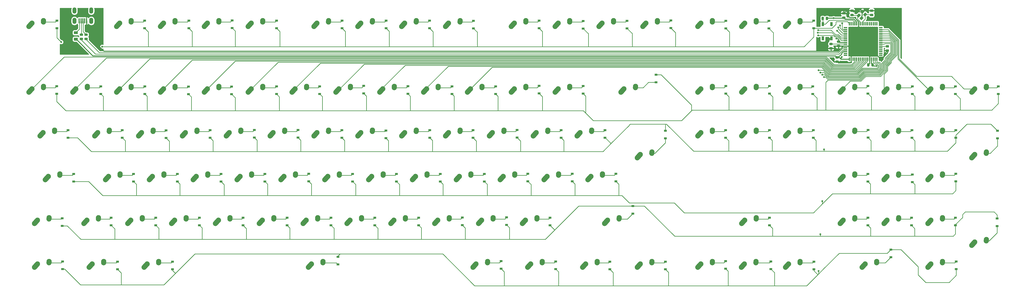
<source format=gbl>
%TF.GenerationSoftware,KiCad,Pcbnew,(5.1.10)-1*%
%TF.CreationDate,2021-06-26T18:22:07+01:00*%
%TF.ProjectId,pcb,7063622e-6b69-4636-9164-5f7063625858,rev?*%
%TF.SameCoordinates,Original*%
%TF.FileFunction,Copper,L2,Bot*%
%TF.FilePolarity,Positive*%
%FSLAX46Y46*%
G04 Gerber Fmt 4.6, Leading zero omitted, Abs format (unit mm)*
G04 Created by KiCad (PCBNEW (5.1.10)-1) date 2021-06-26 18:22:07*
%MOMM*%
%LPD*%
G01*
G04 APERTURE LIST*
%TA.AperFunction,ComponentPad*%
%ADD10O,1.700000X2.700000*%
%TD*%
%TA.AperFunction,SMDPad,CuDef*%
%ADD11R,0.500000X2.250000*%
%TD*%
%TA.AperFunction,SMDPad,CuDef*%
%ADD12C,0.100000*%
%TD*%
%TA.AperFunction,ComponentPad*%
%ADD13C,2.250000*%
%TD*%
%TA.AperFunction,SMDPad,CuDef*%
%ADD14R,0.550000X1.500000*%
%TD*%
%TA.AperFunction,SMDPad,CuDef*%
%ADD15R,1.500000X0.550000*%
%TD*%
%TA.AperFunction,SMDPad,CuDef*%
%ADD16R,1.100000X1.800000*%
%TD*%
%TA.AperFunction,SMDPad,CuDef*%
%ADD17R,1.200000X0.900000*%
%TD*%
%TA.AperFunction,ViaPad*%
%ADD18C,0.800000*%
%TD*%
%TA.AperFunction,Conductor*%
%ADD19C,0.254000*%
%TD*%
%TA.AperFunction,Conductor*%
%ADD20C,0.381000*%
%TD*%
%TA.AperFunction,Conductor*%
%ADD21C,0.100000*%
%TD*%
G04 APERTURE END LIST*
D10*
%TO.P,USB1,6*%
%TO.N,Net-(USB1-Pad6)*%
X-26637000Y-27813000D03*
X-19337000Y-27813000D03*
X-19337000Y-32313000D03*
X-26637000Y-32313000D03*
D11*
%TO.P,USB1,5*%
%TO.N,VCC*%
X-24587000Y-32313000D03*
%TO.P,USB1,4*%
%TO.N,D-*%
X-23787000Y-32313000D03*
%TO.P,USB1,3*%
%TO.N,D+*%
X-22987000Y-32313000D03*
%TO.P,USB1,2*%
%TO.N,Net-(USB1-Pad2)*%
X-22187000Y-32313000D03*
%TO.P,USB1,1*%
%TO.N,GND*%
X-21387000Y-32313000D03*
%TD*%
%TA.AperFunction,SMDPad,CuDef*%
D12*
%TO.P,Y2,4*%
%TO.N,GND*%
G36*
X315715488Y-27419903D02*
G01*
X316564016Y-28268431D01*
X315574066Y-29258381D01*
X314725538Y-28409853D01*
X315715488Y-27419903D01*
G37*
%TD.AperFunction*%
%TA.AperFunction,SMDPad,CuDef*%
%TO.P,Y2,3*%
%TO.N,Net-(C3-Pad1)*%
G36*
X314159853Y-28975538D02*
G01*
X315008381Y-29824066D01*
X314018431Y-30814016D01*
X313169903Y-29965488D01*
X314159853Y-28975538D01*
G37*
%TD.AperFunction*%
%TA.AperFunction,SMDPad,CuDef*%
%TO.P,Y2,2*%
%TO.N,GND*%
G36*
X315361934Y-30177619D02*
G01*
X316210462Y-31026147D01*
X315220512Y-32016097D01*
X314371984Y-31167569D01*
X315361934Y-30177619D01*
G37*
%TD.AperFunction*%
%TA.AperFunction,SMDPad,CuDef*%
%TO.P,Y2,1*%
%TO.N,Net-(C2-Pad1)*%
G36*
X316917569Y-28621984D02*
G01*
X317766097Y-29470512D01*
X316776147Y-30460462D01*
X315927619Y-29611934D01*
X316917569Y-28621984D01*
G37*
%TD.AperFunction*%
%TD*%
%TO.P,C6,2*%
%TO.N,GND*%
%TA.AperFunction,SMDPad,CuDef*%
G36*
G01*
X304833000Y-42741000D02*
X305783000Y-42741000D01*
G75*
G02*
X306033000Y-42991000I0J-250000D01*
G01*
X306033000Y-43491000D01*
G75*
G02*
X305783000Y-43741000I-250000J0D01*
G01*
X304833000Y-43741000D01*
G75*
G02*
X304583000Y-43491000I0J250000D01*
G01*
X304583000Y-42991000D01*
G75*
G02*
X304833000Y-42741000I250000J0D01*
G01*
G37*
%TD.AperFunction*%
%TO.P,C6,1*%
%TO.N,+5V*%
%TA.AperFunction,SMDPad,CuDef*%
G36*
G01*
X304833000Y-40841000D02*
X305783000Y-40841000D01*
G75*
G02*
X306033000Y-41091000I0J-250000D01*
G01*
X306033000Y-41591000D01*
G75*
G02*
X305783000Y-41841000I-250000J0D01*
G01*
X304833000Y-41841000D01*
G75*
G02*
X304583000Y-41591000I0J250000D01*
G01*
X304583000Y-41091000D01*
G75*
G02*
X304833000Y-40841000I250000J0D01*
G01*
G37*
%TD.AperFunction*%
%TD*%
D13*
%TO.P,Z1,1*%
%TO.N,COL2*%
X-2182500Y-119031250D03*
%TA.AperFunction,ComponentPad*%
G36*
G01*
X-4243812Y-121328600D02*
X-4243817Y-121328595D01*
G75*
G02*
X-4329845Y-119739933I751317J837345D01*
G01*
X-3019843Y-118279933D01*
G75*
G02*
X-1431181Y-118193905I837345J-751317D01*
G01*
X-1431181Y-118193905D01*
G75*
G02*
X-1345153Y-119782567I-751317J-837345D01*
G01*
X-2655155Y-121242567D01*
G75*
G02*
X-4243817Y-121328595I-837345J751317D01*
G01*
G37*
%TD.AperFunction*%
%TO.P,Z1,2*%
%TO.N,Net-(D78-Pad2)*%
X2857500Y-117951250D03*
%TA.AperFunction,ComponentPad*%
G36*
G01*
X2740983Y-119653645D02*
X2740097Y-119653584D01*
G75*
G02*
X1695166Y-118453847I77403J1122334D01*
G01*
X1735166Y-117873847D01*
G75*
G02*
X2934903Y-116828916I1122334J-77403D01*
G01*
X2934903Y-116828916D01*
G75*
G02*
X3979834Y-118028653I-77403J-1122334D01*
G01*
X3939834Y-118608653D01*
G75*
G02*
X2740097Y-119653584I-1122334J77403D01*
G01*
G37*
%TD.AperFunction*%
%TD*%
%TO.P,Y1,1*%
%TO.N,COL7*%
X78716500Y-80931250D03*
%TA.AperFunction,ComponentPad*%
G36*
G01*
X76655188Y-83228600D02*
X76655183Y-83228595D01*
G75*
G02*
X76569155Y-81639933I751317J837345D01*
G01*
X77879157Y-80179933D01*
G75*
G02*
X79467819Y-80093905I837345J-751317D01*
G01*
X79467819Y-80093905D01*
G75*
G02*
X79553847Y-81682567I-751317J-837345D01*
G01*
X78243845Y-83142567D01*
G75*
G02*
X76655183Y-83228595I-837345J751317D01*
G01*
G37*
%TD.AperFunction*%
%TO.P,Y1,2*%
%TO.N,Net-(D44-Pad2)*%
X83756500Y-79851250D03*
%TA.AperFunction,ComponentPad*%
G36*
G01*
X83639983Y-81553645D02*
X83639097Y-81553584D01*
G75*
G02*
X82594166Y-80353847I77403J1122334D01*
G01*
X82634166Y-79773847D01*
G75*
G02*
X83833903Y-78728916I1122334J-77403D01*
G01*
X83833903Y-78728916D01*
G75*
G02*
X84878834Y-79928653I-77403J-1122334D01*
G01*
X84838834Y-80508653D01*
G75*
G02*
X83639097Y-81553584I-1122334J77403D01*
G01*
G37*
%TD.AperFunction*%
%TD*%
%TO.P,X1,1*%
%TO.N,COL3*%
X16867500Y-119031250D03*
%TA.AperFunction,ComponentPad*%
G36*
G01*
X14806188Y-121328600D02*
X14806183Y-121328595D01*
G75*
G02*
X14720155Y-119739933I751317J837345D01*
G01*
X16030157Y-118279933D01*
G75*
G02*
X17618819Y-118193905I837345J-751317D01*
G01*
X17618819Y-118193905D01*
G75*
G02*
X17704847Y-119782567I-751317J-837345D01*
G01*
X16394845Y-121242567D01*
G75*
G02*
X14806183Y-121328595I-837345J751317D01*
G01*
G37*
%TD.AperFunction*%
%TO.P,X1,2*%
%TO.N,Net-(D79-Pad2)*%
X21907500Y-117951250D03*
%TA.AperFunction,ComponentPad*%
G36*
G01*
X21790983Y-119653645D02*
X21790097Y-119653584D01*
G75*
G02*
X20745166Y-118453847I77403J1122334D01*
G01*
X20785166Y-117873847D01*
G75*
G02*
X21984903Y-116828916I1122334J-77403D01*
G01*
X21984903Y-116828916D01*
G75*
G02*
X23029834Y-118028653I-77403J-1122334D01*
G01*
X22989834Y-118608653D01*
G75*
G02*
X21790097Y-119653584I-1122334J77403D01*
G01*
G37*
%TD.AperFunction*%
%TD*%
%TO.P,WIN2,1*%
%TO.N,COL11*%
X171553500Y-138081250D03*
%TA.AperFunction,ComponentPad*%
G36*
G01*
X169492188Y-140378600D02*
X169492183Y-140378595D01*
G75*
G02*
X169406155Y-138789933I751317J837345D01*
G01*
X170716157Y-137329933D01*
G75*
G02*
X172304819Y-137243905I837345J-751317D01*
G01*
X172304819Y-137243905D01*
G75*
G02*
X172390847Y-138832567I-751317J-837345D01*
G01*
X171080845Y-140292567D01*
G75*
G02*
X169492183Y-140378595I-837345J751317D01*
G01*
G37*
%TD.AperFunction*%
%TO.P,WIN2,2*%
%TO.N,Net-(D99-Pad2)*%
X176593500Y-137001250D03*
%TA.AperFunction,ComponentPad*%
G36*
G01*
X176476983Y-138703645D02*
X176476097Y-138703584D01*
G75*
G02*
X175431166Y-137503847I77403J1122334D01*
G01*
X175471166Y-136923847D01*
G75*
G02*
X176670903Y-135878916I1122334J-77403D01*
G01*
X176670903Y-135878916D01*
G75*
G02*
X177715834Y-137078653I-77403J-1122334D01*
G01*
X177675834Y-137658653D01*
G75*
G02*
X176476097Y-138703584I-1122334J77403D01*
G01*
G37*
%TD.AperFunction*%
%TD*%
%TO.P,WIN1,1*%
%TO.N,COL1*%
X-18946500Y-138081250D03*
%TA.AperFunction,ComponentPad*%
G36*
G01*
X-21007812Y-140378600D02*
X-21007817Y-140378595D01*
G75*
G02*
X-21093845Y-138789933I751317J837345D01*
G01*
X-19783843Y-137329933D01*
G75*
G02*
X-18195181Y-137243905I837345J-751317D01*
G01*
X-18195181Y-137243905D01*
G75*
G02*
X-18109153Y-138832567I-751317J-837345D01*
G01*
X-19419155Y-140292567D01*
G75*
G02*
X-21007817Y-140378595I-837345J751317D01*
G01*
G37*
%TD.AperFunction*%
%TO.P,WIN1,2*%
%TO.N,Net-(D95-Pad2)*%
X-13906500Y-137001250D03*
%TA.AperFunction,ComponentPad*%
G36*
G01*
X-14023017Y-138703645D02*
X-14023903Y-138703584D01*
G75*
G02*
X-15068834Y-137503847I77403J1122334D01*
G01*
X-15028834Y-136923847D01*
G75*
G02*
X-13829097Y-135878916I1122334J-77403D01*
G01*
X-13829097Y-135878916D01*
G75*
G02*
X-12784166Y-137078653I-77403J-1122334D01*
G01*
X-12824166Y-137658653D01*
G75*
G02*
X-14023903Y-138703584I-1122334J77403D01*
G01*
G37*
%TD.AperFunction*%
%TD*%
%TO.P,W1,1*%
%TO.N,COL3*%
X2516500Y-80931250D03*
%TA.AperFunction,ComponentPad*%
G36*
G01*
X455188Y-83228600D02*
X455183Y-83228595D01*
G75*
G02*
X369155Y-81639933I751317J837345D01*
G01*
X1679157Y-80179933D01*
G75*
G02*
X3267819Y-80093905I837345J-751317D01*
G01*
X3267819Y-80093905D01*
G75*
G02*
X3353847Y-81682567I-751317J-837345D01*
G01*
X2043845Y-83142567D01*
G75*
G02*
X455183Y-83228595I-837345J751317D01*
G01*
G37*
%TD.AperFunction*%
%TO.P,W1,2*%
%TO.N,Net-(D40-Pad2)*%
X7556500Y-79851250D03*
%TA.AperFunction,ComponentPad*%
G36*
G01*
X7439983Y-81553645D02*
X7439097Y-81553584D01*
G75*
G02*
X6394166Y-80353847I77403J1122334D01*
G01*
X6434166Y-79773847D01*
G75*
G02*
X7633903Y-78728916I1122334J-77403D01*
G01*
X7633903Y-78728916D01*
G75*
G02*
X8678834Y-79928653I-77403J-1122334D01*
G01*
X8638834Y-80508653D01*
G75*
G02*
X7439097Y-81553584I-1122334J77403D01*
G01*
G37*
%TD.AperFunction*%
%TD*%
%TO.P,V1,1*%
%TO.N,COL5*%
X54967500Y-119031250D03*
%TA.AperFunction,ComponentPad*%
G36*
G01*
X52906188Y-121328600D02*
X52906183Y-121328595D01*
G75*
G02*
X52820155Y-119739933I751317J837345D01*
G01*
X54130157Y-118279933D01*
G75*
G02*
X55718819Y-118193905I837345J-751317D01*
G01*
X55718819Y-118193905D01*
G75*
G02*
X55804847Y-119782567I-751317J-837345D01*
G01*
X54494845Y-121242567D01*
G75*
G02*
X52906183Y-121328595I-837345J751317D01*
G01*
G37*
%TD.AperFunction*%
%TO.P,V1,2*%
%TO.N,Net-(D81-Pad2)*%
X60007500Y-117951250D03*
%TA.AperFunction,ComponentPad*%
G36*
G01*
X59890983Y-119653645D02*
X59890097Y-119653584D01*
G75*
G02*
X58845166Y-118453847I77403J1122334D01*
G01*
X58885166Y-117873847D01*
G75*
G02*
X60084903Y-116828916I1122334J-77403D01*
G01*
X60084903Y-116828916D01*
G75*
G02*
X61129834Y-118028653I-77403J-1122334D01*
G01*
X61089834Y-118608653D01*
G75*
G02*
X59890097Y-119653584I-1122334J77403D01*
G01*
G37*
%TD.AperFunction*%
%TD*%
%TO.P,UARROW1,1*%
%TO.N,COL16*%
X264517500Y-119031250D03*
%TA.AperFunction,ComponentPad*%
G36*
G01*
X262456188Y-121328600D02*
X262456183Y-121328595D01*
G75*
G02*
X262370155Y-119739933I751317J837345D01*
G01*
X263680157Y-118279933D01*
G75*
G02*
X265268819Y-118193905I837345J-751317D01*
G01*
X265268819Y-118193905D01*
G75*
G02*
X265354847Y-119782567I-751317J-837345D01*
G01*
X264044845Y-121242567D01*
G75*
G02*
X262456183Y-121328595I-837345J751317D01*
G01*
G37*
%TD.AperFunction*%
%TO.P,UARROW1,2*%
%TO.N,Net-(D89-Pad2)*%
X269557500Y-117951250D03*
%TA.AperFunction,ComponentPad*%
G36*
G01*
X269440983Y-119653645D02*
X269440097Y-119653584D01*
G75*
G02*
X268395166Y-118453847I77403J1122334D01*
G01*
X268435166Y-117873847D01*
G75*
G02*
X269634903Y-116828916I1122334J-77403D01*
G01*
X269634903Y-116828916D01*
G75*
G02*
X270679834Y-118028653I-77403J-1122334D01*
G01*
X270639834Y-118608653D01*
G75*
G02*
X269440097Y-119653584I-1122334J77403D01*
G01*
G37*
%TD.AperFunction*%
%TD*%
D14*
%TO.P,U2,64*%
%TO.N,+5V*%
X309976000Y-48975000D03*
%TO.P,U2,63*%
%TO.N,GND*%
X310776000Y-48975000D03*
%TO.P,U2,62*%
%TO.N,Net-(U2-Pad62)*%
X311576000Y-48975000D03*
%TO.P,U2,61*%
%TO.N,COL0*%
X312376000Y-48975000D03*
%TO.P,U2,60*%
%TO.N,COL1*%
X313176000Y-48975000D03*
%TO.P,U2,59*%
%TO.N,COL2*%
X313976000Y-48975000D03*
%TO.P,U2,58*%
%TO.N,COL3*%
X314776000Y-48975000D03*
%TO.P,U2,57*%
%TO.N,COL4*%
X315576000Y-48975000D03*
%TO.P,U2,56*%
%TO.N,COL5*%
X316376000Y-48975000D03*
%TO.P,U2,55*%
%TO.N,COL6*%
X317176000Y-48975000D03*
%TO.P,U2,54*%
%TO.N,COL7*%
X317976000Y-48975000D03*
%TO.P,U2,53*%
%TO.N,GND*%
X318776000Y-48975000D03*
%TO.P,U2,52*%
%TO.N,+5V*%
X319576000Y-48975000D03*
%TO.P,U2,51*%
%TO.N,COL8*%
X320376000Y-48975000D03*
%TO.P,U2,50*%
%TO.N,COL9*%
X321176000Y-48975000D03*
%TO.P,U2,49*%
%TO.N,COL10*%
X321976000Y-48975000D03*
D15*
%TO.P,U2,48*%
%TO.N,Net-(U2-Pad48)*%
X323676000Y-47275000D03*
%TO.P,U2,47*%
%TO.N,Net-(U2-Pad47)*%
X323676000Y-46475000D03*
%TO.P,U2,46*%
%TO.N,Net-(U2-Pad46)*%
X323676000Y-45675000D03*
%TO.P,U2,45*%
%TO.N,Net-(U2-Pad45)*%
X323676000Y-44875000D03*
%TO.P,U2,44*%
%TO.N,Net-(U2-Pad44)*%
X323676000Y-44075000D03*
%TO.P,U2,43*%
%TO.N,Net-(R5-Pad2)*%
X323676000Y-43275000D03*
%TO.P,U2,42*%
%TO.N,ROW5*%
X323676000Y-42475000D03*
%TO.P,U2,41*%
%TO.N,ROW4*%
X323676000Y-41675000D03*
%TO.P,U2,40*%
%TO.N,ROW3*%
X323676000Y-40875000D03*
%TO.P,U2,39*%
%TO.N,ROW2*%
X323676000Y-40075000D03*
%TO.P,U2,38*%
%TO.N,ROW1*%
X323676000Y-39275000D03*
%TO.P,U2,37*%
%TO.N,COL18*%
X323676000Y-38475000D03*
%TO.P,U2,36*%
%TO.N,COL19*%
X323676000Y-37675000D03*
%TO.P,U2,35*%
%TO.N,COL20*%
X323676000Y-36875000D03*
%TO.P,U2,34*%
%TO.N,COL21*%
X323676000Y-36075000D03*
%TO.P,U2,33*%
%TO.N,Net-(U2-Pad33)*%
X323676000Y-35275000D03*
D14*
%TO.P,U2,32*%
%TO.N,Net-(U2-Pad32)*%
X321976000Y-33575000D03*
%TO.P,U2,31*%
%TO.N,Net-(U2-Pad31)*%
X321176000Y-33575000D03*
%TO.P,U2,30*%
%TO.N,Net-(U2-Pad30)*%
X320376000Y-33575000D03*
%TO.P,U2,29*%
%TO.N,Net-(U2-Pad29)*%
X319576000Y-33575000D03*
%TO.P,U2,28*%
%TO.N,Net-(U2-Pad28)*%
X318776000Y-33575000D03*
%TO.P,U2,27*%
%TO.N,Net-(U2-Pad27)*%
X317976000Y-33575000D03*
%TO.P,U2,26*%
%TO.N,Net-(U2-Pad26)*%
X317176000Y-33575000D03*
%TO.P,U2,25*%
%TO.N,Net-(U2-Pad25)*%
X316376000Y-33575000D03*
%TO.P,U2,24*%
%TO.N,Net-(C2-Pad1)*%
X315576000Y-33575000D03*
%TO.P,U2,23*%
%TO.N,Net-(C3-Pad1)*%
X314776000Y-33575000D03*
%TO.P,U2,22*%
%TO.N,GND*%
X313976000Y-33575000D03*
%TO.P,U2,21*%
%TO.N,+5V*%
X313176000Y-33575000D03*
%TO.P,U2,20*%
%TO.N,Net-(R2-Pad2)*%
X312376000Y-33575000D03*
%TO.P,U2,19*%
%TO.N,Net-(U2-Pad19)*%
X311576000Y-33575000D03*
%TO.P,U2,18*%
%TO.N,Net-(U2-Pad18)*%
X310776000Y-33575000D03*
%TO.P,U2,17*%
%TO.N,ROW0*%
X309976000Y-33575000D03*
D15*
%TO.P,U2,16*%
%TO.N,Net-(U2-Pad16)*%
X308276000Y-35275000D03*
%TO.P,U2,15*%
%TO.N,COL11*%
X308276000Y-36075000D03*
%TO.P,U2,14*%
%TO.N,COL12*%
X308276000Y-36875000D03*
%TO.P,U2,13*%
%TO.N,COL13*%
X308276000Y-37675000D03*
%TO.P,U2,12*%
%TO.N,COL14*%
X308276000Y-38475000D03*
%TO.P,U2,11*%
%TO.N,COL15*%
X308276000Y-39275000D03*
%TO.P,U2,10*%
%TO.N,COL16*%
X308276000Y-40075000D03*
%TO.P,U2,9*%
%TO.N,COL17*%
X308276000Y-40875000D03*
%TO.P,U2,8*%
%TO.N,+5V*%
X308276000Y-41675000D03*
%TO.P,U2,7*%
%TO.N,Net-(C8-Pad1)*%
X308276000Y-42475000D03*
%TO.P,U2,6*%
%TO.N,GND*%
X308276000Y-43275000D03*
%TO.P,U2,5*%
%TO.N,Net-(R3-Pad1)*%
X308276000Y-44075000D03*
%TO.P,U2,4*%
%TO.N,Net-(R4-Pad1)*%
X308276000Y-44875000D03*
%TO.P,U2,3*%
%TO.N,+5V*%
X308276000Y-45675000D03*
%TO.P,U2,2*%
%TO.N,Net-(U2-Pad2)*%
X308276000Y-46475000D03*
%TO.P,U2,1*%
%TO.N,Net-(U2-Pad1)*%
X308276000Y-47275000D03*
%TD*%
D13*
%TO.P,U1,1*%
%TO.N,COL8*%
X97766500Y-80931250D03*
%TA.AperFunction,ComponentPad*%
G36*
G01*
X95705188Y-83228600D02*
X95705183Y-83228595D01*
G75*
G02*
X95619155Y-81639933I751317J837345D01*
G01*
X96929157Y-80179933D01*
G75*
G02*
X98517819Y-80093905I837345J-751317D01*
G01*
X98517819Y-80093905D01*
G75*
G02*
X98603847Y-81682567I-751317J-837345D01*
G01*
X97293845Y-83142567D01*
G75*
G02*
X95705183Y-83228595I-837345J751317D01*
G01*
G37*
%TD.AperFunction*%
%TO.P,U1,2*%
%TO.N,Net-(D45-Pad2)*%
X102806500Y-79851250D03*
%TA.AperFunction,ComponentPad*%
G36*
G01*
X102689983Y-81553645D02*
X102689097Y-81553584D01*
G75*
G02*
X101644166Y-80353847I77403J1122334D01*
G01*
X101684166Y-79773847D01*
G75*
G02*
X102883903Y-78728916I1122334J-77403D01*
G01*
X102883903Y-78728916D01*
G75*
G02*
X103928834Y-79928653I-77403J-1122334D01*
G01*
X103888834Y-80508653D01*
G75*
G02*
X102689097Y-81553584I-1122334J77403D01*
G01*
G37*
%TD.AperFunction*%
%TD*%
%TO.P,TILDA1,1*%
%TO.N,COL0*%
X-45108500Y-61881250D03*
%TA.AperFunction,ComponentPad*%
G36*
G01*
X-47169812Y-64178600D02*
X-47169817Y-64178595D01*
G75*
G02*
X-47255845Y-62589933I751317J837345D01*
G01*
X-45945843Y-61129933D01*
G75*
G02*
X-44357181Y-61043905I837345J-751317D01*
G01*
X-44357181Y-61043905D01*
G75*
G02*
X-44271153Y-62632567I-751317J-837345D01*
G01*
X-45581155Y-64092567D01*
G75*
G02*
X-47169817Y-64178595I-837345J751317D01*
G01*
G37*
%TD.AperFunction*%
%TO.P,TILDA1,2*%
%TO.N,Net-(D17-Pad2)*%
X-40068500Y-60801250D03*
%TA.AperFunction,ComponentPad*%
G36*
G01*
X-40185017Y-62503645D02*
X-40185903Y-62503584D01*
G75*
G02*
X-41230834Y-61303847I77403J1122334D01*
G01*
X-41190834Y-60723847D01*
G75*
G02*
X-39991097Y-59678916I1122334J-77403D01*
G01*
X-39991097Y-59678916D01*
G75*
G02*
X-38946166Y-60878653I-77403J-1122334D01*
G01*
X-38986166Y-61458653D01*
G75*
G02*
X-40185903Y-62503584I-1122334J77403D01*
G01*
G37*
%TD.AperFunction*%
%TD*%
%TO.P,TAB1,1*%
%TO.N,COL0*%
X-40282500Y-80931250D03*
%TA.AperFunction,ComponentPad*%
G36*
G01*
X-42343812Y-83228600D02*
X-42343817Y-83228595D01*
G75*
G02*
X-42429845Y-81639933I751317J837345D01*
G01*
X-41119843Y-80179933D01*
G75*
G02*
X-39531181Y-80093905I837345J-751317D01*
G01*
X-39531181Y-80093905D01*
G75*
G02*
X-39445153Y-81682567I-751317J-837345D01*
G01*
X-40755155Y-83142567D01*
G75*
G02*
X-42343817Y-83228595I-837345J751317D01*
G01*
G37*
%TD.AperFunction*%
%TO.P,TAB1,2*%
%TO.N,Net-(D38-Pad2)*%
X-35242500Y-79851250D03*
%TA.AperFunction,ComponentPad*%
G36*
G01*
X-35359017Y-81553645D02*
X-35359903Y-81553584D01*
G75*
G02*
X-36404834Y-80353847I77403J1122334D01*
G01*
X-36364834Y-79773847D01*
G75*
G02*
X-35165097Y-78728916I1122334J-77403D01*
G01*
X-35165097Y-78728916D01*
G75*
G02*
X-34120166Y-79928653I-77403J-1122334D01*
G01*
X-34160166Y-80508653D01*
G75*
G02*
X-35359903Y-81553584I-1122334J77403D01*
G01*
G37*
%TD.AperFunction*%
%TD*%
%TO.P,T1,1*%
%TO.N,COL6*%
X59666500Y-80931250D03*
%TA.AperFunction,ComponentPad*%
G36*
G01*
X57605188Y-83228600D02*
X57605183Y-83228595D01*
G75*
G02*
X57519155Y-81639933I751317J837345D01*
G01*
X58829157Y-80179933D01*
G75*
G02*
X60417819Y-80093905I837345J-751317D01*
G01*
X60417819Y-80093905D01*
G75*
G02*
X60503847Y-81682567I-751317J-837345D01*
G01*
X59193845Y-83142567D01*
G75*
G02*
X57605183Y-83228595I-837345J751317D01*
G01*
G37*
%TD.AperFunction*%
%TO.P,T1,2*%
%TO.N,Net-(D43-Pad2)*%
X64706500Y-79851250D03*
%TA.AperFunction,ComponentPad*%
G36*
G01*
X64589983Y-81553645D02*
X64589097Y-81553584D01*
G75*
G02*
X63544166Y-80353847I77403J1122334D01*
G01*
X63584166Y-79773847D01*
G75*
G02*
X64783903Y-78728916I1122334J-77403D01*
G01*
X64783903Y-78728916D01*
G75*
G02*
X65828834Y-79928653I-77403J-1122334D01*
G01*
X65788834Y-80508653D01*
G75*
G02*
X64589097Y-81553584I-1122334J77403D01*
G01*
G37*
%TD.AperFunction*%
%TD*%
D16*
%TO.P,SW1,4*%
%TO.N,N/C*%
X302205000Y-33730000D03*
%TO.P,SW1,3*%
X298505000Y-39930000D03*
%TO.P,SW1,2*%
%TO.N,Net-(R2-Pad2)*%
X298505000Y-33730000D03*
%TO.P,SW1,1*%
%TO.N,GND*%
X302205000Y-39930000D03*
%TD*%
D13*
%TO.P,SPACE1,1*%
%TO.N,COL6*%
X76303500Y-138081250D03*
%TA.AperFunction,ComponentPad*%
G36*
G01*
X74242188Y-140378600D02*
X74242183Y-140378595D01*
G75*
G02*
X74156155Y-138789933I751317J837345D01*
G01*
X75466157Y-137329933D01*
G75*
G02*
X77054819Y-137243905I837345J-751317D01*
G01*
X77054819Y-137243905D01*
G75*
G02*
X77140847Y-138832567I-751317J-837345D01*
G01*
X75830845Y-140292567D01*
G75*
G02*
X74242183Y-140378595I-837345J751317D01*
G01*
G37*
%TD.AperFunction*%
%TO.P,SPACE1,2*%
%TO.N,Net-(D97-Pad2)*%
X81343500Y-137001250D03*
%TA.AperFunction,ComponentPad*%
G36*
G01*
X81226983Y-138703645D02*
X81226097Y-138703584D01*
G75*
G02*
X80181166Y-137503847I77403J1122334D01*
G01*
X80221166Y-136923847D01*
G75*
G02*
X81420903Y-135878916I1122334J-77403D01*
G01*
X81420903Y-135878916D01*
G75*
G02*
X82465834Y-137078653I-77403J-1122334D01*
G01*
X82425834Y-137658653D01*
G75*
G02*
X81226097Y-138703584I-1122334J77403D01*
G01*
G37*
%TD.AperFunction*%
%TD*%
%TO.P,SHIFT1,1*%
%TO.N,COL0*%
X-42695500Y-119031250D03*
%TA.AperFunction,ComponentPad*%
G36*
G01*
X-44756812Y-121328600D02*
X-44756817Y-121328595D01*
G75*
G02*
X-44842845Y-119739933I751317J837345D01*
G01*
X-43532843Y-118279933D01*
G75*
G02*
X-41944181Y-118193905I837345J-751317D01*
G01*
X-41944181Y-118193905D01*
G75*
G02*
X-41858153Y-119782567I-751317J-837345D01*
G01*
X-43168155Y-121242567D01*
G75*
G02*
X-44756817Y-121328595I-837345J751317D01*
G01*
G37*
%TD.AperFunction*%
%TO.P,SHIFT1,2*%
%TO.N,Net-(D76-Pad2)*%
X-37655500Y-117951250D03*
%TA.AperFunction,ComponentPad*%
G36*
G01*
X-37772017Y-119653645D02*
X-37772903Y-119653584D01*
G75*
G02*
X-38817834Y-118453847I77403J1122334D01*
G01*
X-38777834Y-117873847D01*
G75*
G02*
X-37578097Y-116828916I1122334J-77403D01*
G01*
X-37578097Y-116828916D01*
G75*
G02*
X-36533166Y-118028653I-77403J-1122334D01*
G01*
X-36573166Y-118608653D01*
G75*
G02*
X-37772903Y-119653584I-1122334J77403D01*
G01*
G37*
%TD.AperFunction*%
%TD*%
%TO.P,SCLLK1,1*%
%TO.N,COL16*%
X264517500Y-33306250D03*
%TA.AperFunction,ComponentPad*%
G36*
G01*
X262456188Y-35603600D02*
X262456183Y-35603595D01*
G75*
G02*
X262370155Y-34014933I751317J837345D01*
G01*
X263680157Y-32554933D01*
G75*
G02*
X265268819Y-32468905I837345J-751317D01*
G01*
X265268819Y-32468905D01*
G75*
G02*
X265354847Y-34057567I-751317J-837345D01*
G01*
X264044845Y-35517567D01*
G75*
G02*
X262456183Y-35603595I-837345J751317D01*
G01*
G37*
%TD.AperFunction*%
%TO.P,SCLLK1,2*%
%TO.N,Net-(D15-Pad2)*%
X269557500Y-32226250D03*
%TA.AperFunction,ComponentPad*%
G36*
G01*
X269440983Y-33928645D02*
X269440097Y-33928584D01*
G75*
G02*
X268395166Y-32728847I77403J1122334D01*
G01*
X268435166Y-32148847D01*
G75*
G02*
X269634903Y-31103916I1122334J-77403D01*
G01*
X269634903Y-31103916D01*
G75*
G02*
X270679834Y-32303653I-77403J-1122334D01*
G01*
X270639834Y-32883653D01*
G75*
G02*
X269440097Y-33928584I-1122334J77403D01*
G01*
G37*
%TD.AperFunction*%
%TD*%
%TO.P,S1,1*%
%TO.N,COL3*%
X7215500Y-99981250D03*
%TA.AperFunction,ComponentPad*%
G36*
G01*
X5154188Y-102278600D02*
X5154183Y-102278595D01*
G75*
G02*
X5068155Y-100689933I751317J837345D01*
G01*
X6378157Y-99229933D01*
G75*
G02*
X7966819Y-99143905I837345J-751317D01*
G01*
X7966819Y-99143905D01*
G75*
G02*
X8052847Y-100732567I-751317J-837345D01*
G01*
X6742845Y-102192567D01*
G75*
G02*
X5154183Y-102278595I-837345J751317D01*
G01*
G37*
%TD.AperFunction*%
%TO.P,S1,2*%
%TO.N,Net-(D62-Pad2)*%
X12255500Y-98901250D03*
%TA.AperFunction,ComponentPad*%
G36*
G01*
X12138983Y-100603645D02*
X12138097Y-100603584D01*
G75*
G02*
X11093166Y-99403847I77403J1122334D01*
G01*
X11133166Y-98823847D01*
G75*
G02*
X12332903Y-97778916I1122334J-77403D01*
G01*
X12332903Y-97778916D01*
G75*
G02*
X13377834Y-98978653I-77403J-1122334D01*
G01*
X13337834Y-99558653D01*
G75*
G02*
X12138097Y-100603584I-1122334J77403D01*
G01*
G37*
%TD.AperFunction*%
%TD*%
%TO.P,RCTRL1,1*%
%TO.N,COL14*%
X219178500Y-138081250D03*
%TA.AperFunction,ComponentPad*%
G36*
G01*
X217117188Y-140378600D02*
X217117183Y-140378595D01*
G75*
G02*
X217031155Y-138789933I751317J837345D01*
G01*
X218341157Y-137329933D01*
G75*
G02*
X219929819Y-137243905I837345J-751317D01*
G01*
X219929819Y-137243905D01*
G75*
G02*
X220015847Y-138832567I-751317J-837345D01*
G01*
X218705845Y-140292567D01*
G75*
G02*
X217117183Y-140378595I-837345J751317D01*
G01*
G37*
%TD.AperFunction*%
%TO.P,RCTRL1,2*%
%TO.N,Net-(D101-Pad2)*%
X224218500Y-137001250D03*
%TA.AperFunction,ComponentPad*%
G36*
G01*
X224101983Y-138703645D02*
X224101097Y-138703584D01*
G75*
G02*
X223056166Y-137503847I77403J1122334D01*
G01*
X223096166Y-136923847D01*
G75*
G02*
X224295903Y-135878916I1122334J-77403D01*
G01*
X224295903Y-135878916D01*
G75*
G02*
X225340834Y-137078653I-77403J-1122334D01*
G01*
X225300834Y-137658653D01*
G75*
G02*
X224101097Y-138703584I-1122334J77403D01*
G01*
G37*
%TD.AperFunction*%
%TD*%
%TO.P,RCBR1,1*%
%TO.N,COL13*%
X193016500Y-80931250D03*
%TA.AperFunction,ComponentPad*%
G36*
G01*
X190955188Y-83228600D02*
X190955183Y-83228595D01*
G75*
G02*
X190869155Y-81639933I751317J837345D01*
G01*
X192179157Y-80179933D01*
G75*
G02*
X193767819Y-80093905I837345J-751317D01*
G01*
X193767819Y-80093905D01*
G75*
G02*
X193853847Y-81682567I-751317J-837345D01*
G01*
X192543845Y-83142567D01*
G75*
G02*
X190955183Y-83228595I-837345J751317D01*
G01*
G37*
%TD.AperFunction*%
%TO.P,RCBR1,2*%
%TO.N,Net-(D50-Pad2)*%
X198056500Y-79851250D03*
%TA.AperFunction,ComponentPad*%
G36*
G01*
X197939983Y-81553645D02*
X197939097Y-81553584D01*
G75*
G02*
X196894166Y-80353847I77403J1122334D01*
G01*
X196934166Y-79773847D01*
G75*
G02*
X198133903Y-78728916I1122334J-77403D01*
G01*
X198133903Y-78728916D01*
G75*
G02*
X199178834Y-79928653I-77403J-1122334D01*
G01*
X199138834Y-80508653D01*
G75*
G02*
X197939097Y-81553584I-1122334J77403D01*
G01*
G37*
%TD.AperFunction*%
%TD*%
%TO.P,RARROW1,1*%
%TO.N,COL17*%
X283567500Y-138081250D03*
%TA.AperFunction,ComponentPad*%
G36*
G01*
X281506188Y-140378600D02*
X281506183Y-140378595D01*
G75*
G02*
X281420155Y-138789933I751317J837345D01*
G01*
X282730157Y-137329933D01*
G75*
G02*
X284318819Y-137243905I837345J-751317D01*
G01*
X284318819Y-137243905D01*
G75*
G02*
X284404847Y-138832567I-751317J-837345D01*
G01*
X283094845Y-140292567D01*
G75*
G02*
X281506183Y-140378595I-837345J751317D01*
G01*
G37*
%TD.AperFunction*%
%TO.P,RARROW1,2*%
%TO.N,Net-(D104-Pad2)*%
X288607500Y-137001250D03*
%TA.AperFunction,ComponentPad*%
G36*
G01*
X288490983Y-138703645D02*
X288490097Y-138703584D01*
G75*
G02*
X287445166Y-137503847I77403J1122334D01*
G01*
X287485166Y-136923847D01*
G75*
G02*
X288684903Y-135878916I1122334J-77403D01*
G01*
X288684903Y-135878916D01*
G75*
G02*
X289729834Y-137078653I-77403J-1122334D01*
G01*
X289689834Y-137658653D01*
G75*
G02*
X288490097Y-138703584I-1122334J77403D01*
G01*
G37*
%TD.AperFunction*%
%TD*%
%TO.P,RALT1,1*%
%TO.N,COL10*%
X147804500Y-138081250D03*
%TA.AperFunction,ComponentPad*%
G36*
G01*
X145743188Y-140378600D02*
X145743183Y-140378595D01*
G75*
G02*
X145657155Y-138789933I751317J837345D01*
G01*
X146967157Y-137329933D01*
G75*
G02*
X148555819Y-137243905I837345J-751317D01*
G01*
X148555819Y-137243905D01*
G75*
G02*
X148641847Y-138832567I-751317J-837345D01*
G01*
X147331845Y-140292567D01*
G75*
G02*
X145743183Y-140378595I-837345J751317D01*
G01*
G37*
%TD.AperFunction*%
%TO.P,RALT1,2*%
%TO.N,Net-(D98-Pad2)*%
X152844500Y-137001250D03*
%TA.AperFunction,ComponentPad*%
G36*
G01*
X152727983Y-138703645D02*
X152727097Y-138703584D01*
G75*
G02*
X151682166Y-137503847I77403J1122334D01*
G01*
X151722166Y-136923847D01*
G75*
G02*
X152921903Y-135878916I1122334J-77403D01*
G01*
X152921903Y-135878916D01*
G75*
G02*
X153966834Y-137078653I-77403J-1122334D01*
G01*
X153926834Y-137658653D01*
G75*
G02*
X152727097Y-138703584I-1122334J77403D01*
G01*
G37*
%TD.AperFunction*%
%TD*%
%TO.P,R5,2*%
%TO.N,Net-(R5-Pad2)*%
%TA.AperFunction,SMDPad,CuDef*%
G36*
G01*
X326967001Y-43923000D02*
X326066999Y-43923000D01*
G75*
G02*
X325817000Y-43673001I0J249999D01*
G01*
X325817000Y-43147999D01*
G75*
G02*
X326066999Y-42898000I249999J0D01*
G01*
X326967001Y-42898000D01*
G75*
G02*
X327217000Y-43147999I0J-249999D01*
G01*
X327217000Y-43673001D01*
G75*
G02*
X326967001Y-43923000I-249999J0D01*
G01*
G37*
%TD.AperFunction*%
%TO.P,R5,1*%
%TO.N,GND*%
%TA.AperFunction,SMDPad,CuDef*%
G36*
G01*
X326967001Y-45748000D02*
X326066999Y-45748000D01*
G75*
G02*
X325817000Y-45498001I0J249999D01*
G01*
X325817000Y-44972999D01*
G75*
G02*
X326066999Y-44723000I249999J0D01*
G01*
X326967001Y-44723000D01*
G75*
G02*
X327217000Y-44972999I0J-249999D01*
G01*
X327217000Y-45498001D01*
G75*
G02*
X326967001Y-45748000I-249999J0D01*
G01*
G37*
%TD.AperFunction*%
%TD*%
%TO.P,R4,2*%
%TO.N,D-*%
%TA.AperFunction,SMDPad,CuDef*%
G36*
G01*
X-23171999Y-38843000D02*
X-24072001Y-38843000D01*
G75*
G02*
X-24322000Y-38593001I0J249999D01*
G01*
X-24322000Y-38067999D01*
G75*
G02*
X-24072001Y-37818000I249999J0D01*
G01*
X-23171999Y-37818000D01*
G75*
G02*
X-22922000Y-38067999I0J-249999D01*
G01*
X-22922000Y-38593001D01*
G75*
G02*
X-23171999Y-38843000I-249999J0D01*
G01*
G37*
%TD.AperFunction*%
%TO.P,R4,1*%
%TO.N,Net-(R4-Pad1)*%
%TA.AperFunction,SMDPad,CuDef*%
G36*
G01*
X-23171999Y-40668000D02*
X-24072001Y-40668000D01*
G75*
G02*
X-24322000Y-40418001I0J249999D01*
G01*
X-24322000Y-39892999D01*
G75*
G02*
X-24072001Y-39643000I249999J0D01*
G01*
X-23171999Y-39643000D01*
G75*
G02*
X-22922000Y-39892999I0J-249999D01*
G01*
X-22922000Y-40418001D01*
G75*
G02*
X-23171999Y-40668000I-249999J0D01*
G01*
G37*
%TD.AperFunction*%
%TD*%
%TO.P,R3,2*%
%TO.N,D+*%
%TA.AperFunction,SMDPad,CuDef*%
G36*
G01*
X-21139999Y-38843000D02*
X-22040001Y-38843000D01*
G75*
G02*
X-22290000Y-38593001I0J249999D01*
G01*
X-22290000Y-38067999D01*
G75*
G02*
X-22040001Y-37818000I249999J0D01*
G01*
X-21139999Y-37818000D01*
G75*
G02*
X-20890000Y-38067999I0J-249999D01*
G01*
X-20890000Y-38593001D01*
G75*
G02*
X-21139999Y-38843000I-249999J0D01*
G01*
G37*
%TD.AperFunction*%
%TO.P,R3,1*%
%TO.N,Net-(R3-Pad1)*%
%TA.AperFunction,SMDPad,CuDef*%
G36*
G01*
X-21139999Y-40668000D02*
X-22040001Y-40668000D01*
G75*
G02*
X-22290000Y-40418001I0J249999D01*
G01*
X-22290000Y-39892999D01*
G75*
G02*
X-22040001Y-39643000I249999J0D01*
G01*
X-21139999Y-39643000D01*
G75*
G02*
X-20890000Y-39892999I0J-249999D01*
G01*
X-20890000Y-40418001D01*
G75*
G02*
X-21139999Y-40668000I-249999J0D01*
G01*
G37*
%TD.AperFunction*%
%TD*%
%TO.P,R2,2*%
%TO.N,Net-(R2-Pad2)*%
%TA.AperFunction,SMDPad,CuDef*%
G36*
G01*
X298939000Y-30791999D02*
X298939000Y-31692001D01*
G75*
G02*
X298689001Y-31942000I-249999J0D01*
G01*
X298163999Y-31942000D01*
G75*
G02*
X297914000Y-31692001I0J249999D01*
G01*
X297914000Y-30791999D01*
G75*
G02*
X298163999Y-30542000I249999J0D01*
G01*
X298689001Y-30542000D01*
G75*
G02*
X298939000Y-30791999I0J-249999D01*
G01*
G37*
%TD.AperFunction*%
%TO.P,R2,1*%
%TO.N,+5V*%
%TA.AperFunction,SMDPad,CuDef*%
G36*
G01*
X300764000Y-30791999D02*
X300764000Y-31692001D01*
G75*
G02*
X300514001Y-31942000I-249999J0D01*
G01*
X299988999Y-31942000D01*
G75*
G02*
X299739000Y-31692001I0J249999D01*
G01*
X299739000Y-30791999D01*
G75*
G02*
X299988999Y-30542000I249999J0D01*
G01*
X300514001Y-30542000D01*
G75*
G02*
X300764000Y-30791999I0J-249999D01*
G01*
G37*
%TD.AperFunction*%
%TD*%
%TO.P,R1,1*%
%TO.N,COL5*%
X40616500Y-80931250D03*
%TA.AperFunction,ComponentPad*%
G36*
G01*
X38555188Y-83228600D02*
X38555183Y-83228595D01*
G75*
G02*
X38469155Y-81639933I751317J837345D01*
G01*
X39779157Y-80179933D01*
G75*
G02*
X41367819Y-80093905I837345J-751317D01*
G01*
X41367819Y-80093905D01*
G75*
G02*
X41453847Y-81682567I-751317J-837345D01*
G01*
X40143845Y-83142567D01*
G75*
G02*
X38555183Y-83228595I-837345J751317D01*
G01*
G37*
%TD.AperFunction*%
%TO.P,R1,2*%
%TO.N,Net-(D42-Pad2)*%
X45656500Y-79851250D03*
%TA.AperFunction,ComponentPad*%
G36*
G01*
X45539983Y-81553645D02*
X45539097Y-81553584D01*
G75*
G02*
X44494166Y-80353847I77403J1122334D01*
G01*
X44534166Y-79773847D01*
G75*
G02*
X45733903Y-78728916I1122334J-77403D01*
G01*
X45733903Y-78728916D01*
G75*
G02*
X46778834Y-79928653I-77403J-1122334D01*
G01*
X46738834Y-80508653D01*
G75*
G02*
X45539097Y-81553584I-1122334J77403D01*
G01*
G37*
%TD.AperFunction*%
%TD*%
%TO.P,Q1,1*%
%TO.N,COL2*%
X-16533500Y-80931250D03*
%TA.AperFunction,ComponentPad*%
G36*
G01*
X-18594812Y-83228600D02*
X-18594817Y-83228595D01*
G75*
G02*
X-18680845Y-81639933I751317J837345D01*
G01*
X-17370843Y-80179933D01*
G75*
G02*
X-15782181Y-80093905I837345J-751317D01*
G01*
X-15782181Y-80093905D01*
G75*
G02*
X-15696153Y-81682567I-751317J-837345D01*
G01*
X-17006155Y-83142567D01*
G75*
G02*
X-18594817Y-83228595I-837345J751317D01*
G01*
G37*
%TD.AperFunction*%
%TO.P,Q1,2*%
%TO.N,Net-(D39-Pad2)*%
X-11493500Y-79851250D03*
%TA.AperFunction,ComponentPad*%
G36*
G01*
X-11610017Y-81553645D02*
X-11610903Y-81553584D01*
G75*
G02*
X-12655834Y-80353847I77403J1122334D01*
G01*
X-12615834Y-79773847D01*
G75*
G02*
X-11416097Y-78728916I1122334J-77403D01*
G01*
X-11416097Y-78728916D01*
G75*
G02*
X-10371166Y-79928653I-77403J-1122334D01*
G01*
X-10411166Y-80508653D01*
G75*
G02*
X-11610903Y-81553584I-1122334J77403D01*
G01*
G37*
%TD.AperFunction*%
%TD*%
%TO.P,PRTSC1,1*%
%TO.N,COL15*%
X245467500Y-33306250D03*
%TA.AperFunction,ComponentPad*%
G36*
G01*
X243406188Y-35603600D02*
X243406183Y-35603595D01*
G75*
G02*
X243320155Y-34014933I751317J837345D01*
G01*
X244630157Y-32554933D01*
G75*
G02*
X246218819Y-32468905I837345J-751317D01*
G01*
X246218819Y-32468905D01*
G75*
G02*
X246304847Y-34057567I-751317J-837345D01*
G01*
X244994845Y-35517567D01*
G75*
G02*
X243406183Y-35603595I-837345J751317D01*
G01*
G37*
%TD.AperFunction*%
%TO.P,PRTSC1,2*%
%TO.N,Net-(D14-Pad2)*%
X250507500Y-32226250D03*
%TA.AperFunction,ComponentPad*%
G36*
G01*
X250390983Y-33928645D02*
X250390097Y-33928584D01*
G75*
G02*
X249345166Y-32728847I77403J1122334D01*
G01*
X249385166Y-32148847D01*
G75*
G02*
X250584903Y-31103916I1122334J-77403D01*
G01*
X250584903Y-31103916D01*
G75*
G02*
X251629834Y-32303653I-77403J-1122334D01*
G01*
X251589834Y-32883653D01*
G75*
G02*
X250390097Y-33928584I-1122334J77403D01*
G01*
G37*
%TD.AperFunction*%
%TD*%
%TO.P,PGUP1,1*%
%TO.N,COL17*%
X283567500Y-61881250D03*
%TA.AperFunction,ComponentPad*%
G36*
G01*
X281506188Y-64178600D02*
X281506183Y-64178595D01*
G75*
G02*
X281420155Y-62589933I751317J837345D01*
G01*
X282730157Y-61129933D01*
G75*
G02*
X284318819Y-61043905I837345J-751317D01*
G01*
X284318819Y-61043905D01*
G75*
G02*
X284404847Y-62632567I-751317J-837345D01*
G01*
X283094845Y-64092567D01*
G75*
G02*
X281506183Y-64178595I-837345J751317D01*
G01*
G37*
%TD.AperFunction*%
%TO.P,PGUP1,2*%
%TO.N,Net-(D33-Pad2)*%
X288607500Y-60801250D03*
%TA.AperFunction,ComponentPad*%
G36*
G01*
X288490983Y-62503645D02*
X288490097Y-62503584D01*
G75*
G02*
X287445166Y-61303847I77403J1122334D01*
G01*
X287485166Y-60723847D01*
G75*
G02*
X288684903Y-59678916I1122334J-77403D01*
G01*
X288684903Y-59678916D01*
G75*
G02*
X289729834Y-60878653I-77403J-1122334D01*
G01*
X289689834Y-61458653D01*
G75*
G02*
X288490097Y-62503584I-1122334J77403D01*
G01*
G37*
%TD.AperFunction*%
%TD*%
%TO.P,PGDN1,1*%
%TO.N,COL17*%
X283567500Y-80931250D03*
%TA.AperFunction,ComponentPad*%
G36*
G01*
X281506188Y-83228600D02*
X281506183Y-83228595D01*
G75*
G02*
X281420155Y-81639933I751317J837345D01*
G01*
X282730157Y-80179933D01*
G75*
G02*
X284318819Y-80093905I837345J-751317D01*
G01*
X284318819Y-80093905D01*
G75*
G02*
X284404847Y-81682567I-751317J-837345D01*
G01*
X283094845Y-83142567D01*
G75*
G02*
X281506183Y-83228595I-837345J751317D01*
G01*
G37*
%TD.AperFunction*%
%TO.P,PGDN1,2*%
%TO.N,Net-(D54-Pad2)*%
X288607500Y-79851250D03*
%TA.AperFunction,ComponentPad*%
G36*
G01*
X288490983Y-81553645D02*
X288490097Y-81553584D01*
G75*
G02*
X287445166Y-80353847I77403J1122334D01*
G01*
X287485166Y-79773847D01*
G75*
G02*
X288684903Y-78728916I1122334J-77403D01*
G01*
X288684903Y-78728916D01*
G75*
G02*
X289729834Y-79928653I-77403J-1122334D01*
G01*
X289689834Y-80508653D01*
G75*
G02*
X288490097Y-81553584I-1122334J77403D01*
G01*
G37*
%TD.AperFunction*%
%TD*%
%TO.P,PERIOD1,1*%
%TO.N,COL10*%
X150217500Y-119031250D03*
%TA.AperFunction,ComponentPad*%
G36*
G01*
X148156188Y-121328600D02*
X148156183Y-121328595D01*
G75*
G02*
X148070155Y-119739933I751317J837345D01*
G01*
X149380157Y-118279933D01*
G75*
G02*
X150968819Y-118193905I837345J-751317D01*
G01*
X150968819Y-118193905D01*
G75*
G02*
X151054847Y-119782567I-751317J-837345D01*
G01*
X149744845Y-121242567D01*
G75*
G02*
X148156183Y-121328595I-837345J751317D01*
G01*
G37*
%TD.AperFunction*%
%TO.P,PERIOD1,2*%
%TO.N,Net-(D86-Pad2)*%
X155257500Y-117951250D03*
%TA.AperFunction,ComponentPad*%
G36*
G01*
X155140983Y-119653645D02*
X155140097Y-119653584D01*
G75*
G02*
X154095166Y-118453847I77403J1122334D01*
G01*
X154135166Y-117873847D01*
G75*
G02*
X155334903Y-116828916I1122334J-77403D01*
G01*
X155334903Y-116828916D01*
G75*
G02*
X156379834Y-118028653I-77403J-1122334D01*
G01*
X156339834Y-118608653D01*
G75*
G02*
X155140097Y-119653584I-1122334J77403D01*
G01*
G37*
%TD.AperFunction*%
%TD*%
%TO.P,PAUSE1,1*%
%TO.N,COL17*%
X283567500Y-33306250D03*
%TA.AperFunction,ComponentPad*%
G36*
G01*
X281506188Y-35603600D02*
X281506183Y-35603595D01*
G75*
G02*
X281420155Y-34014933I751317J837345D01*
G01*
X282730157Y-32554933D01*
G75*
G02*
X284318819Y-32468905I837345J-751317D01*
G01*
X284318819Y-32468905D01*
G75*
G02*
X284404847Y-34057567I-751317J-837345D01*
G01*
X283094845Y-35517567D01*
G75*
G02*
X281506183Y-35603595I-837345J751317D01*
G01*
G37*
%TD.AperFunction*%
%TO.P,PAUSE1,2*%
%TO.N,Net-(D16-Pad2)*%
X288607500Y-32226250D03*
%TA.AperFunction,ComponentPad*%
G36*
G01*
X288490983Y-33928645D02*
X288490097Y-33928584D01*
G75*
G02*
X287445166Y-32728847I77403J1122334D01*
G01*
X287485166Y-32148847D01*
G75*
G02*
X288684903Y-31103916I1122334J-77403D01*
G01*
X288684903Y-31103916D01*
G75*
G02*
X289729834Y-32303653I-77403J-1122334D01*
G01*
X289689834Y-32883653D01*
G75*
G02*
X288490097Y-33928584I-1122334J77403D01*
G01*
G37*
%TD.AperFunction*%
%TD*%
%TO.P,P1,1*%
%TO.N,COL11*%
X154916500Y-80931250D03*
%TA.AperFunction,ComponentPad*%
G36*
G01*
X152855188Y-83228600D02*
X152855183Y-83228595D01*
G75*
G02*
X152769155Y-81639933I751317J837345D01*
G01*
X154079157Y-80179933D01*
G75*
G02*
X155667819Y-80093905I837345J-751317D01*
G01*
X155667819Y-80093905D01*
G75*
G02*
X155753847Y-81682567I-751317J-837345D01*
G01*
X154443845Y-83142567D01*
G75*
G02*
X152855183Y-83228595I-837345J751317D01*
G01*
G37*
%TD.AperFunction*%
%TO.P,P1,2*%
%TO.N,Net-(D48-Pad2)*%
X159956500Y-79851250D03*
%TA.AperFunction,ComponentPad*%
G36*
G01*
X159839983Y-81553645D02*
X159839097Y-81553584D01*
G75*
G02*
X158794166Y-80353847I77403J1122334D01*
G01*
X158834166Y-79773847D01*
G75*
G02*
X160033903Y-78728916I1122334J-77403D01*
G01*
X160033903Y-78728916D01*
G75*
G02*
X161078834Y-79928653I-77403J-1122334D01*
G01*
X161038834Y-80508653D01*
G75*
G02*
X159839097Y-81553584I-1122334J77403D01*
G01*
G37*
%TD.AperFunction*%
%TD*%
%TO.P,O1,1*%
%TO.N,COL10*%
X135866500Y-80931250D03*
%TA.AperFunction,ComponentPad*%
G36*
G01*
X133805188Y-83228600D02*
X133805183Y-83228595D01*
G75*
G02*
X133719155Y-81639933I751317J837345D01*
G01*
X135029157Y-80179933D01*
G75*
G02*
X136617819Y-80093905I837345J-751317D01*
G01*
X136617819Y-80093905D01*
G75*
G02*
X136703847Y-81682567I-751317J-837345D01*
G01*
X135393845Y-83142567D01*
G75*
G02*
X133805183Y-83228595I-837345J751317D01*
G01*
G37*
%TD.AperFunction*%
%TO.P,O1,2*%
%TO.N,Net-(D47-Pad2)*%
X140906500Y-79851250D03*
%TA.AperFunction,ComponentPad*%
G36*
G01*
X140789983Y-81553645D02*
X140789097Y-81553584D01*
G75*
G02*
X139744166Y-80353847I77403J1122334D01*
G01*
X139784166Y-79773847D01*
G75*
G02*
X140983903Y-78728916I1122334J-77403D01*
G01*
X140983903Y-78728916D01*
G75*
G02*
X142028834Y-79928653I-77403J-1122334D01*
G01*
X141988834Y-80508653D01*
G75*
G02*
X140789097Y-81553584I-1122334J77403D01*
G01*
G37*
%TD.AperFunction*%
%TD*%
%TO.P,NUMLK1,1*%
%TO.N,COL18*%
X307316500Y-61881250D03*
%TA.AperFunction,ComponentPad*%
G36*
G01*
X305255188Y-64178600D02*
X305255183Y-64178595D01*
G75*
G02*
X305169155Y-62589933I751317J837345D01*
G01*
X306479157Y-61129933D01*
G75*
G02*
X308067819Y-61043905I837345J-751317D01*
G01*
X308067819Y-61043905D01*
G75*
G02*
X308153847Y-62632567I-751317J-837345D01*
G01*
X306843845Y-64092567D01*
G75*
G02*
X305255183Y-64178595I-837345J751317D01*
G01*
G37*
%TD.AperFunction*%
%TO.P,NUMLK1,2*%
%TO.N,Net-(D34-Pad2)*%
X312356500Y-60801250D03*
%TA.AperFunction,ComponentPad*%
G36*
G01*
X312239983Y-62503645D02*
X312239097Y-62503584D01*
G75*
G02*
X311194166Y-61303847I77403J1122334D01*
G01*
X311234166Y-60723847D01*
G75*
G02*
X312433903Y-59678916I1122334J-77403D01*
G01*
X312433903Y-59678916D01*
G75*
G02*
X313478834Y-60878653I-77403J-1122334D01*
G01*
X313438834Y-61458653D01*
G75*
G02*
X312239097Y-62503584I-1122334J77403D01*
G01*
G37*
%TD.AperFunction*%
%TD*%
%TO.P,NP-PLUS1,1*%
%TO.N,COL21*%
X364466500Y-90456250D03*
%TA.AperFunction,ComponentPad*%
G36*
G01*
X362405188Y-92753600D02*
X362405183Y-92753595D01*
G75*
G02*
X362319155Y-91164933I751317J837345D01*
G01*
X363629157Y-89704933D01*
G75*
G02*
X365217819Y-89618905I837345J-751317D01*
G01*
X365217819Y-89618905D01*
G75*
G02*
X365303847Y-91207567I-751317J-837345D01*
G01*
X363993845Y-92667567D01*
G75*
G02*
X362405183Y-92753595I-837345J751317D01*
G01*
G37*
%TD.AperFunction*%
%TO.P,NP-PLUS1,2*%
%TO.N,Net-(D58-Pad2)*%
X369506500Y-89376250D03*
%TA.AperFunction,ComponentPad*%
G36*
G01*
X369389983Y-91078645D02*
X369389097Y-91078584D01*
G75*
G02*
X368344166Y-89878847I77403J1122334D01*
G01*
X368384166Y-89298847D01*
G75*
G02*
X369583903Y-88253916I1122334J-77403D01*
G01*
X369583903Y-88253916D01*
G75*
G02*
X370628834Y-89453653I-77403J-1122334D01*
G01*
X370588834Y-90033653D01*
G75*
G02*
X369389097Y-91078584I-1122334J77403D01*
G01*
G37*
%TD.AperFunction*%
%TD*%
%TO.P,NP-MTPLY1,1*%
%TO.N,COL20*%
X345416500Y-61881250D03*
%TA.AperFunction,ComponentPad*%
G36*
G01*
X343355188Y-64178600D02*
X343355183Y-64178595D01*
G75*
G02*
X343269155Y-62589933I751317J837345D01*
G01*
X344579157Y-61129933D01*
G75*
G02*
X346167819Y-61043905I837345J-751317D01*
G01*
X346167819Y-61043905D01*
G75*
G02*
X346253847Y-62632567I-751317J-837345D01*
G01*
X344943845Y-64092567D01*
G75*
G02*
X343355183Y-64178595I-837345J751317D01*
G01*
G37*
%TD.AperFunction*%
%TO.P,NP-MTPLY1,2*%
%TO.N,Net-(D36-Pad2)*%
X350456500Y-60801250D03*
%TA.AperFunction,ComponentPad*%
G36*
G01*
X350339983Y-62503645D02*
X350339097Y-62503584D01*
G75*
G02*
X349294166Y-61303847I77403J1122334D01*
G01*
X349334166Y-60723847D01*
G75*
G02*
X350533903Y-59678916I1122334J-77403D01*
G01*
X350533903Y-59678916D01*
G75*
G02*
X351578834Y-60878653I-77403J-1122334D01*
G01*
X351538834Y-61458653D01*
G75*
G02*
X350339097Y-62503584I-1122334J77403D01*
G01*
G37*
%TD.AperFunction*%
%TD*%
%TO.P,NP-MINUS1,1*%
%TO.N,COL21*%
X364466500Y-61881250D03*
%TA.AperFunction,ComponentPad*%
G36*
G01*
X362405188Y-64178600D02*
X362405183Y-64178595D01*
G75*
G02*
X362319155Y-62589933I751317J837345D01*
G01*
X363629157Y-61129933D01*
G75*
G02*
X365217819Y-61043905I837345J-751317D01*
G01*
X365217819Y-61043905D01*
G75*
G02*
X365303847Y-62632567I-751317J-837345D01*
G01*
X363993845Y-64092567D01*
G75*
G02*
X362405183Y-64178595I-837345J751317D01*
G01*
G37*
%TD.AperFunction*%
%TO.P,NP-MINUS1,2*%
%TO.N,Net-(D37-Pad2)*%
X369506500Y-60801250D03*
%TA.AperFunction,ComponentPad*%
G36*
G01*
X369389983Y-62503645D02*
X369389097Y-62503584D01*
G75*
G02*
X368344166Y-61303847I77403J1122334D01*
G01*
X368384166Y-60723847D01*
G75*
G02*
X369583903Y-59678916I1122334J-77403D01*
G01*
X369583903Y-59678916D01*
G75*
G02*
X370628834Y-60878653I-77403J-1122334D01*
G01*
X370588834Y-61458653D01*
G75*
G02*
X369389097Y-62503584I-1122334J77403D01*
G01*
G37*
%TD.AperFunction*%
%TD*%
%TO.P,NP-ENTER1,1*%
%TO.N,COL21*%
X364466500Y-128556250D03*
%TA.AperFunction,ComponentPad*%
G36*
G01*
X362405188Y-130853600D02*
X362405183Y-130853595D01*
G75*
G02*
X362319155Y-129264933I751317J837345D01*
G01*
X363629157Y-127804933D01*
G75*
G02*
X365217819Y-127718905I837345J-751317D01*
G01*
X365217819Y-127718905D01*
G75*
G02*
X365303847Y-129307567I-751317J-837345D01*
G01*
X363993845Y-130767567D01*
G75*
G02*
X362405183Y-130853595I-837345J751317D01*
G01*
G37*
%TD.AperFunction*%
%TO.P,NP-ENTER1,2*%
%TO.N,Net-(D93-Pad2)*%
X369506500Y-127476250D03*
%TA.AperFunction,ComponentPad*%
G36*
G01*
X369389983Y-129178645D02*
X369389097Y-129178584D01*
G75*
G02*
X368344166Y-127978847I77403J1122334D01*
G01*
X368384166Y-127398847D01*
G75*
G02*
X369583903Y-126353916I1122334J-77403D01*
G01*
X369583903Y-126353916D01*
G75*
G02*
X370628834Y-127553653I-77403J-1122334D01*
G01*
X370588834Y-128133653D01*
G75*
G02*
X369389097Y-129178584I-1122334J77403D01*
G01*
G37*
%TD.AperFunction*%
%TD*%
%TO.P,NP-DIV1,1*%
%TO.N,COL19*%
X326366500Y-61881250D03*
%TA.AperFunction,ComponentPad*%
G36*
G01*
X324305188Y-64178600D02*
X324305183Y-64178595D01*
G75*
G02*
X324219155Y-62589933I751317J837345D01*
G01*
X325529157Y-61129933D01*
G75*
G02*
X327117819Y-61043905I837345J-751317D01*
G01*
X327117819Y-61043905D01*
G75*
G02*
X327203847Y-62632567I-751317J-837345D01*
G01*
X325893845Y-64092567D01*
G75*
G02*
X324305183Y-64178595I-837345J751317D01*
G01*
G37*
%TD.AperFunction*%
%TO.P,NP-DIV1,2*%
%TO.N,Net-(D35-Pad2)*%
X331406500Y-60801250D03*
%TA.AperFunction,ComponentPad*%
G36*
G01*
X331289983Y-62503645D02*
X331289097Y-62503584D01*
G75*
G02*
X330244166Y-61303847I77403J1122334D01*
G01*
X330284166Y-60723847D01*
G75*
G02*
X331483903Y-59678916I1122334J-77403D01*
G01*
X331483903Y-59678916D01*
G75*
G02*
X332528834Y-60878653I-77403J-1122334D01*
G01*
X332488834Y-61458653D01*
G75*
G02*
X331289097Y-62503584I-1122334J77403D01*
G01*
G37*
%TD.AperFunction*%
%TD*%
%TO.P,NP-DEL1,1*%
%TO.N,COL20*%
X345416500Y-138081250D03*
%TA.AperFunction,ComponentPad*%
G36*
G01*
X343355188Y-140378600D02*
X343355183Y-140378595D01*
G75*
G02*
X343269155Y-138789933I751317J837345D01*
G01*
X344579157Y-137329933D01*
G75*
G02*
X346167819Y-137243905I837345J-751317D01*
G01*
X346167819Y-137243905D01*
G75*
G02*
X346253847Y-138832567I-751317J-837345D01*
G01*
X344943845Y-140292567D01*
G75*
G02*
X343355183Y-140378595I-837345J751317D01*
G01*
G37*
%TD.AperFunction*%
%TO.P,NP-DEL1,2*%
%TO.N,Net-(D106-Pad2)*%
X350456500Y-137001250D03*
%TA.AperFunction,ComponentPad*%
G36*
G01*
X350339983Y-138703645D02*
X350339097Y-138703584D01*
G75*
G02*
X349294166Y-137503847I77403J1122334D01*
G01*
X349334166Y-136923847D01*
G75*
G02*
X350533903Y-135878916I1122334J-77403D01*
G01*
X350533903Y-135878916D01*
G75*
G02*
X351578834Y-137078653I-77403J-1122334D01*
G01*
X351538834Y-137658653D01*
G75*
G02*
X350339097Y-138703584I-1122334J77403D01*
G01*
G37*
%TD.AperFunction*%
%TD*%
%TO.P,NP-9,1*%
%TO.N,COL20*%
X345416500Y-80931250D03*
%TA.AperFunction,ComponentPad*%
G36*
G01*
X343355188Y-83228600D02*
X343355183Y-83228595D01*
G75*
G02*
X343269155Y-81639933I751317J837345D01*
G01*
X344579157Y-80179933D01*
G75*
G02*
X346167819Y-80093905I837345J-751317D01*
G01*
X346167819Y-80093905D01*
G75*
G02*
X346253847Y-81682567I-751317J-837345D01*
G01*
X344943845Y-83142567D01*
G75*
G02*
X343355183Y-83228595I-837345J751317D01*
G01*
G37*
%TD.AperFunction*%
%TO.P,NP-9,2*%
%TO.N,Net-(D57-Pad2)*%
X350456500Y-79851250D03*
%TA.AperFunction,ComponentPad*%
G36*
G01*
X350339983Y-81553645D02*
X350339097Y-81553584D01*
G75*
G02*
X349294166Y-80353847I77403J1122334D01*
G01*
X349334166Y-79773847D01*
G75*
G02*
X350533903Y-78728916I1122334J-77403D01*
G01*
X350533903Y-78728916D01*
G75*
G02*
X351578834Y-79928653I-77403J-1122334D01*
G01*
X351538834Y-80508653D01*
G75*
G02*
X350339097Y-81553584I-1122334J77403D01*
G01*
G37*
%TD.AperFunction*%
%TD*%
%TO.P,NP-8,1*%
%TO.N,COL19*%
X326366500Y-80931250D03*
%TA.AperFunction,ComponentPad*%
G36*
G01*
X324305188Y-83228600D02*
X324305183Y-83228595D01*
G75*
G02*
X324219155Y-81639933I751317J837345D01*
G01*
X325529157Y-80179933D01*
G75*
G02*
X327117819Y-80093905I837345J-751317D01*
G01*
X327117819Y-80093905D01*
G75*
G02*
X327203847Y-81682567I-751317J-837345D01*
G01*
X325893845Y-83142567D01*
G75*
G02*
X324305183Y-83228595I-837345J751317D01*
G01*
G37*
%TD.AperFunction*%
%TO.P,NP-8,2*%
%TO.N,Net-(D56-Pad2)*%
X331406500Y-79851250D03*
%TA.AperFunction,ComponentPad*%
G36*
G01*
X331289983Y-81553645D02*
X331289097Y-81553584D01*
G75*
G02*
X330244166Y-80353847I77403J1122334D01*
G01*
X330284166Y-79773847D01*
G75*
G02*
X331483903Y-78728916I1122334J-77403D01*
G01*
X331483903Y-78728916D01*
G75*
G02*
X332528834Y-79928653I-77403J-1122334D01*
G01*
X332488834Y-80508653D01*
G75*
G02*
X331289097Y-81553584I-1122334J77403D01*
G01*
G37*
%TD.AperFunction*%
%TD*%
%TO.P,NP-7,1*%
%TO.N,COL18*%
X307316500Y-80931250D03*
%TA.AperFunction,ComponentPad*%
G36*
G01*
X305255188Y-83228600D02*
X305255183Y-83228595D01*
G75*
G02*
X305169155Y-81639933I751317J837345D01*
G01*
X306479157Y-80179933D01*
G75*
G02*
X308067819Y-80093905I837345J-751317D01*
G01*
X308067819Y-80093905D01*
G75*
G02*
X308153847Y-81682567I-751317J-837345D01*
G01*
X306843845Y-83142567D01*
G75*
G02*
X305255183Y-83228595I-837345J751317D01*
G01*
G37*
%TD.AperFunction*%
%TO.P,NP-7,2*%
%TO.N,Net-(D55-Pad2)*%
X312356500Y-79851250D03*
%TA.AperFunction,ComponentPad*%
G36*
G01*
X312239983Y-81553645D02*
X312239097Y-81553584D01*
G75*
G02*
X311194166Y-80353847I77403J1122334D01*
G01*
X311234166Y-79773847D01*
G75*
G02*
X312433903Y-78728916I1122334J-77403D01*
G01*
X312433903Y-78728916D01*
G75*
G02*
X313478834Y-79928653I-77403J-1122334D01*
G01*
X313438834Y-80508653D01*
G75*
G02*
X312239097Y-81553584I-1122334J77403D01*
G01*
G37*
%TD.AperFunction*%
%TD*%
%TO.P,NP-6,1*%
%TO.N,COL20*%
X345416500Y-99981250D03*
%TA.AperFunction,ComponentPad*%
G36*
G01*
X343355188Y-102278600D02*
X343355183Y-102278595D01*
G75*
G02*
X343269155Y-100689933I751317J837345D01*
G01*
X344579157Y-99229933D01*
G75*
G02*
X346167819Y-99143905I837345J-751317D01*
G01*
X346167819Y-99143905D01*
G75*
G02*
X346253847Y-100732567I-751317J-837345D01*
G01*
X344943845Y-102192567D01*
G75*
G02*
X343355183Y-102278595I-837345J751317D01*
G01*
G37*
%TD.AperFunction*%
%TO.P,NP-6,2*%
%TO.N,Net-(D75-Pad2)*%
X350456500Y-98901250D03*
%TA.AperFunction,ComponentPad*%
G36*
G01*
X350339983Y-100603645D02*
X350339097Y-100603584D01*
G75*
G02*
X349294166Y-99403847I77403J1122334D01*
G01*
X349334166Y-98823847D01*
G75*
G02*
X350533903Y-97778916I1122334J-77403D01*
G01*
X350533903Y-97778916D01*
G75*
G02*
X351578834Y-98978653I-77403J-1122334D01*
G01*
X351538834Y-99558653D01*
G75*
G02*
X350339097Y-100603584I-1122334J77403D01*
G01*
G37*
%TD.AperFunction*%
%TD*%
%TO.P,NP-5,1*%
%TO.N,COL19*%
X326366500Y-99981250D03*
%TA.AperFunction,ComponentPad*%
G36*
G01*
X324305188Y-102278600D02*
X324305183Y-102278595D01*
G75*
G02*
X324219155Y-100689933I751317J837345D01*
G01*
X325529157Y-99229933D01*
G75*
G02*
X327117819Y-99143905I837345J-751317D01*
G01*
X327117819Y-99143905D01*
G75*
G02*
X327203847Y-100732567I-751317J-837345D01*
G01*
X325893845Y-102192567D01*
G75*
G02*
X324305183Y-102278595I-837345J751317D01*
G01*
G37*
%TD.AperFunction*%
%TO.P,NP-5,2*%
%TO.N,Net-(D74-Pad2)*%
X331406500Y-98901250D03*
%TA.AperFunction,ComponentPad*%
G36*
G01*
X331289983Y-100603645D02*
X331289097Y-100603584D01*
G75*
G02*
X330244166Y-99403847I77403J1122334D01*
G01*
X330284166Y-98823847D01*
G75*
G02*
X331483903Y-97778916I1122334J-77403D01*
G01*
X331483903Y-97778916D01*
G75*
G02*
X332528834Y-98978653I-77403J-1122334D01*
G01*
X332488834Y-99558653D01*
G75*
G02*
X331289097Y-100603584I-1122334J77403D01*
G01*
G37*
%TD.AperFunction*%
%TD*%
%TO.P,NP-4,1*%
%TO.N,COL18*%
X307316500Y-99981250D03*
%TA.AperFunction,ComponentPad*%
G36*
G01*
X305255188Y-102278600D02*
X305255183Y-102278595D01*
G75*
G02*
X305169155Y-100689933I751317J837345D01*
G01*
X306479157Y-99229933D01*
G75*
G02*
X308067819Y-99143905I837345J-751317D01*
G01*
X308067819Y-99143905D01*
G75*
G02*
X308153847Y-100732567I-751317J-837345D01*
G01*
X306843845Y-102192567D01*
G75*
G02*
X305255183Y-102278595I-837345J751317D01*
G01*
G37*
%TD.AperFunction*%
%TO.P,NP-4,2*%
%TO.N,Net-(D73-Pad2)*%
X312356500Y-98901250D03*
%TA.AperFunction,ComponentPad*%
G36*
G01*
X312239983Y-100603645D02*
X312239097Y-100603584D01*
G75*
G02*
X311194166Y-99403847I77403J1122334D01*
G01*
X311234166Y-98823847D01*
G75*
G02*
X312433903Y-97778916I1122334J-77403D01*
G01*
X312433903Y-97778916D01*
G75*
G02*
X313478834Y-98978653I-77403J-1122334D01*
G01*
X313438834Y-99558653D01*
G75*
G02*
X312239097Y-100603584I-1122334J77403D01*
G01*
G37*
%TD.AperFunction*%
%TD*%
%TO.P,NP-3,1*%
%TO.N,COL20*%
X345416500Y-119031250D03*
%TA.AperFunction,ComponentPad*%
G36*
G01*
X343355188Y-121328600D02*
X343355183Y-121328595D01*
G75*
G02*
X343269155Y-119739933I751317J837345D01*
G01*
X344579157Y-118279933D01*
G75*
G02*
X346167819Y-118193905I837345J-751317D01*
G01*
X346167819Y-118193905D01*
G75*
G02*
X346253847Y-119782567I-751317J-837345D01*
G01*
X344943845Y-121242567D01*
G75*
G02*
X343355183Y-121328595I-837345J751317D01*
G01*
G37*
%TD.AperFunction*%
%TO.P,NP-3,2*%
%TO.N,Net-(D92-Pad2)*%
X350456500Y-117951250D03*
%TA.AperFunction,ComponentPad*%
G36*
G01*
X350339983Y-119653645D02*
X350339097Y-119653584D01*
G75*
G02*
X349294166Y-118453847I77403J1122334D01*
G01*
X349334166Y-117873847D01*
G75*
G02*
X350533903Y-116828916I1122334J-77403D01*
G01*
X350533903Y-116828916D01*
G75*
G02*
X351578834Y-118028653I-77403J-1122334D01*
G01*
X351538834Y-118608653D01*
G75*
G02*
X350339097Y-119653584I-1122334J77403D01*
G01*
G37*
%TD.AperFunction*%
%TD*%
%TO.P,NP-2,1*%
%TO.N,COL19*%
X326366500Y-119031250D03*
%TA.AperFunction,ComponentPad*%
G36*
G01*
X324305188Y-121328600D02*
X324305183Y-121328595D01*
G75*
G02*
X324219155Y-119739933I751317J837345D01*
G01*
X325529157Y-118279933D01*
G75*
G02*
X327117819Y-118193905I837345J-751317D01*
G01*
X327117819Y-118193905D01*
G75*
G02*
X327203847Y-119782567I-751317J-837345D01*
G01*
X325893845Y-121242567D01*
G75*
G02*
X324305183Y-121328595I-837345J751317D01*
G01*
G37*
%TD.AperFunction*%
%TO.P,NP-2,2*%
%TO.N,Net-(D91-Pad2)*%
X331406500Y-117951250D03*
%TA.AperFunction,ComponentPad*%
G36*
G01*
X331289983Y-119653645D02*
X331289097Y-119653584D01*
G75*
G02*
X330244166Y-118453847I77403J1122334D01*
G01*
X330284166Y-117873847D01*
G75*
G02*
X331483903Y-116828916I1122334J-77403D01*
G01*
X331483903Y-116828916D01*
G75*
G02*
X332528834Y-118028653I-77403J-1122334D01*
G01*
X332488834Y-118608653D01*
G75*
G02*
X331289097Y-119653584I-1122334J77403D01*
G01*
G37*
%TD.AperFunction*%
%TD*%
%TO.P,NP-1,1*%
%TO.N,COL18*%
X307316500Y-119031250D03*
%TA.AperFunction,ComponentPad*%
G36*
G01*
X305255188Y-121328600D02*
X305255183Y-121328595D01*
G75*
G02*
X305169155Y-119739933I751317J837345D01*
G01*
X306479157Y-118279933D01*
G75*
G02*
X308067819Y-118193905I837345J-751317D01*
G01*
X308067819Y-118193905D01*
G75*
G02*
X308153847Y-119782567I-751317J-837345D01*
G01*
X306843845Y-121242567D01*
G75*
G02*
X305255183Y-121328595I-837345J751317D01*
G01*
G37*
%TD.AperFunction*%
%TO.P,NP-1,2*%
%TO.N,Net-(D90-Pad2)*%
X312356500Y-117951250D03*
%TA.AperFunction,ComponentPad*%
G36*
G01*
X312239983Y-119653645D02*
X312239097Y-119653584D01*
G75*
G02*
X311194166Y-118453847I77403J1122334D01*
G01*
X311234166Y-117873847D01*
G75*
G02*
X312433903Y-116828916I1122334J-77403D01*
G01*
X312433903Y-116828916D01*
G75*
G02*
X313478834Y-118028653I-77403J-1122334D01*
G01*
X313438834Y-118608653D01*
G75*
G02*
X312239097Y-119653584I-1122334J77403D01*
G01*
G37*
%TD.AperFunction*%
%TD*%
%TO.P,NP-0,1*%
%TO.N,COL18*%
X316841500Y-138081250D03*
%TA.AperFunction,ComponentPad*%
G36*
G01*
X314780188Y-140378600D02*
X314780183Y-140378595D01*
G75*
G02*
X314694155Y-138789933I751317J837345D01*
G01*
X316004157Y-137329933D01*
G75*
G02*
X317592819Y-137243905I837345J-751317D01*
G01*
X317592819Y-137243905D01*
G75*
G02*
X317678847Y-138832567I-751317J-837345D01*
G01*
X316368845Y-140292567D01*
G75*
G02*
X314780183Y-140378595I-837345J751317D01*
G01*
G37*
%TD.AperFunction*%
%TO.P,NP-0,2*%
%TO.N,Net-(D105-Pad2)*%
X321881500Y-137001250D03*
%TA.AperFunction,ComponentPad*%
G36*
G01*
X321764983Y-138703645D02*
X321764097Y-138703584D01*
G75*
G02*
X320719166Y-137503847I77403J1122334D01*
G01*
X320759166Y-136923847D01*
G75*
G02*
X321958903Y-135878916I1122334J-77403D01*
G01*
X321958903Y-135878916D01*
G75*
G02*
X323003834Y-137078653I-77403J-1122334D01*
G01*
X322963834Y-137658653D01*
G75*
G02*
X321764097Y-138703584I-1122334J77403D01*
G01*
G37*
%TD.AperFunction*%
%TD*%
%TO.P,N1,1*%
%TO.N,COL7*%
X93067500Y-119031250D03*
%TA.AperFunction,ComponentPad*%
G36*
G01*
X91006188Y-121328600D02*
X91006183Y-121328595D01*
G75*
G02*
X90920155Y-119739933I751317J837345D01*
G01*
X92230157Y-118279933D01*
G75*
G02*
X93818819Y-118193905I837345J-751317D01*
G01*
X93818819Y-118193905D01*
G75*
G02*
X93904847Y-119782567I-751317J-837345D01*
G01*
X92594845Y-121242567D01*
G75*
G02*
X91006183Y-121328595I-837345J751317D01*
G01*
G37*
%TD.AperFunction*%
%TO.P,N1,2*%
%TO.N,Net-(D83-Pad2)*%
X98107500Y-117951250D03*
%TA.AperFunction,ComponentPad*%
G36*
G01*
X97990983Y-119653645D02*
X97990097Y-119653584D01*
G75*
G02*
X96945166Y-118453847I77403J1122334D01*
G01*
X96985166Y-117873847D01*
G75*
G02*
X98184903Y-116828916I1122334J-77403D01*
G01*
X98184903Y-116828916D01*
G75*
G02*
X99229834Y-118028653I-77403J-1122334D01*
G01*
X99189834Y-118608653D01*
G75*
G02*
X97990097Y-119653584I-1122334J77403D01*
G01*
G37*
%TD.AperFunction*%
%TD*%
%TO.P,MX-RSHIFT1,1*%
%TO.N,COL13*%
X204954500Y-119031250D03*
%TA.AperFunction,ComponentPad*%
G36*
G01*
X202893188Y-121328600D02*
X202893183Y-121328595D01*
G75*
G02*
X202807155Y-119739933I751317J837345D01*
G01*
X204117157Y-118279933D01*
G75*
G02*
X205705819Y-118193905I837345J-751317D01*
G01*
X205705819Y-118193905D01*
G75*
G02*
X205791847Y-119782567I-751317J-837345D01*
G01*
X204481845Y-121242567D01*
G75*
G02*
X202893183Y-121328595I-837345J751317D01*
G01*
G37*
%TD.AperFunction*%
%TO.P,MX-RSHIFT1,2*%
%TO.N,Net-(D88-Pad2)*%
X209994500Y-117951250D03*
%TA.AperFunction,ComponentPad*%
G36*
G01*
X209877983Y-119653645D02*
X209877097Y-119653584D01*
G75*
G02*
X208832166Y-118453847I77403J1122334D01*
G01*
X208872166Y-117873847D01*
G75*
G02*
X210071903Y-116828916I1122334J-77403D01*
G01*
X210071903Y-116828916D01*
G75*
G02*
X211116834Y-118028653I-77403J-1122334D01*
G01*
X211076834Y-118608653D01*
G75*
G02*
X209877097Y-119653584I-1122334J77403D01*
G01*
G37*
%TD.AperFunction*%
%TD*%
%TO.P,MENU1,1*%
%TO.N,COL13*%
X195429500Y-138081250D03*
%TA.AperFunction,ComponentPad*%
G36*
G01*
X193368188Y-140378600D02*
X193368183Y-140378595D01*
G75*
G02*
X193282155Y-138789933I751317J837345D01*
G01*
X194592157Y-137329933D01*
G75*
G02*
X196180819Y-137243905I837345J-751317D01*
G01*
X196180819Y-137243905D01*
G75*
G02*
X196266847Y-138832567I-751317J-837345D01*
G01*
X194956845Y-140292567D01*
G75*
G02*
X193368183Y-140378595I-837345J751317D01*
G01*
G37*
%TD.AperFunction*%
%TO.P,MENU1,2*%
%TO.N,Net-(D100-Pad2)*%
X200469500Y-137001250D03*
%TA.AperFunction,ComponentPad*%
G36*
G01*
X200352983Y-138703645D02*
X200352097Y-138703584D01*
G75*
G02*
X199307166Y-137503847I77403J1122334D01*
G01*
X199347166Y-136923847D01*
G75*
G02*
X200546903Y-135878916I1122334J-77403D01*
G01*
X200546903Y-135878916D01*
G75*
G02*
X201591834Y-137078653I-77403J-1122334D01*
G01*
X201551834Y-137658653D01*
G75*
G02*
X200352097Y-138703584I-1122334J77403D01*
G01*
G37*
%TD.AperFunction*%
%TD*%
%TO.P,M1,1*%
%TO.N,COL8*%
X112117500Y-119031250D03*
%TA.AperFunction,ComponentPad*%
G36*
G01*
X110056188Y-121328600D02*
X110056183Y-121328595D01*
G75*
G02*
X109970155Y-119739933I751317J837345D01*
G01*
X111280157Y-118279933D01*
G75*
G02*
X112868819Y-118193905I837345J-751317D01*
G01*
X112868819Y-118193905D01*
G75*
G02*
X112954847Y-119782567I-751317J-837345D01*
G01*
X111644845Y-121242567D01*
G75*
G02*
X110056183Y-121328595I-837345J751317D01*
G01*
G37*
%TD.AperFunction*%
%TO.P,M1,2*%
%TO.N,Net-(D84-Pad2)*%
X117157500Y-117951250D03*
%TA.AperFunction,ComponentPad*%
G36*
G01*
X117040983Y-119653645D02*
X117040097Y-119653584D01*
G75*
G02*
X115995166Y-118453847I77403J1122334D01*
G01*
X116035166Y-117873847D01*
G75*
G02*
X117234903Y-116828916I1122334J-77403D01*
G01*
X117234903Y-116828916D01*
G75*
G02*
X118279834Y-118028653I-77403J-1122334D01*
G01*
X118239834Y-118608653D01*
G75*
G02*
X117040097Y-119653584I-1122334J77403D01*
G01*
G37*
%TD.AperFunction*%
%TD*%
%TO.P,LCBR1,1*%
%TO.N,COL12*%
X173966500Y-80931250D03*
%TA.AperFunction,ComponentPad*%
G36*
G01*
X171905188Y-83228600D02*
X171905183Y-83228595D01*
G75*
G02*
X171819155Y-81639933I751317J837345D01*
G01*
X173129157Y-80179933D01*
G75*
G02*
X174717819Y-80093905I837345J-751317D01*
G01*
X174717819Y-80093905D01*
G75*
G02*
X174803847Y-81682567I-751317J-837345D01*
G01*
X173493845Y-83142567D01*
G75*
G02*
X171905183Y-83228595I-837345J751317D01*
G01*
G37*
%TD.AperFunction*%
%TO.P,LCBR1,2*%
%TO.N,Net-(D49-Pad2)*%
X179006500Y-79851250D03*
%TA.AperFunction,ComponentPad*%
G36*
G01*
X178889983Y-81553645D02*
X178889097Y-81553584D01*
G75*
G02*
X177844166Y-80353847I77403J1122334D01*
G01*
X177884166Y-79773847D01*
G75*
G02*
X179083903Y-78728916I1122334J-77403D01*
G01*
X179083903Y-78728916D01*
G75*
G02*
X180128834Y-79928653I-77403J-1122334D01*
G01*
X180088834Y-80508653D01*
G75*
G02*
X178889097Y-81553584I-1122334J77403D01*
G01*
G37*
%TD.AperFunction*%
%TD*%
%TO.P,LARROW1,1*%
%TO.N,COL15*%
X245467500Y-138081250D03*
%TA.AperFunction,ComponentPad*%
G36*
G01*
X243406188Y-140378600D02*
X243406183Y-140378595D01*
G75*
G02*
X243320155Y-138789933I751317J837345D01*
G01*
X244630157Y-137329933D01*
G75*
G02*
X246218819Y-137243905I837345J-751317D01*
G01*
X246218819Y-137243905D01*
G75*
G02*
X246304847Y-138832567I-751317J-837345D01*
G01*
X244994845Y-140292567D01*
G75*
G02*
X243406183Y-140378595I-837345J751317D01*
G01*
G37*
%TD.AperFunction*%
%TO.P,LARROW1,2*%
%TO.N,Net-(D102-Pad2)*%
X250507500Y-137001250D03*
%TA.AperFunction,ComponentPad*%
G36*
G01*
X250390983Y-138703645D02*
X250390097Y-138703584D01*
G75*
G02*
X249345166Y-137503847I77403J1122334D01*
G01*
X249385166Y-136923847D01*
G75*
G02*
X250584903Y-135878916I1122334J-77403D01*
G01*
X250584903Y-135878916D01*
G75*
G02*
X251629834Y-137078653I-77403J-1122334D01*
G01*
X251589834Y-137658653D01*
G75*
G02*
X250390097Y-138703584I-1122334J77403D01*
G01*
G37*
%TD.AperFunction*%
%TD*%
%TO.P,L1,1*%
%TO.N,COL10*%
X140565500Y-99981250D03*
%TA.AperFunction,ComponentPad*%
G36*
G01*
X138504188Y-102278600D02*
X138504183Y-102278595D01*
G75*
G02*
X138418155Y-100689933I751317J837345D01*
G01*
X139728157Y-99229933D01*
G75*
G02*
X141316819Y-99143905I837345J-751317D01*
G01*
X141316819Y-99143905D01*
G75*
G02*
X141402847Y-100732567I-751317J-837345D01*
G01*
X140092845Y-102192567D01*
G75*
G02*
X138504183Y-102278595I-837345J751317D01*
G01*
G37*
%TD.AperFunction*%
%TO.P,L1,2*%
%TO.N,Net-(D69-Pad2)*%
X145605500Y-98901250D03*
%TA.AperFunction,ComponentPad*%
G36*
G01*
X145488983Y-100603645D02*
X145488097Y-100603584D01*
G75*
G02*
X144443166Y-99403847I77403J1122334D01*
G01*
X144483166Y-98823847D01*
G75*
G02*
X145682903Y-97778916I1122334J-77403D01*
G01*
X145682903Y-97778916D01*
G75*
G02*
X146727834Y-98978653I-77403J-1122334D01*
G01*
X146687834Y-99558653D01*
G75*
G02*
X145488097Y-100603584I-1122334J77403D01*
G01*
G37*
%TD.AperFunction*%
%TD*%
%TO.P,K10,1*%
%TO.N,COL9*%
X121515500Y-99981250D03*
%TA.AperFunction,ComponentPad*%
G36*
G01*
X119454188Y-102278600D02*
X119454183Y-102278595D01*
G75*
G02*
X119368155Y-100689933I751317J837345D01*
G01*
X120678157Y-99229933D01*
G75*
G02*
X122266819Y-99143905I837345J-751317D01*
G01*
X122266819Y-99143905D01*
G75*
G02*
X122352847Y-100732567I-751317J-837345D01*
G01*
X121042845Y-102192567D01*
G75*
G02*
X119454183Y-102278595I-837345J751317D01*
G01*
G37*
%TD.AperFunction*%
%TO.P,K10,2*%
%TO.N,Net-(D68-Pad2)*%
X126555500Y-98901250D03*
%TA.AperFunction,ComponentPad*%
G36*
G01*
X126438983Y-100603645D02*
X126438097Y-100603584D01*
G75*
G02*
X125393166Y-99403847I77403J1122334D01*
G01*
X125433166Y-98823847D01*
G75*
G02*
X126632903Y-97778916I1122334J-77403D01*
G01*
X126632903Y-97778916D01*
G75*
G02*
X127677834Y-98978653I-77403J-1122334D01*
G01*
X127637834Y-99558653D01*
G75*
G02*
X126438097Y-100603584I-1122334J77403D01*
G01*
G37*
%TD.AperFunction*%
%TD*%
%TO.P,K9,1*%
%TO.N,COL9*%
X126341500Y-61881250D03*
%TA.AperFunction,ComponentPad*%
G36*
G01*
X124280188Y-64178600D02*
X124280183Y-64178595D01*
G75*
G02*
X124194155Y-62589933I751317J837345D01*
G01*
X125504157Y-61129933D01*
G75*
G02*
X127092819Y-61043905I837345J-751317D01*
G01*
X127092819Y-61043905D01*
G75*
G02*
X127178847Y-62632567I-751317J-837345D01*
G01*
X125868845Y-64092567D01*
G75*
G02*
X124280183Y-64178595I-837345J751317D01*
G01*
G37*
%TD.AperFunction*%
%TO.P,K9,2*%
%TO.N,Net-(D26-Pad2)*%
X131381500Y-60801250D03*
%TA.AperFunction,ComponentPad*%
G36*
G01*
X131264983Y-62503645D02*
X131264097Y-62503584D01*
G75*
G02*
X130219166Y-61303847I77403J1122334D01*
G01*
X130259166Y-60723847D01*
G75*
G02*
X131458903Y-59678916I1122334J-77403D01*
G01*
X131458903Y-59678916D01*
G75*
G02*
X132503834Y-60878653I-77403J-1122334D01*
G01*
X132463834Y-61458653D01*
G75*
G02*
X131264097Y-62503584I-1122334J77403D01*
G01*
G37*
%TD.AperFunction*%
%TD*%
%TO.P,K8,1*%
%TO.N,COL8*%
X107291500Y-61881250D03*
%TA.AperFunction,ComponentPad*%
G36*
G01*
X105230188Y-64178600D02*
X105230183Y-64178595D01*
G75*
G02*
X105144155Y-62589933I751317J837345D01*
G01*
X106454157Y-61129933D01*
G75*
G02*
X108042819Y-61043905I837345J-751317D01*
G01*
X108042819Y-61043905D01*
G75*
G02*
X108128847Y-62632567I-751317J-837345D01*
G01*
X106818845Y-64092567D01*
G75*
G02*
X105230183Y-64178595I-837345J751317D01*
G01*
G37*
%TD.AperFunction*%
%TO.P,K8,2*%
%TO.N,Net-(D25-Pad2)*%
X112331500Y-60801250D03*
%TA.AperFunction,ComponentPad*%
G36*
G01*
X112214983Y-62503645D02*
X112214097Y-62503584D01*
G75*
G02*
X111169166Y-61303847I77403J1122334D01*
G01*
X111209166Y-60723847D01*
G75*
G02*
X112408903Y-59678916I1122334J-77403D01*
G01*
X112408903Y-59678916D01*
G75*
G02*
X113453834Y-60878653I-77403J-1122334D01*
G01*
X113413834Y-61458653D01*
G75*
G02*
X112214097Y-62503584I-1122334J77403D01*
G01*
G37*
%TD.AperFunction*%
%TD*%
%TO.P,K7,1*%
%TO.N,COL7*%
X88241500Y-61881250D03*
%TA.AperFunction,ComponentPad*%
G36*
G01*
X86180188Y-64178600D02*
X86180183Y-64178595D01*
G75*
G02*
X86094155Y-62589933I751317J837345D01*
G01*
X87404157Y-61129933D01*
G75*
G02*
X88992819Y-61043905I837345J-751317D01*
G01*
X88992819Y-61043905D01*
G75*
G02*
X89078847Y-62632567I-751317J-837345D01*
G01*
X87768845Y-64092567D01*
G75*
G02*
X86180183Y-64178595I-837345J751317D01*
G01*
G37*
%TD.AperFunction*%
%TO.P,K7,2*%
%TO.N,Net-(D24-Pad2)*%
X93281500Y-60801250D03*
%TA.AperFunction,ComponentPad*%
G36*
G01*
X93164983Y-62503645D02*
X93164097Y-62503584D01*
G75*
G02*
X92119166Y-61303847I77403J1122334D01*
G01*
X92159166Y-60723847D01*
G75*
G02*
X93358903Y-59678916I1122334J-77403D01*
G01*
X93358903Y-59678916D01*
G75*
G02*
X94403834Y-60878653I-77403J-1122334D01*
G01*
X94363834Y-61458653D01*
G75*
G02*
X93164097Y-62503584I-1122334J77403D01*
G01*
G37*
%TD.AperFunction*%
%TD*%
%TO.P,K6,1*%
%TO.N,COL6*%
X69191500Y-61881250D03*
%TA.AperFunction,ComponentPad*%
G36*
G01*
X67130188Y-64178600D02*
X67130183Y-64178595D01*
G75*
G02*
X67044155Y-62589933I751317J837345D01*
G01*
X68354157Y-61129933D01*
G75*
G02*
X69942819Y-61043905I837345J-751317D01*
G01*
X69942819Y-61043905D01*
G75*
G02*
X70028847Y-62632567I-751317J-837345D01*
G01*
X68718845Y-64092567D01*
G75*
G02*
X67130183Y-64178595I-837345J751317D01*
G01*
G37*
%TD.AperFunction*%
%TO.P,K6,2*%
%TO.N,Net-(D23-Pad2)*%
X74231500Y-60801250D03*
%TA.AperFunction,ComponentPad*%
G36*
G01*
X74114983Y-62503645D02*
X74114097Y-62503584D01*
G75*
G02*
X73069166Y-61303847I77403J1122334D01*
G01*
X73109166Y-60723847D01*
G75*
G02*
X74308903Y-59678916I1122334J-77403D01*
G01*
X74308903Y-59678916D01*
G75*
G02*
X75353834Y-60878653I-77403J-1122334D01*
G01*
X75313834Y-61458653D01*
G75*
G02*
X74114097Y-62503584I-1122334J77403D01*
G01*
G37*
%TD.AperFunction*%
%TD*%
%TO.P,K5,1*%
%TO.N,COL5*%
X50141500Y-61881250D03*
%TA.AperFunction,ComponentPad*%
G36*
G01*
X48080188Y-64178600D02*
X48080183Y-64178595D01*
G75*
G02*
X47994155Y-62589933I751317J837345D01*
G01*
X49304157Y-61129933D01*
G75*
G02*
X50892819Y-61043905I837345J-751317D01*
G01*
X50892819Y-61043905D01*
G75*
G02*
X50978847Y-62632567I-751317J-837345D01*
G01*
X49668845Y-64092567D01*
G75*
G02*
X48080183Y-64178595I-837345J751317D01*
G01*
G37*
%TD.AperFunction*%
%TO.P,K5,2*%
%TO.N,Net-(D22-Pad2)*%
X55181500Y-60801250D03*
%TA.AperFunction,ComponentPad*%
G36*
G01*
X55064983Y-62503645D02*
X55064097Y-62503584D01*
G75*
G02*
X54019166Y-61303847I77403J1122334D01*
G01*
X54059166Y-60723847D01*
G75*
G02*
X55258903Y-59678916I1122334J-77403D01*
G01*
X55258903Y-59678916D01*
G75*
G02*
X56303834Y-60878653I-77403J-1122334D01*
G01*
X56263834Y-61458653D01*
G75*
G02*
X55064097Y-62503584I-1122334J77403D01*
G01*
G37*
%TD.AperFunction*%
%TD*%
%TO.P,K4,1*%
%TO.N,COL4*%
X31091500Y-61881250D03*
%TA.AperFunction,ComponentPad*%
G36*
G01*
X29030188Y-64178600D02*
X29030183Y-64178595D01*
G75*
G02*
X28944155Y-62589933I751317J837345D01*
G01*
X30254157Y-61129933D01*
G75*
G02*
X31842819Y-61043905I837345J-751317D01*
G01*
X31842819Y-61043905D01*
G75*
G02*
X31928847Y-62632567I-751317J-837345D01*
G01*
X30618845Y-64092567D01*
G75*
G02*
X29030183Y-64178595I-837345J751317D01*
G01*
G37*
%TD.AperFunction*%
%TO.P,K4,2*%
%TO.N,Net-(D21-Pad2)*%
X36131500Y-60801250D03*
%TA.AperFunction,ComponentPad*%
G36*
G01*
X36014983Y-62503645D02*
X36014097Y-62503584D01*
G75*
G02*
X34969166Y-61303847I77403J1122334D01*
G01*
X35009166Y-60723847D01*
G75*
G02*
X36208903Y-59678916I1122334J-77403D01*
G01*
X36208903Y-59678916D01*
G75*
G02*
X37253834Y-60878653I-77403J-1122334D01*
G01*
X37213834Y-61458653D01*
G75*
G02*
X36014097Y-62503584I-1122334J77403D01*
G01*
G37*
%TD.AperFunction*%
%TD*%
%TO.P,K3,1*%
%TO.N,COL3*%
X12041500Y-61881250D03*
%TA.AperFunction,ComponentPad*%
G36*
G01*
X9980188Y-64178600D02*
X9980183Y-64178595D01*
G75*
G02*
X9894155Y-62589933I751317J837345D01*
G01*
X11204157Y-61129933D01*
G75*
G02*
X12792819Y-61043905I837345J-751317D01*
G01*
X12792819Y-61043905D01*
G75*
G02*
X12878847Y-62632567I-751317J-837345D01*
G01*
X11568845Y-64092567D01*
G75*
G02*
X9980183Y-64178595I-837345J751317D01*
G01*
G37*
%TD.AperFunction*%
%TO.P,K3,2*%
%TO.N,Net-(D20-Pad2)*%
X17081500Y-60801250D03*
%TA.AperFunction,ComponentPad*%
G36*
G01*
X16964983Y-62503645D02*
X16964097Y-62503584D01*
G75*
G02*
X15919166Y-61303847I77403J1122334D01*
G01*
X15959166Y-60723847D01*
G75*
G02*
X17158903Y-59678916I1122334J-77403D01*
G01*
X17158903Y-59678916D01*
G75*
G02*
X18203834Y-60878653I-77403J-1122334D01*
G01*
X18163834Y-61458653D01*
G75*
G02*
X16964097Y-62503584I-1122334J77403D01*
G01*
G37*
%TD.AperFunction*%
%TD*%
%TO.P,K2,1*%
%TO.N,COL2*%
X-7008500Y-61881250D03*
%TA.AperFunction,ComponentPad*%
G36*
G01*
X-9069812Y-64178600D02*
X-9069817Y-64178595D01*
G75*
G02*
X-9155845Y-62589933I751317J837345D01*
G01*
X-7845843Y-61129933D01*
G75*
G02*
X-6257181Y-61043905I837345J-751317D01*
G01*
X-6257181Y-61043905D01*
G75*
G02*
X-6171153Y-62632567I-751317J-837345D01*
G01*
X-7481155Y-64092567D01*
G75*
G02*
X-9069817Y-64178595I-837345J751317D01*
G01*
G37*
%TD.AperFunction*%
%TO.P,K2,2*%
%TO.N,Net-(D19-Pad2)*%
X-1968500Y-60801250D03*
%TA.AperFunction,ComponentPad*%
G36*
G01*
X-2085017Y-62503645D02*
X-2085903Y-62503584D01*
G75*
G02*
X-3130834Y-61303847I77403J1122334D01*
G01*
X-3090834Y-60723847D01*
G75*
G02*
X-1891097Y-59678916I1122334J-77403D01*
G01*
X-1891097Y-59678916D01*
G75*
G02*
X-846166Y-60878653I-77403J-1122334D01*
G01*
X-886166Y-61458653D01*
G75*
G02*
X-2085903Y-62503584I-1122334J77403D01*
G01*
G37*
%TD.AperFunction*%
%TD*%
%TO.P,K1,1*%
%TO.N,COL1*%
X-26058500Y-61881250D03*
%TA.AperFunction,ComponentPad*%
G36*
G01*
X-28119812Y-64178600D02*
X-28119817Y-64178595D01*
G75*
G02*
X-28205845Y-62589933I751317J837345D01*
G01*
X-26895843Y-61129933D01*
G75*
G02*
X-25307181Y-61043905I837345J-751317D01*
G01*
X-25307181Y-61043905D01*
G75*
G02*
X-25221153Y-62632567I-751317J-837345D01*
G01*
X-26531155Y-64092567D01*
G75*
G02*
X-28119817Y-64178595I-837345J751317D01*
G01*
G37*
%TD.AperFunction*%
%TO.P,K1,2*%
%TO.N,Net-(D18-Pad2)*%
X-21018500Y-60801250D03*
%TA.AperFunction,ComponentPad*%
G36*
G01*
X-21135017Y-62503645D02*
X-21135903Y-62503584D01*
G75*
G02*
X-22180834Y-61303847I77403J1122334D01*
G01*
X-22140834Y-60723847D01*
G75*
G02*
X-20941097Y-59678916I1122334J-77403D01*
G01*
X-20941097Y-59678916D01*
G75*
G02*
X-19896166Y-60878653I-77403J-1122334D01*
G01*
X-19936166Y-61458653D01*
G75*
G02*
X-21135903Y-62503584I-1122334J77403D01*
G01*
G37*
%TD.AperFunction*%
%TD*%
%TO.P,K0,1*%
%TO.N,COL10*%
X145391500Y-61881250D03*
%TA.AperFunction,ComponentPad*%
G36*
G01*
X143330188Y-64178600D02*
X143330183Y-64178595D01*
G75*
G02*
X143244155Y-62589933I751317J837345D01*
G01*
X144554157Y-61129933D01*
G75*
G02*
X146142819Y-61043905I837345J-751317D01*
G01*
X146142819Y-61043905D01*
G75*
G02*
X146228847Y-62632567I-751317J-837345D01*
G01*
X144918845Y-64092567D01*
G75*
G02*
X143330183Y-64178595I-837345J751317D01*
G01*
G37*
%TD.AperFunction*%
%TO.P,K0,2*%
%TO.N,Net-(D27-Pad2)*%
X150431500Y-60801250D03*
%TA.AperFunction,ComponentPad*%
G36*
G01*
X150314983Y-62503645D02*
X150314097Y-62503584D01*
G75*
G02*
X149269166Y-61303847I77403J1122334D01*
G01*
X149309166Y-60723847D01*
G75*
G02*
X150508903Y-59678916I1122334J-77403D01*
G01*
X150508903Y-59678916D01*
G75*
G02*
X151553834Y-60878653I-77403J-1122334D01*
G01*
X151513834Y-61458653D01*
G75*
G02*
X150314097Y-62503584I-1122334J77403D01*
G01*
G37*
%TD.AperFunction*%
%TD*%
%TO.P,J1,1*%
%TO.N,COL8*%
X102465500Y-99981250D03*
%TA.AperFunction,ComponentPad*%
G36*
G01*
X100404188Y-102278600D02*
X100404183Y-102278595D01*
G75*
G02*
X100318155Y-100689933I751317J837345D01*
G01*
X101628157Y-99229933D01*
G75*
G02*
X103216819Y-99143905I837345J-751317D01*
G01*
X103216819Y-99143905D01*
G75*
G02*
X103302847Y-100732567I-751317J-837345D01*
G01*
X101992845Y-102192567D01*
G75*
G02*
X100404183Y-102278595I-837345J751317D01*
G01*
G37*
%TD.AperFunction*%
%TO.P,J1,2*%
%TO.N,Net-(D67-Pad2)*%
X107505500Y-98901250D03*
%TA.AperFunction,ComponentPad*%
G36*
G01*
X107388983Y-100603645D02*
X107388097Y-100603584D01*
G75*
G02*
X106343166Y-99403847I77403J1122334D01*
G01*
X106383166Y-98823847D01*
G75*
G02*
X107582903Y-97778916I1122334J-77403D01*
G01*
X107582903Y-97778916D01*
G75*
G02*
X108627834Y-98978653I-77403J-1122334D01*
G01*
X108587834Y-99558653D01*
G75*
G02*
X107388097Y-100603584I-1122334J77403D01*
G01*
G37*
%TD.AperFunction*%
%TD*%
%TO.P,INS1,1*%
%TO.N,COL15*%
X245467500Y-61881250D03*
%TA.AperFunction,ComponentPad*%
G36*
G01*
X243406188Y-64178600D02*
X243406183Y-64178595D01*
G75*
G02*
X243320155Y-62589933I751317J837345D01*
G01*
X244630157Y-61129933D01*
G75*
G02*
X246218819Y-61043905I837345J-751317D01*
G01*
X246218819Y-61043905D01*
G75*
G02*
X246304847Y-62632567I-751317J-837345D01*
G01*
X244994845Y-64092567D01*
G75*
G02*
X243406183Y-64178595I-837345J751317D01*
G01*
G37*
%TD.AperFunction*%
%TO.P,INS1,2*%
%TO.N,Net-(D31-Pad2)*%
X250507500Y-60801250D03*
%TA.AperFunction,ComponentPad*%
G36*
G01*
X250390983Y-62503645D02*
X250390097Y-62503584D01*
G75*
G02*
X249345166Y-61303847I77403J1122334D01*
G01*
X249385166Y-60723847D01*
G75*
G02*
X250584903Y-59678916I1122334J-77403D01*
G01*
X250584903Y-59678916D01*
G75*
G02*
X251629834Y-60878653I-77403J-1122334D01*
G01*
X251589834Y-61458653D01*
G75*
G02*
X250390097Y-62503584I-1122334J77403D01*
G01*
G37*
%TD.AperFunction*%
%TD*%
%TO.P,I1,1*%
%TO.N,COL9*%
X116816500Y-80931250D03*
%TA.AperFunction,ComponentPad*%
G36*
G01*
X114755188Y-83228600D02*
X114755183Y-83228595D01*
G75*
G02*
X114669155Y-81639933I751317J837345D01*
G01*
X115979157Y-80179933D01*
G75*
G02*
X117567819Y-80093905I837345J-751317D01*
G01*
X117567819Y-80093905D01*
G75*
G02*
X117653847Y-81682567I-751317J-837345D01*
G01*
X116343845Y-83142567D01*
G75*
G02*
X114755183Y-83228595I-837345J751317D01*
G01*
G37*
%TD.AperFunction*%
%TO.P,I1,2*%
%TO.N,Net-(D46-Pad2)*%
X121856500Y-79851250D03*
%TA.AperFunction,ComponentPad*%
G36*
G01*
X121739983Y-81553645D02*
X121739097Y-81553584D01*
G75*
G02*
X120694166Y-80353847I77403J1122334D01*
G01*
X120734166Y-79773847D01*
G75*
G02*
X121933903Y-78728916I1122334J-77403D01*
G01*
X121933903Y-78728916D01*
G75*
G02*
X122978834Y-79928653I-77403J-1122334D01*
G01*
X122938834Y-80508653D01*
G75*
G02*
X121739097Y-81553584I-1122334J77403D01*
G01*
G37*
%TD.AperFunction*%
%TD*%
%TO.P,HOME1,1*%
%TO.N,COL16*%
X264517500Y-61881250D03*
%TA.AperFunction,ComponentPad*%
G36*
G01*
X262456188Y-64178600D02*
X262456183Y-64178595D01*
G75*
G02*
X262370155Y-62589933I751317J837345D01*
G01*
X263680157Y-61129933D01*
G75*
G02*
X265268819Y-61043905I837345J-751317D01*
G01*
X265268819Y-61043905D01*
G75*
G02*
X265354847Y-62632567I-751317J-837345D01*
G01*
X264044845Y-64092567D01*
G75*
G02*
X262456183Y-64178595I-837345J751317D01*
G01*
G37*
%TD.AperFunction*%
%TO.P,HOME1,2*%
%TO.N,Net-(D32-Pad2)*%
X269557500Y-60801250D03*
%TA.AperFunction,ComponentPad*%
G36*
G01*
X269440983Y-62503645D02*
X269440097Y-62503584D01*
G75*
G02*
X268395166Y-61303847I77403J1122334D01*
G01*
X268435166Y-60723847D01*
G75*
G02*
X269634903Y-59678916I1122334J-77403D01*
G01*
X269634903Y-59678916D01*
G75*
G02*
X270679834Y-60878653I-77403J-1122334D01*
G01*
X270639834Y-61458653D01*
G75*
G02*
X269440097Y-62503584I-1122334J77403D01*
G01*
G37*
%TD.AperFunction*%
%TD*%
%TO.P,HASH1,1*%
%TO.N,COL13*%
X197715500Y-99981250D03*
%TA.AperFunction,ComponentPad*%
G36*
G01*
X195654188Y-102278600D02*
X195654183Y-102278595D01*
G75*
G02*
X195568155Y-100689933I751317J837345D01*
G01*
X196878157Y-99229933D01*
G75*
G02*
X198466819Y-99143905I837345J-751317D01*
G01*
X198466819Y-99143905D01*
G75*
G02*
X198552847Y-100732567I-751317J-837345D01*
G01*
X197242845Y-102192567D01*
G75*
G02*
X195654183Y-102278595I-837345J751317D01*
G01*
G37*
%TD.AperFunction*%
%TO.P,HASH1,2*%
%TO.N,Net-(D72-Pad2)*%
X202755500Y-98901250D03*
%TA.AperFunction,ComponentPad*%
G36*
G01*
X202638983Y-100603645D02*
X202638097Y-100603584D01*
G75*
G02*
X201593166Y-99403847I77403J1122334D01*
G01*
X201633166Y-98823847D01*
G75*
G02*
X202832903Y-97778916I1122334J-77403D01*
G01*
X202832903Y-97778916D01*
G75*
G02*
X203877834Y-98978653I-77403J-1122334D01*
G01*
X203837834Y-99558653D01*
G75*
G02*
X202638097Y-100603584I-1122334J77403D01*
G01*
G37*
%TD.AperFunction*%
%TD*%
%TO.P,H1,1*%
%TO.N,COL7*%
X83415500Y-99981250D03*
%TA.AperFunction,ComponentPad*%
G36*
G01*
X81354188Y-102278600D02*
X81354183Y-102278595D01*
G75*
G02*
X81268155Y-100689933I751317J837345D01*
G01*
X82578157Y-99229933D01*
G75*
G02*
X84166819Y-99143905I837345J-751317D01*
G01*
X84166819Y-99143905D01*
G75*
G02*
X84252847Y-100732567I-751317J-837345D01*
G01*
X82942845Y-102192567D01*
G75*
G02*
X81354183Y-102278595I-837345J751317D01*
G01*
G37*
%TD.AperFunction*%
%TO.P,H1,2*%
%TO.N,Net-(D66-Pad2)*%
X88455500Y-98901250D03*
%TA.AperFunction,ComponentPad*%
G36*
G01*
X88338983Y-100603645D02*
X88338097Y-100603584D01*
G75*
G02*
X87293166Y-99403847I77403J1122334D01*
G01*
X87333166Y-98823847D01*
G75*
G02*
X88532903Y-97778916I1122334J-77403D01*
G01*
X88532903Y-97778916D01*
G75*
G02*
X89577834Y-98978653I-77403J-1122334D01*
G01*
X89537834Y-99558653D01*
G75*
G02*
X88338097Y-100603584I-1122334J77403D01*
G01*
G37*
%TD.AperFunction*%
%TD*%
%TO.P,G1,1*%
%TO.N,COL6*%
X64365500Y-99981250D03*
%TA.AperFunction,ComponentPad*%
G36*
G01*
X62304188Y-102278600D02*
X62304183Y-102278595D01*
G75*
G02*
X62218155Y-100689933I751317J837345D01*
G01*
X63528157Y-99229933D01*
G75*
G02*
X65116819Y-99143905I837345J-751317D01*
G01*
X65116819Y-99143905D01*
G75*
G02*
X65202847Y-100732567I-751317J-837345D01*
G01*
X63892845Y-102192567D01*
G75*
G02*
X62304183Y-102278595I-837345J751317D01*
G01*
G37*
%TD.AperFunction*%
%TO.P,G1,2*%
%TO.N,Net-(D65-Pad2)*%
X69405500Y-98901250D03*
%TA.AperFunction,ComponentPad*%
G36*
G01*
X69288983Y-100603645D02*
X69288097Y-100603584D01*
G75*
G02*
X68243166Y-99403847I77403J1122334D01*
G01*
X68283166Y-98823847D01*
G75*
G02*
X69482903Y-97778916I1122334J-77403D01*
G01*
X69482903Y-97778916D01*
G75*
G02*
X70527834Y-98978653I-77403J-1122334D01*
G01*
X70487834Y-99558653D01*
G75*
G02*
X69288097Y-100603584I-1122334J77403D01*
G01*
G37*
%TD.AperFunction*%
%TD*%
%TO.P,FSLSH1,1*%
%TO.N,COL11*%
X169267500Y-119031250D03*
%TA.AperFunction,ComponentPad*%
G36*
G01*
X167206188Y-121328600D02*
X167206183Y-121328595D01*
G75*
G02*
X167120155Y-119739933I751317J837345D01*
G01*
X168430157Y-118279933D01*
G75*
G02*
X170018819Y-118193905I837345J-751317D01*
G01*
X170018819Y-118193905D01*
G75*
G02*
X170104847Y-119782567I-751317J-837345D01*
G01*
X168794845Y-121242567D01*
G75*
G02*
X167206183Y-121328595I-837345J751317D01*
G01*
G37*
%TD.AperFunction*%
%TO.P,FSLSH1,2*%
%TO.N,Net-(D87-Pad2)*%
X174307500Y-117951250D03*
%TA.AperFunction,ComponentPad*%
G36*
G01*
X174190983Y-119653645D02*
X174190097Y-119653584D01*
G75*
G02*
X173145166Y-118453847I77403J1122334D01*
G01*
X173185166Y-117873847D01*
G75*
G02*
X174384903Y-116828916I1122334J-77403D01*
G01*
X174384903Y-116828916D01*
G75*
G02*
X175429834Y-118028653I-77403J-1122334D01*
G01*
X175389834Y-118608653D01*
G75*
G02*
X174190097Y-119653584I-1122334J77403D01*
G01*
G37*
%TD.AperFunction*%
%TD*%
%TO.P,F14,2*%
%TO.N,VCC*%
%TA.AperFunction,SMDPad,CuDef*%
G36*
G01*
X-25410000Y-38087000D02*
X-26660000Y-38087000D01*
G75*
G02*
X-26910000Y-37837000I0J250000D01*
G01*
X-26910000Y-37087000D01*
G75*
G02*
X-26660000Y-36837000I250000J0D01*
G01*
X-25410000Y-36837000D01*
G75*
G02*
X-25160000Y-37087000I0J-250000D01*
G01*
X-25160000Y-37837000D01*
G75*
G02*
X-25410000Y-38087000I-250000J0D01*
G01*
G37*
%TD.AperFunction*%
%TO.P,F14,1*%
%TO.N,+5V*%
%TA.AperFunction,SMDPad,CuDef*%
G36*
G01*
X-25410000Y-40887000D02*
X-26660000Y-40887000D01*
G75*
G02*
X-26910000Y-40637000I0J250000D01*
G01*
X-26910000Y-39887000D01*
G75*
G02*
X-26660000Y-39637000I250000J0D01*
G01*
X-25410000Y-39637000D01*
G75*
G02*
X-25160000Y-39887000I0J-250000D01*
G01*
X-25160000Y-40637000D01*
G75*
G02*
X-25410000Y-40887000I-250000J0D01*
G01*
G37*
%TD.AperFunction*%
%TD*%
%TO.P,F13,1*%
%TO.N,COL5*%
X45315500Y-99981250D03*
%TA.AperFunction,ComponentPad*%
G36*
G01*
X43254188Y-102278600D02*
X43254183Y-102278595D01*
G75*
G02*
X43168155Y-100689933I751317J837345D01*
G01*
X44478157Y-99229933D01*
G75*
G02*
X46066819Y-99143905I837345J-751317D01*
G01*
X46066819Y-99143905D01*
G75*
G02*
X46152847Y-100732567I-751317J-837345D01*
G01*
X44842845Y-102192567D01*
G75*
G02*
X43254183Y-102278595I-837345J751317D01*
G01*
G37*
%TD.AperFunction*%
%TO.P,F13,2*%
%TO.N,Net-(D64-Pad2)*%
X50355500Y-98901250D03*
%TA.AperFunction,ComponentPad*%
G36*
G01*
X50238983Y-100603645D02*
X50238097Y-100603584D01*
G75*
G02*
X49193166Y-99403847I77403J1122334D01*
G01*
X49233166Y-98823847D01*
G75*
G02*
X50432903Y-97778916I1122334J-77403D01*
G01*
X50432903Y-97778916D01*
G75*
G02*
X51477834Y-98978653I-77403J-1122334D01*
G01*
X51437834Y-99558653D01*
G75*
G02*
X50238097Y-100603584I-1122334J77403D01*
G01*
G37*
%TD.AperFunction*%
%TD*%
%TO.P,F12,1*%
%TO.N,COL14*%
X221591500Y-33306250D03*
%TA.AperFunction,ComponentPad*%
G36*
G01*
X219530188Y-35603600D02*
X219530183Y-35603595D01*
G75*
G02*
X219444155Y-34014933I751317J837345D01*
G01*
X220754157Y-32554933D01*
G75*
G02*
X222342819Y-32468905I837345J-751317D01*
G01*
X222342819Y-32468905D01*
G75*
G02*
X222428847Y-34057567I-751317J-837345D01*
G01*
X221118845Y-35517567D01*
G75*
G02*
X219530183Y-35603595I-837345J751317D01*
G01*
G37*
%TD.AperFunction*%
%TO.P,F12,2*%
%TO.N,Net-(D13-Pad2)*%
X226631500Y-32226250D03*
%TA.AperFunction,ComponentPad*%
G36*
G01*
X226514983Y-33928645D02*
X226514097Y-33928584D01*
G75*
G02*
X225469166Y-32728847I77403J1122334D01*
G01*
X225509166Y-32148847D01*
G75*
G02*
X226708903Y-31103916I1122334J-77403D01*
G01*
X226708903Y-31103916D01*
G75*
G02*
X227753834Y-32303653I-77403J-1122334D01*
G01*
X227713834Y-32883653D01*
G75*
G02*
X226514097Y-33928584I-1122334J77403D01*
G01*
G37*
%TD.AperFunction*%
%TD*%
%TO.P,F11,1*%
%TO.N,COL13*%
X202541500Y-33306250D03*
%TA.AperFunction,ComponentPad*%
G36*
G01*
X200480188Y-35603600D02*
X200480183Y-35603595D01*
G75*
G02*
X200394155Y-34014933I751317J837345D01*
G01*
X201704157Y-32554933D01*
G75*
G02*
X203292819Y-32468905I837345J-751317D01*
G01*
X203292819Y-32468905D01*
G75*
G02*
X203378847Y-34057567I-751317J-837345D01*
G01*
X202068845Y-35517567D01*
G75*
G02*
X200480183Y-35603595I-837345J751317D01*
G01*
G37*
%TD.AperFunction*%
%TO.P,F11,2*%
%TO.N,Net-(D12-Pad2)*%
X207581500Y-32226250D03*
%TA.AperFunction,ComponentPad*%
G36*
G01*
X207464983Y-33928645D02*
X207464097Y-33928584D01*
G75*
G02*
X206419166Y-32728847I77403J1122334D01*
G01*
X206459166Y-32148847D01*
G75*
G02*
X207658903Y-31103916I1122334J-77403D01*
G01*
X207658903Y-31103916D01*
G75*
G02*
X208703834Y-32303653I-77403J-1122334D01*
G01*
X208663834Y-32883653D01*
G75*
G02*
X207464097Y-33928584I-1122334J77403D01*
G01*
G37*
%TD.AperFunction*%
%TD*%
%TO.P,F10,1*%
%TO.N,COL12*%
X183491500Y-33306250D03*
%TA.AperFunction,ComponentPad*%
G36*
G01*
X181430188Y-35603600D02*
X181430183Y-35603595D01*
G75*
G02*
X181344155Y-34014933I751317J837345D01*
G01*
X182654157Y-32554933D01*
G75*
G02*
X184242819Y-32468905I837345J-751317D01*
G01*
X184242819Y-32468905D01*
G75*
G02*
X184328847Y-34057567I-751317J-837345D01*
G01*
X183018845Y-35517567D01*
G75*
G02*
X181430183Y-35603595I-837345J751317D01*
G01*
G37*
%TD.AperFunction*%
%TO.P,F10,2*%
%TO.N,Net-(D11-Pad2)*%
X188531500Y-32226250D03*
%TA.AperFunction,ComponentPad*%
G36*
G01*
X188414983Y-33928645D02*
X188414097Y-33928584D01*
G75*
G02*
X187369166Y-32728847I77403J1122334D01*
G01*
X187409166Y-32148847D01*
G75*
G02*
X188608903Y-31103916I1122334J-77403D01*
G01*
X188608903Y-31103916D01*
G75*
G02*
X189653834Y-32303653I-77403J-1122334D01*
G01*
X189613834Y-32883653D01*
G75*
G02*
X188414097Y-33928584I-1122334J77403D01*
G01*
G37*
%TD.AperFunction*%
%TD*%
%TO.P,F9,1*%
%TO.N,COL11*%
X164441500Y-33306250D03*
%TA.AperFunction,ComponentPad*%
G36*
G01*
X162380188Y-35603600D02*
X162380183Y-35603595D01*
G75*
G02*
X162294155Y-34014933I751317J837345D01*
G01*
X163604157Y-32554933D01*
G75*
G02*
X165192819Y-32468905I837345J-751317D01*
G01*
X165192819Y-32468905D01*
G75*
G02*
X165278847Y-34057567I-751317J-837345D01*
G01*
X163968845Y-35517567D01*
G75*
G02*
X162380183Y-35603595I-837345J751317D01*
G01*
G37*
%TD.AperFunction*%
%TO.P,F9,2*%
%TO.N,Net-(D10-Pad2)*%
X169481500Y-32226250D03*
%TA.AperFunction,ComponentPad*%
G36*
G01*
X169364983Y-33928645D02*
X169364097Y-33928584D01*
G75*
G02*
X168319166Y-32728847I77403J1122334D01*
G01*
X168359166Y-32148847D01*
G75*
G02*
X169558903Y-31103916I1122334J-77403D01*
G01*
X169558903Y-31103916D01*
G75*
G02*
X170603834Y-32303653I-77403J-1122334D01*
G01*
X170563834Y-32883653D01*
G75*
G02*
X169364097Y-33928584I-1122334J77403D01*
G01*
G37*
%TD.AperFunction*%
%TD*%
%TO.P,F8,1*%
%TO.N,COL10*%
X135866500Y-33306250D03*
%TA.AperFunction,ComponentPad*%
G36*
G01*
X133805188Y-35603600D02*
X133805183Y-35603595D01*
G75*
G02*
X133719155Y-34014933I751317J837345D01*
G01*
X135029157Y-32554933D01*
G75*
G02*
X136617819Y-32468905I837345J-751317D01*
G01*
X136617819Y-32468905D01*
G75*
G02*
X136703847Y-34057567I-751317J-837345D01*
G01*
X135393845Y-35517567D01*
G75*
G02*
X133805183Y-35603595I-837345J751317D01*
G01*
G37*
%TD.AperFunction*%
%TO.P,F8,2*%
%TO.N,Net-(D9-Pad2)*%
X140906500Y-32226250D03*
%TA.AperFunction,ComponentPad*%
G36*
G01*
X140789983Y-33928645D02*
X140789097Y-33928584D01*
G75*
G02*
X139744166Y-32728847I77403J1122334D01*
G01*
X139784166Y-32148847D01*
G75*
G02*
X140983903Y-31103916I1122334J-77403D01*
G01*
X140983903Y-31103916D01*
G75*
G02*
X142028834Y-32303653I-77403J-1122334D01*
G01*
X141988834Y-32883653D01*
G75*
G02*
X140789097Y-33928584I-1122334J77403D01*
G01*
G37*
%TD.AperFunction*%
%TD*%
%TO.P,F7,1*%
%TO.N,COL9*%
X116816500Y-33306250D03*
%TA.AperFunction,ComponentPad*%
G36*
G01*
X114755188Y-35603600D02*
X114755183Y-35603595D01*
G75*
G02*
X114669155Y-34014933I751317J837345D01*
G01*
X115979157Y-32554933D01*
G75*
G02*
X117567819Y-32468905I837345J-751317D01*
G01*
X117567819Y-32468905D01*
G75*
G02*
X117653847Y-34057567I-751317J-837345D01*
G01*
X116343845Y-35517567D01*
G75*
G02*
X114755183Y-35603595I-837345J751317D01*
G01*
G37*
%TD.AperFunction*%
%TO.P,F7,2*%
%TO.N,Net-(D8-Pad2)*%
X121856500Y-32226250D03*
%TA.AperFunction,ComponentPad*%
G36*
G01*
X121739983Y-33928645D02*
X121739097Y-33928584D01*
G75*
G02*
X120694166Y-32728847I77403J1122334D01*
G01*
X120734166Y-32148847D01*
G75*
G02*
X121933903Y-31103916I1122334J-77403D01*
G01*
X121933903Y-31103916D01*
G75*
G02*
X122978834Y-32303653I-77403J-1122334D01*
G01*
X122938834Y-32883653D01*
G75*
G02*
X121739097Y-33928584I-1122334J77403D01*
G01*
G37*
%TD.AperFunction*%
%TD*%
%TO.P,F6,1*%
%TO.N,COL8*%
X97766500Y-33306250D03*
%TA.AperFunction,ComponentPad*%
G36*
G01*
X95705188Y-35603600D02*
X95705183Y-35603595D01*
G75*
G02*
X95619155Y-34014933I751317J837345D01*
G01*
X96929157Y-32554933D01*
G75*
G02*
X98517819Y-32468905I837345J-751317D01*
G01*
X98517819Y-32468905D01*
G75*
G02*
X98603847Y-34057567I-751317J-837345D01*
G01*
X97293845Y-35517567D01*
G75*
G02*
X95705183Y-35603595I-837345J751317D01*
G01*
G37*
%TD.AperFunction*%
%TO.P,F6,2*%
%TO.N,Net-(D7-Pad2)*%
X102806500Y-32226250D03*
%TA.AperFunction,ComponentPad*%
G36*
G01*
X102689983Y-33928645D02*
X102689097Y-33928584D01*
G75*
G02*
X101644166Y-32728847I77403J1122334D01*
G01*
X101684166Y-32148847D01*
G75*
G02*
X102883903Y-31103916I1122334J-77403D01*
G01*
X102883903Y-31103916D01*
G75*
G02*
X103928834Y-32303653I-77403J-1122334D01*
G01*
X103888834Y-32883653D01*
G75*
G02*
X102689097Y-33928584I-1122334J77403D01*
G01*
G37*
%TD.AperFunction*%
%TD*%
%TO.P,F5,1*%
%TO.N,COL7*%
X78716500Y-33306250D03*
%TA.AperFunction,ComponentPad*%
G36*
G01*
X76655188Y-35603600D02*
X76655183Y-35603595D01*
G75*
G02*
X76569155Y-34014933I751317J837345D01*
G01*
X77879157Y-32554933D01*
G75*
G02*
X79467819Y-32468905I837345J-751317D01*
G01*
X79467819Y-32468905D01*
G75*
G02*
X79553847Y-34057567I-751317J-837345D01*
G01*
X78243845Y-35517567D01*
G75*
G02*
X76655183Y-35603595I-837345J751317D01*
G01*
G37*
%TD.AperFunction*%
%TO.P,F5,2*%
%TO.N,Net-(D6-Pad2)*%
X83756500Y-32226250D03*
%TA.AperFunction,ComponentPad*%
G36*
G01*
X83639983Y-33928645D02*
X83639097Y-33928584D01*
G75*
G02*
X82594166Y-32728847I77403J1122334D01*
G01*
X82634166Y-32148847D01*
G75*
G02*
X83833903Y-31103916I1122334J-77403D01*
G01*
X83833903Y-31103916D01*
G75*
G02*
X84878834Y-32303653I-77403J-1122334D01*
G01*
X84838834Y-32883653D01*
G75*
G02*
X83639097Y-33928584I-1122334J77403D01*
G01*
G37*
%TD.AperFunction*%
%TD*%
%TO.P,F4,1*%
%TO.N,COL5*%
X50141500Y-33306250D03*
%TA.AperFunction,ComponentPad*%
G36*
G01*
X48080188Y-35603600D02*
X48080183Y-35603595D01*
G75*
G02*
X47994155Y-34014933I751317J837345D01*
G01*
X49304157Y-32554933D01*
G75*
G02*
X50892819Y-32468905I837345J-751317D01*
G01*
X50892819Y-32468905D01*
G75*
G02*
X50978847Y-34057567I-751317J-837345D01*
G01*
X49668845Y-35517567D01*
G75*
G02*
X48080183Y-35603595I-837345J751317D01*
G01*
G37*
%TD.AperFunction*%
%TO.P,F4,2*%
%TO.N,Net-(D5-Pad2)*%
X55181500Y-32226250D03*
%TA.AperFunction,ComponentPad*%
G36*
G01*
X55064983Y-33928645D02*
X55064097Y-33928584D01*
G75*
G02*
X54019166Y-32728847I77403J1122334D01*
G01*
X54059166Y-32148847D01*
G75*
G02*
X55258903Y-31103916I1122334J-77403D01*
G01*
X55258903Y-31103916D01*
G75*
G02*
X56303834Y-32303653I-77403J-1122334D01*
G01*
X56263834Y-32883653D01*
G75*
G02*
X55064097Y-33928584I-1122334J77403D01*
G01*
G37*
%TD.AperFunction*%
%TD*%
%TO.P,F3,1*%
%TO.N,COL4*%
X31091500Y-33306250D03*
%TA.AperFunction,ComponentPad*%
G36*
G01*
X29030188Y-35603600D02*
X29030183Y-35603595D01*
G75*
G02*
X28944155Y-34014933I751317J837345D01*
G01*
X30254157Y-32554933D01*
G75*
G02*
X31842819Y-32468905I837345J-751317D01*
G01*
X31842819Y-32468905D01*
G75*
G02*
X31928847Y-34057567I-751317J-837345D01*
G01*
X30618845Y-35517567D01*
G75*
G02*
X29030183Y-35603595I-837345J751317D01*
G01*
G37*
%TD.AperFunction*%
%TO.P,F3,2*%
%TO.N,Net-(D4-Pad2)*%
X36131500Y-32226250D03*
%TA.AperFunction,ComponentPad*%
G36*
G01*
X36014983Y-33928645D02*
X36014097Y-33928584D01*
G75*
G02*
X34969166Y-32728847I77403J1122334D01*
G01*
X35009166Y-32148847D01*
G75*
G02*
X36208903Y-31103916I1122334J-77403D01*
G01*
X36208903Y-31103916D01*
G75*
G02*
X37253834Y-32303653I-77403J-1122334D01*
G01*
X37213834Y-32883653D01*
G75*
G02*
X36014097Y-33928584I-1122334J77403D01*
G01*
G37*
%TD.AperFunction*%
%TD*%
%TO.P,F2,1*%
%TO.N,COL3*%
X12041500Y-33306250D03*
%TA.AperFunction,ComponentPad*%
G36*
G01*
X9980188Y-35603600D02*
X9980183Y-35603595D01*
G75*
G02*
X9894155Y-34014933I751317J837345D01*
G01*
X11204157Y-32554933D01*
G75*
G02*
X12792819Y-32468905I837345J-751317D01*
G01*
X12792819Y-32468905D01*
G75*
G02*
X12878847Y-34057567I-751317J-837345D01*
G01*
X11568845Y-35517567D01*
G75*
G02*
X9980183Y-35603595I-837345J751317D01*
G01*
G37*
%TD.AperFunction*%
%TO.P,F2,2*%
%TO.N,Net-(D3-Pad2)*%
X17081500Y-32226250D03*
%TA.AperFunction,ComponentPad*%
G36*
G01*
X16964983Y-33928645D02*
X16964097Y-33928584D01*
G75*
G02*
X15919166Y-32728847I77403J1122334D01*
G01*
X15959166Y-32148847D01*
G75*
G02*
X17158903Y-31103916I1122334J-77403D01*
G01*
X17158903Y-31103916D01*
G75*
G02*
X18203834Y-32303653I-77403J-1122334D01*
G01*
X18163834Y-32883653D01*
G75*
G02*
X16964097Y-33928584I-1122334J77403D01*
G01*
G37*
%TD.AperFunction*%
%TD*%
%TO.P,F1,1*%
%TO.N,COL2*%
X-7008500Y-33306250D03*
%TA.AperFunction,ComponentPad*%
G36*
G01*
X-9069812Y-35603600D02*
X-9069817Y-35603595D01*
G75*
G02*
X-9155845Y-34014933I751317J837345D01*
G01*
X-7845843Y-32554933D01*
G75*
G02*
X-6257181Y-32468905I837345J-751317D01*
G01*
X-6257181Y-32468905D01*
G75*
G02*
X-6171153Y-34057567I-751317J-837345D01*
G01*
X-7481155Y-35517567D01*
G75*
G02*
X-9069817Y-35603595I-837345J751317D01*
G01*
G37*
%TD.AperFunction*%
%TO.P,F1,2*%
%TO.N,Net-(D2-Pad2)*%
X-1968500Y-32226250D03*
%TA.AperFunction,ComponentPad*%
G36*
G01*
X-2085017Y-33928645D02*
X-2085903Y-33928584D01*
G75*
G02*
X-3130834Y-32728847I77403J1122334D01*
G01*
X-3090834Y-32148847D01*
G75*
G02*
X-1891097Y-31103916I1122334J-77403D01*
G01*
X-1891097Y-31103916D01*
G75*
G02*
X-846166Y-32303653I-77403J-1122334D01*
G01*
X-886166Y-32883653D01*
G75*
G02*
X-2085903Y-33928584I-1122334J77403D01*
G01*
G37*
%TD.AperFunction*%
%TD*%
%TO.P,ESC1,1*%
%TO.N,COL0*%
X-45108500Y-33306250D03*
%TA.AperFunction,ComponentPad*%
G36*
G01*
X-47169812Y-35603600D02*
X-47169817Y-35603595D01*
G75*
G02*
X-47255845Y-34014933I751317J837345D01*
G01*
X-45945843Y-32554933D01*
G75*
G02*
X-44357181Y-32468905I837345J-751317D01*
G01*
X-44357181Y-32468905D01*
G75*
G02*
X-44271153Y-34057567I-751317J-837345D01*
G01*
X-45581155Y-35517567D01*
G75*
G02*
X-47169817Y-35603595I-837345J751317D01*
G01*
G37*
%TD.AperFunction*%
%TO.P,ESC1,2*%
%TO.N,Net-(D1-Pad2)*%
X-40068500Y-32226250D03*
%TA.AperFunction,ComponentPad*%
G36*
G01*
X-40185017Y-33928645D02*
X-40185903Y-33928584D01*
G75*
G02*
X-41230834Y-32728847I77403J1122334D01*
G01*
X-41190834Y-32148847D01*
G75*
G02*
X-39991097Y-31103916I1122334J-77403D01*
G01*
X-39991097Y-31103916D01*
G75*
G02*
X-38946166Y-32303653I-77403J-1122334D01*
G01*
X-38986166Y-32883653D01*
G75*
G02*
X-40185903Y-33928584I-1122334J77403D01*
G01*
G37*
%TD.AperFunction*%
%TD*%
%TO.P,EQUALS1,1*%
%TO.N,COL12*%
X183491500Y-61881250D03*
%TA.AperFunction,ComponentPad*%
G36*
G01*
X181430188Y-64178600D02*
X181430183Y-64178595D01*
G75*
G02*
X181344155Y-62589933I751317J837345D01*
G01*
X182654157Y-61129933D01*
G75*
G02*
X184242819Y-61043905I837345J-751317D01*
G01*
X184242819Y-61043905D01*
G75*
G02*
X184328847Y-62632567I-751317J-837345D01*
G01*
X183018845Y-64092567D01*
G75*
G02*
X181430183Y-64178595I-837345J751317D01*
G01*
G37*
%TD.AperFunction*%
%TO.P,EQUALS1,2*%
%TO.N,Net-(D29-Pad2)*%
X188531500Y-60801250D03*
%TA.AperFunction,ComponentPad*%
G36*
G01*
X188414983Y-62503645D02*
X188414097Y-62503584D01*
G75*
G02*
X187369166Y-61303847I77403J1122334D01*
G01*
X187409166Y-60723847D01*
G75*
G02*
X188608903Y-59678916I1122334J-77403D01*
G01*
X188608903Y-59678916D01*
G75*
G02*
X189653834Y-60878653I-77403J-1122334D01*
G01*
X189613834Y-61458653D01*
G75*
G02*
X188414097Y-62503584I-1122334J77403D01*
G01*
G37*
%TD.AperFunction*%
%TD*%
%TO.P,ENTER1,1*%
%TO.N,COL14*%
X219178500Y-90456250D03*
%TA.AperFunction,ComponentPad*%
G36*
G01*
X217117188Y-92753600D02*
X217117183Y-92753595D01*
G75*
G02*
X217031155Y-91164933I751317J837345D01*
G01*
X218341157Y-89704933D01*
G75*
G02*
X219929819Y-89618905I837345J-751317D01*
G01*
X219929819Y-89618905D01*
G75*
G02*
X220015847Y-91207567I-751317J-837345D01*
G01*
X218705845Y-92667567D01*
G75*
G02*
X217117183Y-92753595I-837345J751317D01*
G01*
G37*
%TD.AperFunction*%
%TO.P,ENTER1,2*%
%TO.N,Net-(D51-Pad2)*%
X224218500Y-89376250D03*
%TA.AperFunction,ComponentPad*%
G36*
G01*
X224101983Y-91078645D02*
X224101097Y-91078584D01*
G75*
G02*
X223056166Y-89878847I77403J1122334D01*
G01*
X223096166Y-89298847D01*
G75*
G02*
X224295903Y-88253916I1122334J-77403D01*
G01*
X224295903Y-88253916D01*
G75*
G02*
X225340834Y-89453653I-77403J-1122334D01*
G01*
X225300834Y-90033653D01*
G75*
G02*
X224101097Y-91078584I-1122334J77403D01*
G01*
G37*
%TD.AperFunction*%
%TD*%
%TO.P,END1,1*%
%TO.N,COL16*%
X264517500Y-80931250D03*
%TA.AperFunction,ComponentPad*%
G36*
G01*
X262456188Y-83228600D02*
X262456183Y-83228595D01*
G75*
G02*
X262370155Y-81639933I751317J837345D01*
G01*
X263680157Y-80179933D01*
G75*
G02*
X265268819Y-80093905I837345J-751317D01*
G01*
X265268819Y-80093905D01*
G75*
G02*
X265354847Y-81682567I-751317J-837345D01*
G01*
X264044845Y-83142567D01*
G75*
G02*
X262456183Y-83228595I-837345J751317D01*
G01*
G37*
%TD.AperFunction*%
%TO.P,END1,2*%
%TO.N,Net-(D53-Pad2)*%
X269557500Y-79851250D03*
%TA.AperFunction,ComponentPad*%
G36*
G01*
X269440983Y-81553645D02*
X269440097Y-81553584D01*
G75*
G02*
X268395166Y-80353847I77403J1122334D01*
G01*
X268435166Y-79773847D01*
G75*
G02*
X269634903Y-78728916I1122334J-77403D01*
G01*
X269634903Y-78728916D01*
G75*
G02*
X270679834Y-79928653I-77403J-1122334D01*
G01*
X270639834Y-80508653D01*
G75*
G02*
X269440097Y-81553584I-1122334J77403D01*
G01*
G37*
%TD.AperFunction*%
%TD*%
%TO.P,E1,1*%
%TO.N,COL4*%
X21566500Y-80931250D03*
%TA.AperFunction,ComponentPad*%
G36*
G01*
X19505188Y-83228600D02*
X19505183Y-83228595D01*
G75*
G02*
X19419155Y-81639933I751317J837345D01*
G01*
X20729157Y-80179933D01*
G75*
G02*
X22317819Y-80093905I837345J-751317D01*
G01*
X22317819Y-80093905D01*
G75*
G02*
X22403847Y-81682567I-751317J-837345D01*
G01*
X21093845Y-83142567D01*
G75*
G02*
X19505183Y-83228595I-837345J751317D01*
G01*
G37*
%TD.AperFunction*%
%TO.P,E1,2*%
%TO.N,Net-(D41-Pad2)*%
X26606500Y-79851250D03*
%TA.AperFunction,ComponentPad*%
G36*
G01*
X26489983Y-81553645D02*
X26489097Y-81553584D01*
G75*
G02*
X25444166Y-80353847I77403J1122334D01*
G01*
X25484166Y-79773847D01*
G75*
G02*
X26683903Y-78728916I1122334J-77403D01*
G01*
X26683903Y-78728916D01*
G75*
G02*
X27728834Y-79928653I-77403J-1122334D01*
G01*
X27688834Y-80508653D01*
G75*
G02*
X26489097Y-81553584I-1122334J77403D01*
G01*
G37*
%TD.AperFunction*%
%TD*%
%TO.P,DEL1,1*%
%TO.N,COL15*%
X245467500Y-80931250D03*
%TA.AperFunction,ComponentPad*%
G36*
G01*
X243406188Y-83228600D02*
X243406183Y-83228595D01*
G75*
G02*
X243320155Y-81639933I751317J837345D01*
G01*
X244630157Y-80179933D01*
G75*
G02*
X246218819Y-80093905I837345J-751317D01*
G01*
X246218819Y-80093905D01*
G75*
G02*
X246304847Y-81682567I-751317J-837345D01*
G01*
X244994845Y-83142567D01*
G75*
G02*
X243406183Y-83228595I-837345J751317D01*
G01*
G37*
%TD.AperFunction*%
%TO.P,DEL1,2*%
%TO.N,Net-(D52-Pad2)*%
X250507500Y-79851250D03*
%TA.AperFunction,ComponentPad*%
G36*
G01*
X250390983Y-81553645D02*
X250390097Y-81553584D01*
G75*
G02*
X249345166Y-80353847I77403J1122334D01*
G01*
X249385166Y-79773847D01*
G75*
G02*
X250584903Y-78728916I1122334J-77403D01*
G01*
X250584903Y-78728916D01*
G75*
G02*
X251629834Y-79928653I-77403J-1122334D01*
G01*
X251589834Y-80508653D01*
G75*
G02*
X250390097Y-81553584I-1122334J77403D01*
G01*
G37*
%TD.AperFunction*%
%TD*%
%TO.P,DASH1,1*%
%TO.N,COL11*%
X164441500Y-61881250D03*
%TA.AperFunction,ComponentPad*%
G36*
G01*
X162380188Y-64178600D02*
X162380183Y-64178595D01*
G75*
G02*
X162294155Y-62589933I751317J837345D01*
G01*
X163604157Y-61129933D01*
G75*
G02*
X165192819Y-61043905I837345J-751317D01*
G01*
X165192819Y-61043905D01*
G75*
G02*
X165278847Y-62632567I-751317J-837345D01*
G01*
X163968845Y-64092567D01*
G75*
G02*
X162380183Y-64178595I-837345J751317D01*
G01*
G37*
%TD.AperFunction*%
%TO.P,DASH1,2*%
%TO.N,Net-(D28-Pad2)*%
X169481500Y-60801250D03*
%TA.AperFunction,ComponentPad*%
G36*
G01*
X169364983Y-62503645D02*
X169364097Y-62503584D01*
G75*
G02*
X168319166Y-61303847I77403J1122334D01*
G01*
X168359166Y-60723847D01*
G75*
G02*
X169558903Y-59678916I1122334J-77403D01*
G01*
X169558903Y-59678916D01*
G75*
G02*
X170603834Y-60878653I-77403J-1122334D01*
G01*
X170563834Y-61458653D01*
G75*
G02*
X169364097Y-62503584I-1122334J77403D01*
G01*
G37*
%TD.AperFunction*%
%TD*%
%TO.P,DARROW1,1*%
%TO.N,COL16*%
X264390500Y-138081250D03*
%TA.AperFunction,ComponentPad*%
G36*
G01*
X262329188Y-140378600D02*
X262329183Y-140378595D01*
G75*
G02*
X262243155Y-138789933I751317J837345D01*
G01*
X263553157Y-137329933D01*
G75*
G02*
X265141819Y-137243905I837345J-751317D01*
G01*
X265141819Y-137243905D01*
G75*
G02*
X265227847Y-138832567I-751317J-837345D01*
G01*
X263917845Y-140292567D01*
G75*
G02*
X262329183Y-140378595I-837345J751317D01*
G01*
G37*
%TD.AperFunction*%
%TO.P,DARROW1,2*%
%TO.N,Net-(D103-Pad2)*%
X269430500Y-137001250D03*
%TA.AperFunction,ComponentPad*%
G36*
G01*
X269313983Y-138703645D02*
X269313097Y-138703584D01*
G75*
G02*
X268268166Y-137503847I77403J1122334D01*
G01*
X268308166Y-136923847D01*
G75*
G02*
X269507903Y-135878916I1122334J-77403D01*
G01*
X269507903Y-135878916D01*
G75*
G02*
X270552834Y-137078653I-77403J-1122334D01*
G01*
X270512834Y-137658653D01*
G75*
G02*
X269313097Y-138703584I-1122334J77403D01*
G01*
G37*
%TD.AperFunction*%
%TD*%
D17*
%TO.P,D106,2*%
%TO.N,Net-(D106-Pad2)*%
X356425500Y-137002250D03*
%TO.P,D106,1*%
%TO.N,ROW5*%
X356425500Y-140302250D03*
%TD*%
%TO.P,D105,2*%
%TO.N,Net-(D105-Pad2)*%
X328002900Y-135171450D03*
%TO.P,D105,1*%
%TO.N,ROW5*%
X328002900Y-131871450D03*
%TD*%
%TO.P,D104,2*%
%TO.N,Net-(D104-Pad2)*%
X294576500Y-137129250D03*
%TO.P,D104,1*%
%TO.N,ROW5*%
X294576500Y-140429250D03*
%TD*%
%TO.P,D103,2*%
%TO.N,Net-(D103-Pad2)*%
X275907500Y-137002250D03*
%TO.P,D103,1*%
%TO.N,ROW5*%
X275907500Y-140302250D03*
%TD*%
%TO.P,D102,2*%
%TO.N,Net-(D102-Pad2)*%
X256222500Y-136875250D03*
%TO.P,D102,1*%
%TO.N,ROW5*%
X256222500Y-140175250D03*
%TD*%
%TO.P,D101,2*%
%TO.N,Net-(D101-Pad2)*%
X230060500Y-137129250D03*
%TO.P,D101,1*%
%TO.N,ROW5*%
X230060500Y-140429250D03*
%TD*%
%TO.P,D100,2*%
%TO.N,Net-(D100-Pad2)*%
X205930500Y-137129250D03*
%TO.P,D100,1*%
%TO.N,ROW5*%
X205930500Y-140429250D03*
%TD*%
%TO.P,D99,2*%
%TO.N,Net-(D99-Pad2)*%
X182435500Y-137002250D03*
%TO.P,D99,1*%
%TO.N,ROW5*%
X182435500Y-140302250D03*
%TD*%
%TO.P,D98,2*%
%TO.N,Net-(D98-Pad2)*%
X158686500Y-136875250D03*
%TO.P,D98,1*%
%TO.N,ROW5*%
X158686500Y-140175250D03*
%TD*%
%TO.P,D97,2*%
%TO.N,Net-(D97-Pad2)*%
X87871300Y-138321050D03*
%TO.P,D97,1*%
%TO.N,ROW5*%
X87871300Y-135021050D03*
%TD*%
%TO.P,D96,2*%
%TO.N,Net-(ALT1-Pad2)*%
X15938500Y-137129250D03*
%TO.P,D96,1*%
%TO.N,ROW5*%
X15938500Y-140429250D03*
%TD*%
%TO.P,D95,2*%
%TO.N,Net-(D95-Pad2)*%
X-7937500Y-137129250D03*
%TO.P,D95,1*%
%TO.N,ROW5*%
X-7937500Y-140429250D03*
%TD*%
%TO.P,D94,2*%
%TO.N,Net-(CTRL1-Pad2)*%
X-31813500Y-137002250D03*
%TO.P,D94,1*%
%TO.N,ROW5*%
X-31813500Y-140302250D03*
%TD*%
%TO.P,D93,2*%
%TO.N,Net-(D93-Pad2)*%
X374180100Y-121607850D03*
%TO.P,D93,1*%
%TO.N,ROW4*%
X374180100Y-118307850D03*
%TD*%
%TO.P,D92,2*%
%TO.N,Net-(D92-Pad2)*%
X356095300Y-117952250D03*
%TO.P,D92,1*%
%TO.N,ROW4*%
X356095300Y-121252250D03*
%TD*%
%TO.P,D91,2*%
%TO.N,Net-(D91-Pad2)*%
X336994500Y-118003050D03*
%TO.P,D91,1*%
%TO.N,ROW4*%
X336994500Y-121303050D03*
%TD*%
%TO.P,D90,2*%
%TO.N,Net-(D90-Pad2)*%
X318046100Y-117952250D03*
%TO.P,D90,1*%
%TO.N,ROW4*%
X318046100Y-121252250D03*
%TD*%
%TO.P,D89,2*%
%TO.N,Net-(D89-Pad2)*%
X275272500Y-117952250D03*
%TO.P,D89,1*%
%TO.N,ROW4*%
X275272500Y-121252250D03*
%TD*%
%TO.P,D88,2*%
%TO.N,Net-(D88-Pad2)*%
X215938100Y-116172250D03*
%TO.P,D88,1*%
%TO.N,ROW4*%
X215938100Y-112872250D03*
%TD*%
%TO.P,D87,2*%
%TO.N,Net-(D87-Pad2)*%
X179971700Y-118003050D03*
%TO.P,D87,1*%
%TO.N,ROW4*%
X179971700Y-121303050D03*
%TD*%
%TO.P,D86,2*%
%TO.N,Net-(D86-Pad2)*%
X161099500Y-117825250D03*
%TO.P,D86,1*%
%TO.N,ROW4*%
X161099500Y-121125250D03*
%TD*%
%TO.P,D85,2*%
%TO.N,Net-(COMMA1-Pad2)*%
X141820900Y-117850650D03*
%TO.P,D85,1*%
%TO.N,ROW4*%
X141820900Y-121150650D03*
%TD*%
%TO.P,D84,2*%
%TO.N,Net-(D84-Pad2)*%
X122923300Y-117952250D03*
%TO.P,D84,1*%
%TO.N,ROW4*%
X122923300Y-121252250D03*
%TD*%
%TO.P,D83,2*%
%TO.N,Net-(D83-Pad2)*%
X103873300Y-117952250D03*
%TO.P,D83,1*%
%TO.N,ROW4*%
X103873300Y-121252250D03*
%TD*%
%TO.P,D82,2*%
%TO.N,Net-(B1-Pad2)*%
X84772500Y-117952250D03*
%TO.P,D82,1*%
%TO.N,ROW4*%
X84772500Y-121252250D03*
%TD*%
%TO.P,D81,2*%
%TO.N,Net-(D81-Pad2)*%
X65722500Y-117952250D03*
%TO.P,D81,1*%
%TO.N,ROW4*%
X65722500Y-121252250D03*
%TD*%
%TO.P,D80,2*%
%TO.N,Net-(C1-Pad2)*%
X46621700Y-118003050D03*
%TO.P,D80,1*%
%TO.N,ROW4*%
X46621700Y-121303050D03*
%TD*%
%TO.P,D79,2*%
%TO.N,Net-(D79-Pad2)*%
X27673300Y-117952250D03*
%TO.P,D79,1*%
%TO.N,ROW4*%
X27673300Y-121252250D03*
%TD*%
%TO.P,D78,2*%
%TO.N,Net-(D78-Pad2)*%
X8699500Y-117952250D03*
%TO.P,D78,1*%
%TO.N,ROW4*%
X8699500Y-121252250D03*
%TD*%
%TO.P,D77,2*%
%TO.N,Net-(BSLSH1-Pad2)*%
X-10731500Y-117952250D03*
%TO.P,D77,1*%
%TO.N,ROW4*%
X-10731500Y-121252250D03*
%TD*%
%TO.P,D76,2*%
%TO.N,Net-(D76-Pad2)*%
X-31940500Y-118206250D03*
%TO.P,D76,1*%
%TO.N,ROW4*%
X-31940500Y-121506250D03*
%TD*%
%TO.P,D75,2*%
%TO.N,Net-(D75-Pad2)*%
X356247700Y-98851450D03*
%TO.P,D75,1*%
%TO.N,ROW3*%
X356247700Y-102151450D03*
%TD*%
%TO.P,D74,2*%
%TO.N,Net-(D74-Pad2)*%
X337375500Y-99156250D03*
%TO.P,D74,1*%
%TO.N,ROW3*%
X337375500Y-102456250D03*
%TD*%
%TO.P,D73,2*%
%TO.N,Net-(D73-Pad2)*%
X318046100Y-98902250D03*
%TO.P,D73,1*%
%TO.N,ROW3*%
X318046100Y-102202250D03*
%TD*%
%TO.P,D72,2*%
%TO.N,Net-(D72-Pad2)*%
X208572100Y-98851450D03*
%TO.P,D72,1*%
%TO.N,ROW3*%
X208572100Y-102151450D03*
%TD*%
%TO.P,D71,2*%
%TO.N,Net-(AT1-Pad2)*%
X189572900Y-98851450D03*
%TO.P,D71,1*%
%TO.N,ROW3*%
X189572900Y-102151450D03*
%TD*%
%TO.P,D70,2*%
%TO.N,Net-(COLON1-Pad2)*%
X170319700Y-98851450D03*
%TO.P,D70,1*%
%TO.N,ROW3*%
X170319700Y-102151450D03*
%TD*%
%TO.P,D69,2*%
%TO.N,Net-(D69-Pad2)*%
X151422100Y-98902250D03*
%TO.P,D69,1*%
%TO.N,ROW3*%
X151422100Y-102202250D03*
%TD*%
%TO.P,D68,2*%
%TO.N,Net-(D68-Pad2)*%
X132321300Y-98953050D03*
%TO.P,D68,1*%
%TO.N,ROW3*%
X132321300Y-102253050D03*
%TD*%
%TO.P,D67,2*%
%TO.N,Net-(D67-Pad2)*%
X113271300Y-98902250D03*
%TO.P,D67,1*%
%TO.N,ROW3*%
X113271300Y-102202250D03*
%TD*%
%TO.P,D66,2*%
%TO.N,Net-(D66-Pad2)*%
X94170500Y-98902250D03*
%TO.P,D66,1*%
%TO.N,ROW3*%
X94170500Y-102202250D03*
%TD*%
%TO.P,D65,2*%
%TO.N,Net-(D65-Pad2)*%
X75120500Y-98851450D03*
%TO.P,D65,1*%
%TO.N,ROW3*%
X75120500Y-102151450D03*
%TD*%
%TO.P,D64,2*%
%TO.N,Net-(D64-Pad2)*%
X56121300Y-98902250D03*
%TO.P,D64,1*%
%TO.N,ROW3*%
X56121300Y-102202250D03*
%TD*%
%TO.P,D63,2*%
%TO.N,Net-(D59-Pad2)*%
X37020500Y-98953050D03*
%TO.P,D63,1*%
%TO.N,ROW3*%
X37020500Y-102253050D03*
%TD*%
%TO.P,D62,2*%
%TO.N,Net-(D62-Pad2)*%
X18072100Y-98953050D03*
%TO.P,D62,1*%
%TO.N,ROW3*%
X18072100Y-102253050D03*
%TD*%
%TO.P,D61,2*%
%TO.N,Net-(A1-Pad2)*%
X-977900Y-98902250D03*
%TO.P,D61,1*%
%TO.N,ROW3*%
X-977900Y-102202250D03*
%TD*%
%TO.P,D60,2*%
%TO.N,Net-(CAPSL1-Pad2)*%
X-26987500Y-98902250D03*
%TO.P,D60,1*%
%TO.N,ROW3*%
X-26987500Y-102202250D03*
%TD*%
D13*
%TO.P,D59,1*%
%TO.N,COL4*%
X26265500Y-99981250D03*
%TA.AperFunction,ComponentPad*%
G36*
G01*
X24204188Y-102278600D02*
X24204183Y-102278595D01*
G75*
G02*
X24118155Y-100689933I751317J837345D01*
G01*
X25428157Y-99229933D01*
G75*
G02*
X27016819Y-99143905I837345J-751317D01*
G01*
X27016819Y-99143905D01*
G75*
G02*
X27102847Y-100732567I-751317J-837345D01*
G01*
X25792845Y-102192567D01*
G75*
G02*
X24204183Y-102278595I-837345J751317D01*
G01*
G37*
%TD.AperFunction*%
%TO.P,D59,2*%
%TO.N,Net-(D59-Pad2)*%
X31305500Y-98901250D03*
%TA.AperFunction,ComponentPad*%
G36*
G01*
X31188983Y-100603645D02*
X31188097Y-100603584D01*
G75*
G02*
X30143166Y-99403847I77403J1122334D01*
G01*
X30183166Y-98823847D01*
G75*
G02*
X31382903Y-97778916I1122334J-77403D01*
G01*
X31382903Y-97778916D01*
G75*
G02*
X32427834Y-98978653I-77403J-1122334D01*
G01*
X32387834Y-99558653D01*
G75*
G02*
X31188097Y-100603584I-1122334J77403D01*
G01*
G37*
%TD.AperFunction*%
%TD*%
D17*
%TO.P,D58,2*%
%TO.N,Net-(D58-Pad2)*%
X374383300Y-83457050D03*
%TO.P,D58,1*%
%TO.N,ROW2*%
X374383300Y-80157050D03*
%TD*%
%TO.P,D57,2*%
%TO.N,Net-(D57-Pad2)*%
X356196900Y-79903050D03*
%TO.P,D57,1*%
%TO.N,ROW2*%
X356196900Y-83203050D03*
%TD*%
%TO.P,D56,2*%
%TO.N,Net-(D56-Pad2)*%
X337146900Y-79903050D03*
%TO.P,D56,1*%
%TO.N,ROW2*%
X337146900Y-83203050D03*
%TD*%
%TO.P,D55,2*%
%TO.N,Net-(D55-Pad2)*%
X318096900Y-79801450D03*
%TO.P,D55,1*%
%TO.N,ROW2*%
X318096900Y-83101450D03*
%TD*%
%TO.P,D54,2*%
%TO.N,Net-(D54-Pad2)*%
X294322500Y-79852250D03*
%TO.P,D54,1*%
%TO.N,ROW2*%
X294322500Y-83152250D03*
%TD*%
%TO.P,D53,2*%
%TO.N,Net-(D53-Pad2)*%
X275272500Y-79852250D03*
%TO.P,D53,1*%
%TO.N,ROW2*%
X275272500Y-83152250D03*
%TD*%
%TO.P,D52,2*%
%TO.N,Net-(D52-Pad2)*%
X256222500Y-79852250D03*
%TO.P,D52,1*%
%TO.N,ROW2*%
X256222500Y-83152250D03*
%TD*%
%TO.P,D51,2*%
%TO.N,Net-(D51-Pad2)*%
X230111300Y-83457050D03*
%TO.P,D51,1*%
%TO.N,ROW2*%
X230111300Y-80157050D03*
%TD*%
%TO.P,D50,2*%
%TO.N,Net-(D50-Pad2)*%
X203796900Y-79852250D03*
%TO.P,D50,1*%
%TO.N,ROW2*%
X203796900Y-83152250D03*
%TD*%
%TO.P,D49,2*%
%TO.N,Net-(D49-Pad2)*%
X184746900Y-79903050D03*
%TO.P,D49,1*%
%TO.N,ROW2*%
X184746900Y-83203050D03*
%TD*%
%TO.P,D48,2*%
%TO.N,Net-(D48-Pad2)*%
X165646100Y-79801450D03*
%TO.P,D48,1*%
%TO.N,ROW2*%
X165646100Y-83101450D03*
%TD*%
%TO.P,D47,2*%
%TO.N,Net-(D47-Pad2)*%
X146545300Y-79903050D03*
%TO.P,D47,1*%
%TO.N,ROW2*%
X146545300Y-83203050D03*
%TD*%
%TO.P,D46,2*%
%TO.N,Net-(D46-Pad2)*%
X127749300Y-79903050D03*
%TO.P,D46,1*%
%TO.N,ROW2*%
X127749300Y-83203050D03*
%TD*%
%TO.P,D45,2*%
%TO.N,Net-(D45-Pad2)*%
X108648500Y-80055450D03*
%TO.P,D45,1*%
%TO.N,ROW2*%
X108648500Y-83355450D03*
%TD*%
%TO.P,D44,2*%
%TO.N,Net-(D44-Pad2)*%
X89496900Y-79903050D03*
%TO.P,D44,1*%
%TO.N,ROW2*%
X89496900Y-83203050D03*
%TD*%
%TO.P,D43,2*%
%TO.N,Net-(D43-Pad2)*%
X70446900Y-79801450D03*
%TO.P,D43,1*%
%TO.N,ROW2*%
X70446900Y-83101450D03*
%TD*%
%TO.P,D42,2*%
%TO.N,Net-(D42-Pad2)*%
X51549300Y-79801450D03*
%TO.P,D42,1*%
%TO.N,ROW2*%
X51549300Y-83101450D03*
%TD*%
%TO.P,D41,2*%
%TO.N,Net-(D41-Pad2)*%
X32296100Y-79903050D03*
%TO.P,D41,1*%
%TO.N,ROW2*%
X32296100Y-83203050D03*
%TD*%
%TO.P,D40,2*%
%TO.N,Net-(D40-Pad2)*%
X13144500Y-79979250D03*
%TO.P,D40,1*%
%TO.N,ROW2*%
X13144500Y-83279250D03*
%TD*%
%TO.P,D39,2*%
%TO.N,Net-(D39-Pad2)*%
X-5905500Y-79852250D03*
%TO.P,D39,1*%
%TO.N,ROW2*%
X-5905500Y-83152250D03*
%TD*%
%TO.P,D38,2*%
%TO.N,Net-(D38-Pad2)*%
X-29400500Y-79852250D03*
%TO.P,D38,1*%
%TO.N,ROW2*%
X-29400500Y-83152250D03*
%TD*%
%TO.P,D37,2*%
%TO.N,Net-(D37-Pad2)*%
X374713500Y-60802250D03*
%TO.P,D37,1*%
%TO.N,ROW1*%
X374713500Y-64102250D03*
%TD*%
%TO.P,D36,2*%
%TO.N,Net-(D36-Pad2)*%
X356044500Y-60802250D03*
%TO.P,D36,1*%
%TO.N,ROW1*%
X356044500Y-64102250D03*
%TD*%
%TO.P,D35,2*%
%TO.N,Net-(D35-Pad2)*%
X337375500Y-60802250D03*
%TO.P,D35,1*%
%TO.N,ROW1*%
X337375500Y-64102250D03*
%TD*%
%TO.P,D34,2*%
%TO.N,Net-(D34-Pad2)*%
X318071500Y-60675250D03*
%TO.P,D34,1*%
%TO.N,ROW1*%
X318071500Y-63975250D03*
%TD*%
%TO.P,D33,2*%
%TO.N,Net-(D33-Pad2)*%
X294068500Y-60802250D03*
%TO.P,D33,1*%
%TO.N,ROW1*%
X294068500Y-64102250D03*
%TD*%
%TO.P,D32,2*%
%TO.N,Net-(D32-Pad2)*%
X275272500Y-60675250D03*
%TO.P,D32,1*%
%TO.N,ROW1*%
X275272500Y-63975250D03*
%TD*%
%TO.P,D31,2*%
%TO.N,Net-(D31-Pad2)*%
X256349500Y-60675250D03*
%TO.P,D31,1*%
%TO.N,ROW1*%
X256349500Y-63975250D03*
%TD*%
%TO.P,D30,2*%
%TO.N,Net-(BKSP1-Pad2)*%
X226047300Y-59073050D03*
%TO.P,D30,1*%
%TO.N,ROW1*%
X226047300Y-55773050D03*
%TD*%
%TO.P,D29,2*%
%TO.N,Net-(D29-Pad2)*%
X194373500Y-60675250D03*
%TO.P,D29,1*%
%TO.N,ROW1*%
X194373500Y-63975250D03*
%TD*%
%TO.P,D28,2*%
%TO.N,Net-(D28-Pad2)*%
X175196500Y-60548250D03*
%TO.P,D28,1*%
%TO.N,ROW1*%
X175196500Y-63848250D03*
%TD*%
%TO.P,D27,2*%
%TO.N,Net-(D27-Pad2)*%
X156349700Y-60802250D03*
%TO.P,D27,1*%
%TO.N,ROW1*%
X156349700Y-64102250D03*
%TD*%
%TO.P,D26,2*%
%TO.N,Net-(D26-Pad2)*%
X137350500Y-60802250D03*
%TO.P,D26,1*%
%TO.N,ROW1*%
X137350500Y-64102250D03*
%TD*%
%TO.P,D25,2*%
%TO.N,Net-(D25-Pad2)*%
X118198900Y-60751450D03*
%TO.P,D25,1*%
%TO.N,ROW1*%
X118198900Y-64051450D03*
%TD*%
%TO.P,D24,2*%
%TO.N,Net-(D24-Pad2)*%
X99047300Y-60599050D03*
%TO.P,D24,1*%
%TO.N,ROW1*%
X99047300Y-63899050D03*
%TD*%
%TO.P,D23,2*%
%TO.N,Net-(D23-Pad2)*%
X79895700Y-60802250D03*
%TO.P,D23,1*%
%TO.N,ROW1*%
X79895700Y-64102250D03*
%TD*%
%TO.P,D22,2*%
%TO.N,Net-(D22-Pad2)*%
X61150500Y-60853050D03*
%TO.P,D22,1*%
%TO.N,ROW1*%
X61150500Y-64153050D03*
%TD*%
%TO.P,D21,2*%
%TO.N,Net-(D21-Pad2)*%
X41643300Y-60903850D03*
%TO.P,D21,1*%
%TO.N,ROW1*%
X41643300Y-64203850D03*
%TD*%
%TO.P,D20,2*%
%TO.N,Net-(D20-Pad2)*%
X22923500Y-60929250D03*
%TO.P,D20,1*%
%TO.N,ROW1*%
X22923500Y-64229250D03*
%TD*%
%TO.P,D19,2*%
%TO.N,Net-(D19-Pad2)*%
X3898900Y-60802250D03*
%TO.P,D19,1*%
%TO.N,ROW1*%
X3898900Y-64102250D03*
%TD*%
%TO.P,D18,2*%
%TO.N,Net-(D18-Pad2)*%
X-15176500Y-60802250D03*
%TO.P,D18,1*%
%TO.N,ROW1*%
X-15176500Y-64102250D03*
%TD*%
%TO.P,D17,2*%
%TO.N,Net-(D17-Pad2)*%
X-34302700Y-60700650D03*
%TO.P,D17,1*%
%TO.N,ROW1*%
X-34302700Y-64000650D03*
%TD*%
%TO.P,D16,2*%
%TO.N,Net-(D16-Pad2)*%
X294525700Y-32201850D03*
%TO.P,D16,1*%
%TO.N,ROW0*%
X294525700Y-35501850D03*
%TD*%
%TO.P,D15,2*%
%TO.N,Net-(D15-Pad2)*%
X275069300Y-32252650D03*
%TO.P,D15,1*%
%TO.N,ROW0*%
X275069300Y-35552650D03*
%TD*%
%TO.P,D14,2*%
%TO.N,Net-(D14-Pad2)*%
X256324100Y-32252650D03*
%TO.P,D14,1*%
%TO.N,ROW0*%
X256324100Y-35552650D03*
%TD*%
%TO.P,D13,2*%
%TO.N,Net-(D13-Pad2)*%
X232448100Y-32151050D03*
%TO.P,D13,1*%
%TO.N,ROW0*%
X232448100Y-35451050D03*
%TD*%
%TO.P,D12,2*%
%TO.N,Net-(D12-Pad2)*%
X213398100Y-32252650D03*
%TO.P,D12,1*%
%TO.N,ROW0*%
X213398100Y-35552650D03*
%TD*%
%TO.P,D11,2*%
%TO.N,Net-(D11-Pad2)*%
X194373500Y-32354250D03*
%TO.P,D11,1*%
%TO.N,ROW0*%
X194373500Y-35654250D03*
%TD*%
%TO.P,D10,2*%
%TO.N,Net-(D10-Pad2)*%
X175196500Y-32201850D03*
%TO.P,D10,1*%
%TO.N,ROW0*%
X175196500Y-35501850D03*
%TD*%
%TO.P,D9,2*%
%TO.N,Net-(D9-Pad2)*%
X146646900Y-32252650D03*
%TO.P,D9,1*%
%TO.N,ROW0*%
X146646900Y-35552650D03*
%TD*%
%TO.P,D8,2*%
%TO.N,Net-(D8-Pad2)*%
X127596900Y-32201850D03*
%TO.P,D8,1*%
%TO.N,ROW0*%
X127596900Y-35501850D03*
%TD*%
%TO.P,D7,2*%
%TO.N,Net-(D7-Pad2)*%
X108775500Y-32227250D03*
%TO.P,D7,1*%
%TO.N,ROW0*%
X108775500Y-35527250D03*
%TD*%
%TO.P,D6,2*%
%TO.N,Net-(D6-Pad2)*%
X89598500Y-32227250D03*
%TO.P,D6,1*%
%TO.N,ROW0*%
X89598500Y-35527250D03*
%TD*%
%TO.P,D5,2*%
%TO.N,Net-(D5-Pad2)*%
X61150500Y-32201850D03*
%TO.P,D5,1*%
%TO.N,ROW0*%
X61150500Y-35501850D03*
%TD*%
%TO.P,D4,2*%
%TO.N,Net-(D4-Pad2)*%
X41846500Y-32100250D03*
%TO.P,D4,1*%
%TO.N,ROW0*%
X41846500Y-35400250D03*
%TD*%
%TO.P,D3,2*%
%TO.N,Net-(D3-Pad2)*%
X23050500Y-32227250D03*
%TO.P,D3,1*%
%TO.N,ROW0*%
X23050500Y-35527250D03*
%TD*%
%TO.P,D2,2*%
%TO.N,Net-(D2-Pad2)*%
X3873500Y-32227250D03*
%TO.P,D2,1*%
%TO.N,ROW0*%
X3873500Y-35527250D03*
%TD*%
%TO.P,D1,2*%
%TO.N,Net-(D1-Pad2)*%
X-34226500Y-32227250D03*
%TO.P,D1,1*%
%TO.N,ROW0*%
X-34226500Y-35527250D03*
%TD*%
D13*
%TO.P,CTRL1,1*%
%TO.N,COL0*%
X-42695500Y-138081250D03*
%TA.AperFunction,ComponentPad*%
G36*
G01*
X-44756812Y-140378600D02*
X-44756817Y-140378595D01*
G75*
G02*
X-44842845Y-138789933I751317J837345D01*
G01*
X-43532843Y-137329933D01*
G75*
G02*
X-41944181Y-137243905I837345J-751317D01*
G01*
X-41944181Y-137243905D01*
G75*
G02*
X-41858153Y-138832567I-751317J-837345D01*
G01*
X-43168155Y-140292567D01*
G75*
G02*
X-44756817Y-140378595I-837345J751317D01*
G01*
G37*
%TD.AperFunction*%
%TO.P,CTRL1,2*%
%TO.N,Net-(CTRL1-Pad2)*%
X-37655500Y-137001250D03*
%TA.AperFunction,ComponentPad*%
G36*
G01*
X-37772017Y-138703645D02*
X-37772903Y-138703584D01*
G75*
G02*
X-38817834Y-137503847I77403J1122334D01*
G01*
X-38777834Y-136923847D01*
G75*
G02*
X-37578097Y-135878916I1122334J-77403D01*
G01*
X-37578097Y-135878916D01*
G75*
G02*
X-36533166Y-137078653I-77403J-1122334D01*
G01*
X-36573166Y-137658653D01*
G75*
G02*
X-37772903Y-138703584I-1122334J77403D01*
G01*
G37*
%TD.AperFunction*%
%TD*%
%TO.P,COMMA1,1*%
%TO.N,COL9*%
X131167500Y-119031250D03*
%TA.AperFunction,ComponentPad*%
G36*
G01*
X129106188Y-121328600D02*
X129106183Y-121328595D01*
G75*
G02*
X129020155Y-119739933I751317J837345D01*
G01*
X130330157Y-118279933D01*
G75*
G02*
X131918819Y-118193905I837345J-751317D01*
G01*
X131918819Y-118193905D01*
G75*
G02*
X132004847Y-119782567I-751317J-837345D01*
G01*
X130694845Y-121242567D01*
G75*
G02*
X129106183Y-121328595I-837345J751317D01*
G01*
G37*
%TD.AperFunction*%
%TO.P,COMMA1,2*%
%TO.N,Net-(COMMA1-Pad2)*%
X136207500Y-117951250D03*
%TA.AperFunction,ComponentPad*%
G36*
G01*
X136090983Y-119653645D02*
X136090097Y-119653584D01*
G75*
G02*
X135045166Y-118453847I77403J1122334D01*
G01*
X135085166Y-117873847D01*
G75*
G02*
X136284903Y-116828916I1122334J-77403D01*
G01*
X136284903Y-116828916D01*
G75*
G02*
X137329834Y-118028653I-77403J-1122334D01*
G01*
X137289834Y-118608653D01*
G75*
G02*
X136090097Y-119653584I-1122334J77403D01*
G01*
G37*
%TD.AperFunction*%
%TD*%
%TO.P,COLON1,1*%
%TO.N,COL11*%
X159615500Y-99981250D03*
%TA.AperFunction,ComponentPad*%
G36*
G01*
X157554188Y-102278600D02*
X157554183Y-102278595D01*
G75*
G02*
X157468155Y-100689933I751317J837345D01*
G01*
X158778157Y-99229933D01*
G75*
G02*
X160366819Y-99143905I837345J-751317D01*
G01*
X160366819Y-99143905D01*
G75*
G02*
X160452847Y-100732567I-751317J-837345D01*
G01*
X159142845Y-102192567D01*
G75*
G02*
X157554183Y-102278595I-837345J751317D01*
G01*
G37*
%TD.AperFunction*%
%TO.P,COLON1,2*%
%TO.N,Net-(COLON1-Pad2)*%
X164655500Y-98901250D03*
%TA.AperFunction,ComponentPad*%
G36*
G01*
X164538983Y-100603645D02*
X164538097Y-100603584D01*
G75*
G02*
X163493166Y-99403847I77403J1122334D01*
G01*
X163533166Y-98823847D01*
G75*
G02*
X164732903Y-97778916I1122334J-77403D01*
G01*
X164732903Y-97778916D01*
G75*
G02*
X165777834Y-98978653I-77403J-1122334D01*
G01*
X165737834Y-99558653D01*
G75*
G02*
X164538097Y-100603584I-1122334J77403D01*
G01*
G37*
%TD.AperFunction*%
%TD*%
%TO.P,CAPSL1,1*%
%TO.N,COL0*%
X-37996500Y-99981250D03*
%TA.AperFunction,ComponentPad*%
G36*
G01*
X-40057812Y-102278600D02*
X-40057817Y-102278595D01*
G75*
G02*
X-40143845Y-100689933I751317J837345D01*
G01*
X-38833843Y-99229933D01*
G75*
G02*
X-37245181Y-99143905I837345J-751317D01*
G01*
X-37245181Y-99143905D01*
G75*
G02*
X-37159153Y-100732567I-751317J-837345D01*
G01*
X-38469155Y-102192567D01*
G75*
G02*
X-40057817Y-102278595I-837345J751317D01*
G01*
G37*
%TD.AperFunction*%
%TO.P,CAPSL1,2*%
%TO.N,Net-(CAPSL1-Pad2)*%
X-32956500Y-98901250D03*
%TA.AperFunction,ComponentPad*%
G36*
G01*
X-33073017Y-100603645D02*
X-33073903Y-100603584D01*
G75*
G02*
X-34118834Y-99403847I77403J1122334D01*
G01*
X-34078834Y-98823847D01*
G75*
G02*
X-32879097Y-97778916I1122334J-77403D01*
G01*
X-32879097Y-97778916D01*
G75*
G02*
X-31834166Y-98978653I-77403J-1122334D01*
G01*
X-31874166Y-99558653D01*
G75*
G02*
X-33073903Y-100603584I-1122334J77403D01*
G01*
G37*
%TD.AperFunction*%
%TD*%
%TO.P,C8,2*%
%TO.N,GND*%
%TA.AperFunction,SMDPad,CuDef*%
G36*
G01*
X301531000Y-43757000D02*
X302481000Y-43757000D01*
G75*
G02*
X302731000Y-44007000I0J-250000D01*
G01*
X302731000Y-44507000D01*
G75*
G02*
X302481000Y-44757000I-250000J0D01*
G01*
X301531000Y-44757000D01*
G75*
G02*
X301281000Y-44507000I0J250000D01*
G01*
X301281000Y-44007000D01*
G75*
G02*
X301531000Y-43757000I250000J0D01*
G01*
G37*
%TD.AperFunction*%
%TO.P,C8,1*%
%TO.N,Net-(C8-Pad1)*%
%TA.AperFunction,SMDPad,CuDef*%
G36*
G01*
X301531000Y-41857000D02*
X302481000Y-41857000D01*
G75*
G02*
X302731000Y-42107000I0J-250000D01*
G01*
X302731000Y-42607000D01*
G75*
G02*
X302481000Y-42857000I-250000J0D01*
G01*
X301531000Y-42857000D01*
G75*
G02*
X301281000Y-42607000I0J250000D01*
G01*
X301281000Y-42107000D01*
G75*
G02*
X301531000Y-41857000I250000J0D01*
G01*
G37*
%TD.AperFunction*%
%TD*%
%TO.P,C7,2*%
%TO.N,GND*%
%TA.AperFunction,SMDPad,CuDef*%
G36*
G01*
X304198000Y-49599000D02*
X305148000Y-49599000D01*
G75*
G02*
X305398000Y-49849000I0J-250000D01*
G01*
X305398000Y-50349000D01*
G75*
G02*
X305148000Y-50599000I-250000J0D01*
G01*
X304198000Y-50599000D01*
G75*
G02*
X303948000Y-50349000I0J250000D01*
G01*
X303948000Y-49849000D01*
G75*
G02*
X304198000Y-49599000I250000J0D01*
G01*
G37*
%TD.AperFunction*%
%TO.P,C7,1*%
%TO.N,+5V*%
%TA.AperFunction,SMDPad,CuDef*%
G36*
G01*
X304198000Y-47699000D02*
X305148000Y-47699000D01*
G75*
G02*
X305398000Y-47949000I0J-250000D01*
G01*
X305398000Y-48449000D01*
G75*
G02*
X305148000Y-48699000I-250000J0D01*
G01*
X304198000Y-48699000D01*
G75*
G02*
X303948000Y-48449000I0J250000D01*
G01*
X303948000Y-47949000D01*
G75*
G02*
X304198000Y-47699000I250000J0D01*
G01*
G37*
%TD.AperFunction*%
%TD*%
%TO.P,C5,2*%
%TO.N,GND*%
%TA.AperFunction,SMDPad,CuDef*%
G36*
G01*
X318701000Y-50960000D02*
X318701000Y-51910000D01*
G75*
G02*
X318451000Y-52160000I-250000J0D01*
G01*
X317951000Y-52160000D01*
G75*
G02*
X317701000Y-51910000I0J250000D01*
G01*
X317701000Y-50960000D01*
G75*
G02*
X317951000Y-50710000I250000J0D01*
G01*
X318451000Y-50710000D01*
G75*
G02*
X318701000Y-50960000I0J-250000D01*
G01*
G37*
%TD.AperFunction*%
%TO.P,C5,1*%
%TO.N,+5V*%
%TA.AperFunction,SMDPad,CuDef*%
G36*
G01*
X320601000Y-50960000D02*
X320601000Y-51910000D01*
G75*
G02*
X320351000Y-52160000I-250000J0D01*
G01*
X319851000Y-52160000D01*
G75*
G02*
X319601000Y-51910000I0J250000D01*
G01*
X319601000Y-50960000D01*
G75*
G02*
X319851000Y-50710000I250000J0D01*
G01*
X320351000Y-50710000D01*
G75*
G02*
X320601000Y-50960000I0J-250000D01*
G01*
G37*
%TD.AperFunction*%
%TD*%
%TO.P,C4,2*%
%TO.N,GND*%
%TA.AperFunction,SMDPad,CuDef*%
G36*
G01*
X308069000Y-29522000D02*
X307119000Y-29522000D01*
G75*
G02*
X306869000Y-29272000I0J250000D01*
G01*
X306869000Y-28772000D01*
G75*
G02*
X307119000Y-28522000I250000J0D01*
G01*
X308069000Y-28522000D01*
G75*
G02*
X308319000Y-28772000I0J-250000D01*
G01*
X308319000Y-29272000D01*
G75*
G02*
X308069000Y-29522000I-250000J0D01*
G01*
G37*
%TD.AperFunction*%
%TO.P,C4,1*%
%TO.N,+5V*%
%TA.AperFunction,SMDPad,CuDef*%
G36*
G01*
X308069000Y-31422000D02*
X307119000Y-31422000D01*
G75*
G02*
X306869000Y-31172000I0J250000D01*
G01*
X306869000Y-30672000D01*
G75*
G02*
X307119000Y-30422000I250000J0D01*
G01*
X308069000Y-30422000D01*
G75*
G02*
X308319000Y-30672000I0J-250000D01*
G01*
X308319000Y-31172000D01*
G75*
G02*
X308069000Y-31422000I-250000J0D01*
G01*
G37*
%TD.AperFunction*%
%TD*%
%TO.P,C3,2*%
%TO.N,GND*%
%TA.AperFunction,SMDPad,CuDef*%
G36*
G01*
X311625000Y-28379000D02*
X310675000Y-28379000D01*
G75*
G02*
X310425000Y-28129000I0J250000D01*
G01*
X310425000Y-27629000D01*
G75*
G02*
X310675000Y-27379000I250000J0D01*
G01*
X311625000Y-27379000D01*
G75*
G02*
X311875000Y-27629000I0J-250000D01*
G01*
X311875000Y-28129000D01*
G75*
G02*
X311625000Y-28379000I-250000J0D01*
G01*
G37*
%TD.AperFunction*%
%TO.P,C3,1*%
%TO.N,Net-(C3-Pad1)*%
%TA.AperFunction,SMDPad,CuDef*%
G36*
G01*
X311625000Y-30279000D02*
X310675000Y-30279000D01*
G75*
G02*
X310425000Y-30029000I0J250000D01*
G01*
X310425000Y-29529000D01*
G75*
G02*
X310675000Y-29279000I250000J0D01*
G01*
X311625000Y-29279000D01*
G75*
G02*
X311875000Y-29529000I0J-250000D01*
G01*
X311875000Y-30029000D01*
G75*
G02*
X311625000Y-30279000I-250000J0D01*
G01*
G37*
%TD.AperFunction*%
%TD*%
%TO.P,C2,2*%
%TO.N,GND*%
%TA.AperFunction,SMDPad,CuDef*%
G36*
G01*
X320134000Y-28379000D02*
X319184000Y-28379000D01*
G75*
G02*
X318934000Y-28129000I0J250000D01*
G01*
X318934000Y-27629000D01*
G75*
G02*
X319184000Y-27379000I250000J0D01*
G01*
X320134000Y-27379000D01*
G75*
G02*
X320384000Y-27629000I0J-250000D01*
G01*
X320384000Y-28129000D01*
G75*
G02*
X320134000Y-28379000I-250000J0D01*
G01*
G37*
%TD.AperFunction*%
%TO.P,C2,1*%
%TO.N,Net-(C2-Pad1)*%
%TA.AperFunction,SMDPad,CuDef*%
G36*
G01*
X320134000Y-30279000D02*
X319184000Y-30279000D01*
G75*
G02*
X318934000Y-30029000I0J250000D01*
G01*
X318934000Y-29529000D01*
G75*
G02*
X319184000Y-29279000I250000J0D01*
G01*
X320134000Y-29279000D01*
G75*
G02*
X320384000Y-29529000I0J-250000D01*
G01*
X320384000Y-30029000D01*
G75*
G02*
X320134000Y-30279000I-250000J0D01*
G01*
G37*
%TD.AperFunction*%
%TD*%
%TO.P,C1,1*%
%TO.N,COL4*%
X35917500Y-119031250D03*
%TA.AperFunction,ComponentPad*%
G36*
G01*
X33856188Y-121328600D02*
X33856183Y-121328595D01*
G75*
G02*
X33770155Y-119739933I751317J837345D01*
G01*
X35080157Y-118279933D01*
G75*
G02*
X36668819Y-118193905I837345J-751317D01*
G01*
X36668819Y-118193905D01*
G75*
G02*
X36754847Y-119782567I-751317J-837345D01*
G01*
X35444845Y-121242567D01*
G75*
G02*
X33856183Y-121328595I-837345J751317D01*
G01*
G37*
%TD.AperFunction*%
%TO.P,C1,2*%
%TO.N,Net-(C1-Pad2)*%
X40957500Y-117951250D03*
%TA.AperFunction,ComponentPad*%
G36*
G01*
X40840983Y-119653645D02*
X40840097Y-119653584D01*
G75*
G02*
X39795166Y-118453847I77403J1122334D01*
G01*
X39835166Y-117873847D01*
G75*
G02*
X41034903Y-116828916I1122334J-77403D01*
G01*
X41034903Y-116828916D01*
G75*
G02*
X42079834Y-118028653I-77403J-1122334D01*
G01*
X42039834Y-118608653D01*
G75*
G02*
X40840097Y-119653584I-1122334J77403D01*
G01*
G37*
%TD.AperFunction*%
%TD*%
%TO.P,BSLSH1,1*%
%TO.N,COL1*%
X-21232500Y-119031250D03*
%TA.AperFunction,ComponentPad*%
G36*
G01*
X-23293812Y-121328600D02*
X-23293817Y-121328595D01*
G75*
G02*
X-23379845Y-119739933I751317J837345D01*
G01*
X-22069843Y-118279933D01*
G75*
G02*
X-20481181Y-118193905I837345J-751317D01*
G01*
X-20481181Y-118193905D01*
G75*
G02*
X-20395153Y-119782567I-751317J-837345D01*
G01*
X-21705155Y-121242567D01*
G75*
G02*
X-23293817Y-121328595I-837345J751317D01*
G01*
G37*
%TD.AperFunction*%
%TO.P,BSLSH1,2*%
%TO.N,Net-(BSLSH1-Pad2)*%
X-16192500Y-117951250D03*
%TA.AperFunction,ComponentPad*%
G36*
G01*
X-16309017Y-119653645D02*
X-16309903Y-119653584D01*
G75*
G02*
X-17354834Y-118453847I77403J1122334D01*
G01*
X-17314834Y-117873847D01*
G75*
G02*
X-16115097Y-116828916I1122334J-77403D01*
G01*
X-16115097Y-116828916D01*
G75*
G02*
X-15070166Y-118028653I-77403J-1122334D01*
G01*
X-15110166Y-118608653D01*
G75*
G02*
X-16309903Y-119653584I-1122334J77403D01*
G01*
G37*
%TD.AperFunction*%
%TD*%
%TO.P,BKSP1,1*%
%TO.N,COL14*%
X212066500Y-61881250D03*
%TA.AperFunction,ComponentPad*%
G36*
G01*
X210005188Y-64178600D02*
X210005183Y-64178595D01*
G75*
G02*
X209919155Y-62589933I751317J837345D01*
G01*
X211229157Y-61129933D01*
G75*
G02*
X212817819Y-61043905I837345J-751317D01*
G01*
X212817819Y-61043905D01*
G75*
G02*
X212903847Y-62632567I-751317J-837345D01*
G01*
X211593845Y-64092567D01*
G75*
G02*
X210005183Y-64178595I-837345J751317D01*
G01*
G37*
%TD.AperFunction*%
%TO.P,BKSP1,2*%
%TO.N,Net-(BKSP1-Pad2)*%
X217106500Y-60801250D03*
%TA.AperFunction,ComponentPad*%
G36*
G01*
X216989983Y-62503645D02*
X216989097Y-62503584D01*
G75*
G02*
X215944166Y-61303847I77403J1122334D01*
G01*
X215984166Y-60723847D01*
G75*
G02*
X217183903Y-59678916I1122334J-77403D01*
G01*
X217183903Y-59678916D01*
G75*
G02*
X218228834Y-60878653I-77403J-1122334D01*
G01*
X218188834Y-61458653D01*
G75*
G02*
X216989097Y-62503584I-1122334J77403D01*
G01*
G37*
%TD.AperFunction*%
%TD*%
%TO.P,B1,1*%
%TO.N,COL6*%
X74017500Y-119031250D03*
%TA.AperFunction,ComponentPad*%
G36*
G01*
X71956188Y-121328600D02*
X71956183Y-121328595D01*
G75*
G02*
X71870155Y-119739933I751317J837345D01*
G01*
X73180157Y-118279933D01*
G75*
G02*
X74768819Y-118193905I837345J-751317D01*
G01*
X74768819Y-118193905D01*
G75*
G02*
X74854847Y-119782567I-751317J-837345D01*
G01*
X73544845Y-121242567D01*
G75*
G02*
X71956183Y-121328595I-837345J751317D01*
G01*
G37*
%TD.AperFunction*%
%TO.P,B1,2*%
%TO.N,Net-(B1-Pad2)*%
X79057500Y-117951250D03*
%TA.AperFunction,ComponentPad*%
G36*
G01*
X78940983Y-119653645D02*
X78940097Y-119653584D01*
G75*
G02*
X77895166Y-118453847I77403J1122334D01*
G01*
X77935166Y-117873847D01*
G75*
G02*
X79134903Y-116828916I1122334J-77403D01*
G01*
X79134903Y-116828916D01*
G75*
G02*
X80179834Y-118028653I-77403J-1122334D01*
G01*
X80139834Y-118608653D01*
G75*
G02*
X78940097Y-119653584I-1122334J77403D01*
G01*
G37*
%TD.AperFunction*%
%TD*%
%TO.P,AT1,1*%
%TO.N,COL12*%
X178665500Y-99981250D03*
%TA.AperFunction,ComponentPad*%
G36*
G01*
X176604188Y-102278600D02*
X176604183Y-102278595D01*
G75*
G02*
X176518155Y-100689933I751317J837345D01*
G01*
X177828157Y-99229933D01*
G75*
G02*
X179416819Y-99143905I837345J-751317D01*
G01*
X179416819Y-99143905D01*
G75*
G02*
X179502847Y-100732567I-751317J-837345D01*
G01*
X178192845Y-102192567D01*
G75*
G02*
X176604183Y-102278595I-837345J751317D01*
G01*
G37*
%TD.AperFunction*%
%TO.P,AT1,2*%
%TO.N,Net-(AT1-Pad2)*%
X183705500Y-98901250D03*
%TA.AperFunction,ComponentPad*%
G36*
G01*
X183588983Y-100603645D02*
X183588097Y-100603584D01*
G75*
G02*
X182543166Y-99403847I77403J1122334D01*
G01*
X182583166Y-98823847D01*
G75*
G02*
X183782903Y-97778916I1122334J-77403D01*
G01*
X183782903Y-97778916D01*
G75*
G02*
X184827834Y-98978653I-77403J-1122334D01*
G01*
X184787834Y-99558653D01*
G75*
G02*
X183588097Y-100603584I-1122334J77403D01*
G01*
G37*
%TD.AperFunction*%
%TD*%
%TO.P,ALT1,1*%
%TO.N,COL3*%
X4929500Y-138081250D03*
%TA.AperFunction,ComponentPad*%
G36*
G01*
X2868188Y-140378600D02*
X2868183Y-140378595D01*
G75*
G02*
X2782155Y-138789933I751317J837345D01*
G01*
X4092157Y-137329933D01*
G75*
G02*
X5680819Y-137243905I837345J-751317D01*
G01*
X5680819Y-137243905D01*
G75*
G02*
X5766847Y-138832567I-751317J-837345D01*
G01*
X4456845Y-140292567D01*
G75*
G02*
X2868183Y-140378595I-837345J751317D01*
G01*
G37*
%TD.AperFunction*%
%TO.P,ALT1,2*%
%TO.N,Net-(ALT1-Pad2)*%
X9969500Y-137001250D03*
%TA.AperFunction,ComponentPad*%
G36*
G01*
X9852983Y-138703645D02*
X9852097Y-138703584D01*
G75*
G02*
X8807166Y-137503847I77403J1122334D01*
G01*
X8847166Y-136923847D01*
G75*
G02*
X10046903Y-135878916I1122334J-77403D01*
G01*
X10046903Y-135878916D01*
G75*
G02*
X11091834Y-137078653I-77403J-1122334D01*
G01*
X11051834Y-137658653D01*
G75*
G02*
X9852097Y-138703584I-1122334J77403D01*
G01*
G37*
%TD.AperFunction*%
%TD*%
%TO.P,A1,1*%
%TO.N,COL2*%
X-11834500Y-99981250D03*
%TA.AperFunction,ComponentPad*%
G36*
G01*
X-13895812Y-102278600D02*
X-13895817Y-102278595D01*
G75*
G02*
X-13981845Y-100689933I751317J837345D01*
G01*
X-12671843Y-99229933D01*
G75*
G02*
X-11083181Y-99143905I837345J-751317D01*
G01*
X-11083181Y-99143905D01*
G75*
G02*
X-10997153Y-100732567I-751317J-837345D01*
G01*
X-12307155Y-102192567D01*
G75*
G02*
X-13895817Y-102278595I-837345J751317D01*
G01*
G37*
%TD.AperFunction*%
%TO.P,A1,2*%
%TO.N,Net-(A1-Pad2)*%
X-6794500Y-98901250D03*
%TA.AperFunction,ComponentPad*%
G36*
G01*
X-6911017Y-100603645D02*
X-6911903Y-100603584D01*
G75*
G02*
X-7956834Y-99403847I77403J1122334D01*
G01*
X-7916834Y-98823847D01*
G75*
G02*
X-6717097Y-97778916I1122334J-77403D01*
G01*
X-6717097Y-97778916D01*
G75*
G02*
X-5672166Y-98978653I-77403J-1122334D01*
G01*
X-5712166Y-99558653D01*
G75*
G02*
X-6911903Y-100603584I-1122334J77403D01*
G01*
G37*
%TD.AperFunction*%
%TD*%
D18*
%TO.N,COL12*%
X305943000Y-34290000D03*
%TO.N,COL14*%
X304673000Y-36576000D03*
%TO.N,+5V*%
X306705000Y-48006000D03*
X321818000Y-51943000D03*
X303149000Y-31115000D03*
X304292000Y-40005000D03*
%TO.N,COL11*%
X306832000Y-33401000D03*
%TO.N,ROW0*%
X-32385000Y-41529000D03*
X-14605000Y-43561000D03*
%TO.N,ROW2*%
X298958000Y-88265000D03*
X298958000Y-56769000D03*
%TO.N,ROW3*%
X298196000Y-110744000D03*
X298196000Y-55753000D03*
%TO.N,ROW4*%
X297347249Y-125181751D03*
X297347249Y-54777249D03*
%TO.N,ROW5*%
X296608500Y-141160500D03*
X296608500Y-53784500D03*
%TO.N,COL16*%
X296291000Y-37465000D03*
%TO.N,COL15*%
X296418000Y-36322000D03*
%TO.N,COL13*%
X305181000Y-35179000D03*
%TO.N,COL17*%
X296418000Y-38608000D03*
%TD*%
D19*
%TO.N,COL2*%
X-8318500Y-63309500D02*
X6067470Y-48923530D01*
X-8318500Y-63341250D02*
X-8318500Y-63309500D01*
X6067470Y-48923530D02*
X299593000Y-48923530D01*
X313976000Y-49788602D02*
X313976000Y-48975000D01*
X311548582Y-52216020D02*
X313976000Y-49788602D01*
X302885490Y-52216020D02*
X311548582Y-52216020D01*
X299593000Y-48923530D02*
X302885490Y-52216020D01*
%TO.N,Net-(A1-Pad2)*%
X-1556900Y-99481250D02*
X-977900Y-98902250D01*
X-6834500Y-99481250D02*
X-1556900Y-99481250D01*
%TO.N,COL3*%
X10731500Y-63182500D02*
X24536460Y-49377540D01*
X10731500Y-63341250D02*
X10731500Y-63182500D01*
X24536460Y-49377540D02*
X299404944Y-49377540D01*
X314776000Y-49788602D02*
X314776000Y-48975000D01*
X311894573Y-52670029D02*
X314776000Y-49788602D01*
X302697433Y-52670029D02*
X311894573Y-52670029D01*
X299404944Y-49377540D02*
X302697433Y-52670029D01*
%TO.N,Net-(ALT1-Pad2)*%
X15486500Y-137581250D02*
X15938500Y-137129250D01*
X9929500Y-137581250D02*
X15486500Y-137581250D01*
%TO.N,COL12*%
X307429934Y-36875000D02*
X308276000Y-36875000D01*
X305943000Y-35388066D02*
X307429934Y-36875000D01*
X305943000Y-34290000D02*
X305943000Y-35388066D01*
%TO.N,Net-(AT1-Pad2)*%
X188943100Y-99481250D02*
X189572900Y-98851450D01*
X183665500Y-99481250D02*
X188943100Y-99481250D01*
%TO.N,COL6*%
X67881500Y-63055500D02*
X80197430Y-50739570D01*
X67881500Y-63341250D02*
X67881500Y-63055500D01*
X80197430Y-50739570D02*
X298835888Y-50739570D01*
X317176000Y-49788602D02*
X317176000Y-48975000D01*
X312932543Y-54032059D02*
X317176000Y-49788602D01*
X302128375Y-54032059D02*
X312932543Y-54032059D01*
X298835888Y-50739570D02*
X302128375Y-54032059D01*
%TO.N,Net-(B1-Pad2)*%
X84193500Y-118531250D02*
X84772500Y-117952250D01*
X79017500Y-118531250D02*
X84193500Y-118531250D01*
%TO.N,COL14*%
X306572000Y-38475000D02*
X308276000Y-38475000D01*
X304673000Y-36576000D02*
X306572000Y-38475000D01*
%TO.N,Net-(BKSP1-Pad2)*%
X217066500Y-61381250D02*
X220431750Y-61381250D01*
X222739950Y-59073050D02*
X226047300Y-59073050D01*
X220431750Y-61381250D02*
X222739950Y-59073050D01*
%TO.N,COL1*%
X303087943Y-51762010D02*
X311235057Y-51762010D01*
X299795454Y-48469520D02*
X303087943Y-51762010D01*
X313176000Y-49821067D02*
X313176000Y-48975000D01*
X-12782520Y-48469520D02*
X299795454Y-48469520D01*
X-27368500Y-63055500D02*
X-12782520Y-48469520D01*
X311235057Y-51762010D02*
X313176000Y-49821067D01*
X-27368500Y-63341250D02*
X-27368500Y-63055500D01*
%TO.N,Net-(BSLSH1-Pad2)*%
X-11310500Y-118531250D02*
X-10731500Y-117952250D01*
X-16232500Y-118531250D02*
X-11310500Y-118531250D01*
%TO.N,COL4*%
X29781500Y-63309500D02*
X43259450Y-49831550D01*
X29781500Y-63341250D02*
X29781500Y-63309500D01*
X43259450Y-49831550D02*
X299212000Y-49831550D01*
X315576000Y-49788602D02*
X315576000Y-48975000D01*
X312240563Y-53124039D02*
X315576000Y-49788602D01*
X302504489Y-53124039D02*
X312240563Y-53124039D01*
X299212000Y-49831550D02*
X302504489Y-53124039D01*
%TO.N,Net-(C1-Pad2)*%
X46093500Y-118531250D02*
X46621700Y-118003050D01*
X40917500Y-118531250D02*
X46093500Y-118531250D01*
D20*
%TO.N,GND*%
X307340131Y-43275000D02*
X308276000Y-43275000D01*
X305149131Y-45466000D02*
X307340131Y-43275000D01*
X310776000Y-44644000D02*
X310776000Y-48975000D01*
X309407000Y-43275000D02*
X310776000Y-44644000D01*
X308276000Y-43275000D02*
X309407000Y-43275000D01*
X318776000Y-48975000D02*
X318776000Y-47844000D01*
X313976000Y-43917000D02*
X313249000Y-44644000D01*
X313976000Y-33575000D02*
X313976000Y-43917000D01*
X313249000Y-44644000D02*
X310776000Y-44644000D01*
X315576000Y-44644000D02*
X313249000Y-44644000D01*
X310776000Y-50106000D02*
X310776000Y-48975000D01*
X310284171Y-50597829D02*
X310776000Y-50106000D01*
X305171829Y-50597829D02*
X310284171Y-50597829D01*
X304673000Y-50099000D02*
X305171829Y-50597829D01*
X318776000Y-50860000D02*
X318776000Y-48975000D01*
X318201000Y-51435000D02*
X318776000Y-50860000D01*
X308242000Y-43241000D02*
X308276000Y-43275000D01*
X305308000Y-43241000D02*
X308242000Y-43241000D01*
X302006000Y-45212000D02*
X302260000Y-45466000D01*
X302006000Y-44257000D02*
X302006000Y-45212000D01*
X302260000Y-45466000D02*
X305149131Y-45466000D01*
X302205000Y-39930000D02*
X301954000Y-39930000D01*
X299974000Y-41910000D02*
X299974000Y-45466000D01*
X301954000Y-39930000D02*
X299974000Y-41910000D01*
X299974000Y-45466000D02*
X302260000Y-45466000D01*
X322333402Y-47604500D02*
X318536500Y-47604500D01*
X322734902Y-48006000D02*
X322333402Y-47604500D01*
X318536500Y-47604500D02*
X315576000Y-44644000D01*
X324993000Y-48006000D02*
X322734902Y-48006000D01*
X318776000Y-47844000D02*
X318536500Y-47604500D01*
X315398891Y-30481190D02*
X315291223Y-30588858D01*
X315644777Y-27831142D02*
X315398891Y-28077028D01*
X311197858Y-27831142D02*
X311150000Y-27879000D01*
X310134000Y-30861000D02*
X308295000Y-29022000D01*
X312293000Y-30861000D02*
X310134000Y-30861000D01*
X308295000Y-29022000D02*
X307594000Y-29022000D01*
X313076659Y-31644659D02*
X312293000Y-30861000D01*
X313076659Y-31793925D02*
X313076659Y-31644659D01*
X313976000Y-32693266D02*
X313076659Y-31793925D01*
X313976000Y-33575000D02*
X313976000Y-32693266D01*
X308737000Y-27879000D02*
X307594000Y-29022000D01*
X311150000Y-27879000D02*
X308737000Y-27879000D01*
X324993000Y-46759500D02*
X326517000Y-45235500D01*
X324993000Y-48006000D02*
X324993000Y-46759500D01*
X315398891Y-30989190D02*
X315398891Y-30041109D01*
X315291223Y-31096858D02*
X315398891Y-30989190D01*
X315398891Y-30041109D02*
X315468000Y-29972000D01*
X315468000Y-28515919D02*
X315644777Y-28339142D01*
X315468000Y-29972000D02*
X315468000Y-28515919D01*
X316104919Y-27879000D02*
X315644777Y-28339142D01*
X319659000Y-27879000D02*
X316104919Y-27879000D01*
X311610142Y-28339142D02*
X311150000Y-27879000D01*
X315644777Y-28339142D02*
X311610142Y-28339142D01*
X-21260000Y-32440000D02*
X-21387000Y-32313000D01*
X-19939000Y-37465000D02*
X-21260000Y-36144000D01*
X-21260000Y-36144000D02*
X-21260000Y-32440000D01*
X-19939000Y-39396942D02*
X-19939000Y-37465000D01*
X-13869942Y-45466000D02*
X-19939000Y-39396942D01*
X299974000Y-45466000D02*
X-13869942Y-45466000D01*
D19*
%TO.N,Net-(C2-Pad1)*%
X316846858Y-31490540D02*
X315576000Y-32761398D01*
X315576000Y-32761398D02*
X315576000Y-33575000D01*
X316846858Y-31490540D02*
X316846858Y-29541223D01*
X319421223Y-29541223D02*
X319659000Y-29779000D01*
X316846858Y-29541223D02*
X319421223Y-29541223D01*
%TO.N,Net-(C3-Pad1)*%
X314776000Y-32761398D02*
X314776000Y-33575000D01*
X313594167Y-31579565D02*
X314776000Y-32761398D01*
X313594167Y-30389752D02*
X314089142Y-29894777D01*
X313594167Y-31579565D02*
X313594167Y-30389752D01*
X311265777Y-29894777D02*
X311150000Y-29779000D01*
X314089142Y-29894777D02*
X311265777Y-29894777D01*
D20*
%TO.N,+5V*%
X303972000Y-47498000D02*
X304673000Y-48199000D01*
X-18669000Y-47498000D02*
X303972000Y-47498000D01*
X-25905000Y-40262000D02*
X-18669000Y-47498000D01*
X-26035000Y-40262000D02*
X-25905000Y-40262000D01*
X304673000Y-48199000D02*
X305115000Y-48199000D01*
X305115000Y-48199000D02*
X306578000Y-46736000D01*
X307348098Y-45675000D02*
X308276000Y-45675000D01*
X306578000Y-46445098D02*
X307348098Y-45675000D01*
X306578000Y-46736000D02*
X306578000Y-46445098D01*
X304673000Y-48199000D02*
X305628000Y-48199000D01*
X306404000Y-48975000D02*
X309976000Y-48975000D01*
X305628000Y-48199000D02*
X306404000Y-48975000D01*
X306404000Y-48975000D02*
X306404000Y-48307000D01*
X306404000Y-48307000D02*
X306705000Y-48006000D01*
X306705000Y-48006000D02*
X306705000Y-48006000D01*
X319576000Y-50910000D02*
X319576000Y-48975000D01*
X320101000Y-51435000D02*
X319576000Y-50910000D01*
X320609000Y-51943000D02*
X320101000Y-51435000D01*
X321818000Y-51943000D02*
X320609000Y-51943000D01*
X305642000Y-41675000D02*
X308276000Y-41675000D01*
X305308000Y-41341000D02*
X305642000Y-41675000D01*
X300378500Y-31115000D02*
X300251500Y-31242000D01*
X303149000Y-31115000D02*
X300378500Y-31115000D01*
X306898000Y-31115000D02*
X307279000Y-30734000D01*
X308158490Y-31486490D02*
X307594000Y-30922000D01*
X311754869Y-31496000D02*
X311745359Y-31486490D01*
X311745359Y-31486490D02*
X308158490Y-31486490D01*
X311912000Y-31496000D02*
X311754869Y-31496000D01*
X313176000Y-32760000D02*
X311912000Y-31496000D01*
X313176000Y-33575000D02*
X313176000Y-32760000D01*
X307401000Y-31115000D02*
X307594000Y-30922000D01*
X303149000Y-31115000D02*
X307401000Y-31115000D01*
X304292000Y-40005000D02*
X304800000Y-40005000D01*
X305308000Y-40513000D02*
X305308000Y-41341000D01*
X304800000Y-40005000D02*
X305308000Y-40513000D01*
D19*
%TO.N,Net-(C8-Pad1)*%
X308158000Y-42357000D02*
X308276000Y-42475000D01*
X302006000Y-42357000D02*
X308158000Y-42357000D01*
%TO.N,COL0*%
X-46418500Y-63341250D02*
X-46418500Y-63309500D01*
X-46418500Y-63309500D02*
X-31124510Y-48015510D01*
X-31124510Y-48015510D02*
X299983510Y-48015510D01*
X299983510Y-48015510D02*
X303276000Y-51308000D01*
X312376000Y-49979000D02*
X312376000Y-48975000D01*
X311047000Y-51308000D02*
X312376000Y-49979000D01*
X303276000Y-51308000D02*
X311047000Y-51308000D01*
%TO.N,Net-(CAPSL1-Pad2)*%
X-27566500Y-99481250D02*
X-26987500Y-98902250D01*
X-32996500Y-99481250D02*
X-27566500Y-99481250D01*
%TO.N,COL11*%
X307272000Y-36075000D02*
X308276000Y-36075000D01*
X306832000Y-35635000D02*
X307272000Y-36075000D01*
X306832000Y-33401000D02*
X306832000Y-35635000D01*
%TO.N,Net-(COLON1-Pad2)*%
X169689900Y-99481250D02*
X170319700Y-98851450D01*
X164615500Y-99481250D02*
X169689900Y-99481250D01*
%TO.N,COL9*%
X125031500Y-62801500D02*
X135731400Y-52101600D01*
X125031500Y-63341250D02*
X125031500Y-62801500D01*
X135731400Y-52101600D02*
X189484000Y-52101600D01*
X189484000Y-52101600D02*
X275209000Y-52101600D01*
X275209000Y-52101600D02*
X298196000Y-52101600D01*
X301493375Y-55394089D02*
X313674978Y-55394089D01*
X298200888Y-52101600D02*
X301493375Y-55394089D01*
X298196000Y-52101600D02*
X298200888Y-52101600D01*
X322999011Y-50792120D02*
X322999011Y-52480018D01*
X322968880Y-50761989D02*
X322999011Y-50792120D01*
X321779989Y-50761989D02*
X322968880Y-50761989D01*
X322999011Y-52480018D02*
X322193019Y-53286010D01*
X321176000Y-50158000D02*
X321779989Y-50761989D01*
X321176000Y-48975000D02*
X321176000Y-50158000D01*
X322193019Y-53286010D02*
X315783056Y-53286010D01*
X315783056Y-53286010D02*
X315408033Y-53661033D01*
X315408033Y-53661033D02*
X315783057Y-53286010D01*
X313674978Y-55394089D02*
X315408033Y-53661033D01*
%TO.N,Net-(COMMA1-Pad2)*%
X141140300Y-118531250D02*
X141820900Y-117850650D01*
X136167500Y-118531250D02*
X141140300Y-118531250D01*
%TO.N,Net-(CTRL1-Pad2)*%
X-32392500Y-137581250D02*
X-31813500Y-137002250D01*
X-37695500Y-137581250D02*
X-32392500Y-137581250D01*
%TO.N,Net-(D1-Pad2)*%
X-34805500Y-32806250D02*
X-34226500Y-32227250D01*
X-40108500Y-32806250D02*
X-34805500Y-32806250D01*
%TO.N,ROW0*%
X294525700Y-39357300D02*
X294525700Y-35501850D01*
X290322000Y-43561000D02*
X294525700Y-39357300D01*
X-34226500Y-39687500D02*
X-32385000Y-41529000D01*
X-34226500Y-35527250D02*
X-34226500Y-39687500D01*
X276987000Y-37470350D02*
X275069300Y-35552650D01*
X276987000Y-43561000D02*
X276987000Y-37470350D01*
X276987000Y-43561000D02*
X290322000Y-43561000D01*
X257937000Y-37165550D02*
X256324100Y-35552650D01*
X257937000Y-43561000D02*
X257937000Y-37165550D01*
X257937000Y-43561000D02*
X276987000Y-43561000D01*
X234442000Y-37444950D02*
X232448100Y-35451050D01*
X234442000Y-43561000D02*
X234442000Y-37444950D01*
X234442000Y-43561000D02*
X257937000Y-43561000D01*
X215646000Y-37800550D02*
X213398100Y-35552650D01*
X215646000Y-43561000D02*
X215646000Y-37800550D01*
X215646000Y-43561000D02*
X234442000Y-43561000D01*
X196596000Y-37876750D02*
X194373500Y-35654250D01*
X196596000Y-43561000D02*
X196596000Y-37876750D01*
X196596000Y-43561000D02*
X215646000Y-43561000D01*
X176657000Y-36962350D02*
X175196500Y-35501850D01*
X176657000Y-43561000D02*
X176657000Y-36962350D01*
X176657000Y-43561000D02*
X196596000Y-43561000D01*
X148336000Y-37241750D02*
X146646900Y-35552650D01*
X148336000Y-43561000D02*
X148336000Y-37241750D01*
X148336000Y-43561000D02*
X176657000Y-43561000D01*
X129159000Y-37063950D02*
X127596900Y-35501850D01*
X129159000Y-43561000D02*
X129159000Y-37063950D01*
X129159000Y-43561000D02*
X148336000Y-43561000D01*
X110109000Y-36860750D02*
X108775500Y-35527250D01*
X110109000Y-43561000D02*
X110109000Y-36860750D01*
X110109000Y-43561000D02*
X129159000Y-43561000D01*
X91059000Y-36987750D02*
X89598500Y-35527250D01*
X91059000Y-43561000D02*
X91059000Y-36987750D01*
X91059000Y-43561000D02*
X110109000Y-43561000D01*
X62611000Y-36962350D02*
X61150500Y-35501850D01*
X62611000Y-43561000D02*
X62611000Y-36962350D01*
X62611000Y-43561000D02*
X91059000Y-43561000D01*
X43180000Y-36733750D02*
X41846500Y-35400250D01*
X43180000Y-43561000D02*
X43180000Y-36733750D01*
X43180000Y-43561000D02*
X62611000Y-43561000D01*
X24511000Y-36987750D02*
X23050500Y-35527250D01*
X24511000Y-43561000D02*
X24511000Y-36987750D01*
X24511000Y-43561000D02*
X43180000Y-43561000D01*
X5461000Y-37114750D02*
X3873500Y-35527250D01*
X5461000Y-43561000D02*
X5461000Y-37114750D01*
X5461000Y-43561000D02*
X24511000Y-43561000D01*
X-14605000Y-43561000D02*
X5461000Y-43561000D01*
X309976000Y-33575000D02*
X309976000Y-33497000D01*
X309976000Y-33497000D02*
X309118000Y-32639000D01*
X309118000Y-32639000D02*
X304292000Y-32639000D01*
X304292000Y-32639000D02*
X304165000Y-32766000D01*
X304165000Y-33808602D02*
X302471752Y-35501850D01*
X302471752Y-35501850D02*
X295206150Y-35501850D01*
X304165000Y-32766000D02*
X304165000Y-33808602D01*
X295206150Y-35501850D02*
X295714150Y-35501850D01*
X294525700Y-35501850D02*
X295206150Y-35501850D01*
%TO.N,Net-(D2-Pad2)*%
X3294500Y-32806250D02*
X3873500Y-32227250D01*
X-2008500Y-32806250D02*
X3294500Y-32806250D01*
%TO.N,Net-(D3-Pad2)*%
X22471500Y-32806250D02*
X23050500Y-32227250D01*
X17041500Y-32806250D02*
X22471500Y-32806250D01*
%TO.N,Net-(D4-Pad2)*%
X41140500Y-32806250D02*
X41846500Y-32100250D01*
X36091500Y-32806250D02*
X41140500Y-32806250D01*
%TO.N,Net-(D5-Pad2)*%
X60546100Y-32806250D02*
X61150500Y-32201850D01*
X55141500Y-32806250D02*
X60546100Y-32806250D01*
%TO.N,Net-(D6-Pad2)*%
X89019500Y-32806250D02*
X89598500Y-32227250D01*
X83716500Y-32806250D02*
X89019500Y-32806250D01*
%TO.N,Net-(D7-Pad2)*%
X108196500Y-32806250D02*
X108775500Y-32227250D01*
X102766500Y-32806250D02*
X108196500Y-32806250D01*
%TO.N,Net-(D8-Pad2)*%
X126992500Y-32806250D02*
X127596900Y-32201850D01*
X121816500Y-32806250D02*
X126992500Y-32806250D01*
%TO.N,Net-(D9-Pad2)*%
X146093300Y-32806250D02*
X146646900Y-32252650D01*
X140866500Y-32806250D02*
X146093300Y-32806250D01*
%TO.N,Net-(D10-Pad2)*%
X174592100Y-32806250D02*
X175196500Y-32201850D01*
X169441500Y-32806250D02*
X174592100Y-32806250D01*
%TO.N,Net-(D11-Pad2)*%
X193921500Y-32806250D02*
X194373500Y-32354250D01*
X188491500Y-32806250D02*
X193921500Y-32806250D01*
%TO.N,Net-(D12-Pad2)*%
X212844500Y-32806250D02*
X213398100Y-32252650D01*
X207541500Y-32806250D02*
X212844500Y-32806250D01*
%TO.N,Net-(D13-Pad2)*%
X231792900Y-32806250D02*
X232448100Y-32151050D01*
X226591500Y-32806250D02*
X231792900Y-32806250D01*
%TO.N,Net-(D14-Pad2)*%
X255770500Y-32806250D02*
X256324100Y-32252650D01*
X250467500Y-32806250D02*
X255770500Y-32806250D01*
%TO.N,Net-(D15-Pad2)*%
X274515700Y-32806250D02*
X275069300Y-32252650D01*
X269517500Y-32806250D02*
X274515700Y-32806250D01*
%TO.N,Net-(D16-Pad2)*%
X293921300Y-32806250D02*
X294525700Y-32201850D01*
X288567500Y-32806250D02*
X293921300Y-32806250D01*
%TO.N,Net-(D17-Pad2)*%
X-34983300Y-61381250D02*
X-34302700Y-60700650D01*
X-40108500Y-61381250D02*
X-34983300Y-61381250D01*
%TO.N,ROW1*%
X374713500Y-68262500D02*
X374713500Y-64102250D01*
X198755000Y-75692000D02*
X237109000Y-75692000D01*
X371856000Y-71120000D02*
X374713500Y-68262500D01*
X-34302700Y-67424300D02*
X-30353000Y-71374000D01*
X-34302700Y-64000650D02*
X-34302700Y-67424300D01*
X358140000Y-71120000D02*
X358140000Y-66197750D01*
X358140000Y-66197750D02*
X356044500Y-64102250D01*
X358140000Y-71120000D02*
X371856000Y-71120000D01*
X338455000Y-65181750D02*
X337375500Y-64102250D01*
X338455000Y-71120000D02*
X338455000Y-65181750D01*
X338455000Y-71120000D02*
X358140000Y-71120000D01*
X319532000Y-65435750D02*
X318071500Y-63975250D01*
X319532000Y-71120000D02*
X319532000Y-65435750D01*
X319532000Y-71120000D02*
X338455000Y-71120000D01*
X295910000Y-65943750D02*
X294068500Y-64102250D01*
X295910000Y-71120000D02*
X295910000Y-65943750D01*
X276733000Y-65435750D02*
X275272500Y-63975250D01*
X276733000Y-71120000D02*
X276733000Y-65435750D01*
X276733000Y-71120000D02*
X295910000Y-71120000D01*
X257683000Y-65308750D02*
X256349500Y-63975250D01*
X257683000Y-71120000D02*
X257683000Y-65308750D01*
X241681000Y-71120000D02*
X257683000Y-71120000D01*
X257683000Y-71120000D02*
X276733000Y-71120000D01*
X226047300Y-55773050D02*
X228239050Y-55773050D01*
X241427000Y-68961000D02*
X241427000Y-71374000D01*
X228239050Y-55773050D02*
X241427000Y-68961000D01*
X241427000Y-71374000D02*
X241681000Y-71120000D01*
X237109000Y-75692000D02*
X241427000Y-71374000D01*
X195453000Y-65054750D02*
X194373500Y-63975250D01*
X195453000Y-72390000D02*
X195453000Y-65054750D01*
X194437000Y-71374000D02*
X195453000Y-72390000D01*
X195453000Y-72390000D02*
X198755000Y-75692000D01*
X176657000Y-65308750D02*
X175196500Y-63848250D01*
X176657000Y-71374000D02*
X176657000Y-65308750D01*
X176657000Y-71374000D02*
X194437000Y-71374000D01*
X157353000Y-65105550D02*
X156349700Y-64102250D01*
X157353000Y-71374000D02*
X157353000Y-65105550D01*
X157353000Y-71374000D02*
X176657000Y-71374000D01*
X138303000Y-65054750D02*
X137350500Y-64102250D01*
X138303000Y-71374000D02*
X138303000Y-65054750D01*
X138303000Y-71374000D02*
X157353000Y-71374000D01*
X119253000Y-65105550D02*
X118198900Y-64051450D01*
X119253000Y-71374000D02*
X119253000Y-65105550D01*
X119253000Y-71374000D02*
X138303000Y-71374000D01*
X100203000Y-65054750D02*
X99047300Y-63899050D01*
X100203000Y-71374000D02*
X100203000Y-65054750D01*
X100203000Y-71374000D02*
X119253000Y-71374000D01*
X81026000Y-71374000D02*
X81026000Y-65232550D01*
X81026000Y-65232550D02*
X79895700Y-64102250D01*
X81026000Y-71374000D02*
X100203000Y-71374000D01*
X62357000Y-65359550D02*
X61150500Y-64153050D01*
X62357000Y-71374000D02*
X62357000Y-65359550D01*
X62357000Y-71374000D02*
X81026000Y-71374000D01*
X43180000Y-65740550D02*
X41643300Y-64203850D01*
X43180000Y-71374000D02*
X43180000Y-65740550D01*
X43180000Y-71374000D02*
X62357000Y-71374000D01*
X24130000Y-65435750D02*
X22923500Y-64229250D01*
X24130000Y-71374000D02*
X24130000Y-65435750D01*
X24130000Y-71374000D02*
X43180000Y-71374000D01*
X4953000Y-65156350D02*
X3898900Y-64102250D01*
X4953000Y-71374000D02*
X4953000Y-65156350D01*
X4953000Y-71374000D02*
X24130000Y-71374000D01*
X-14097000Y-65181750D02*
X-15176500Y-64102250D01*
X-14097000Y-71374000D02*
X-14097000Y-65181750D01*
X-30353000Y-71374000D02*
X-14097000Y-71374000D01*
X-14097000Y-71374000D02*
X4953000Y-71374000D01*
X299720000Y-59055000D02*
X300656851Y-58118149D01*
X299720000Y-71120000D02*
X299720000Y-59055000D01*
X295910000Y-71120000D02*
X299720000Y-71120000D01*
X299720000Y-71120000D02*
X319532000Y-71120000D01*
X314803320Y-58118149D02*
X315069273Y-57852195D01*
X300656851Y-58118149D02*
X314803320Y-58118149D01*
X315069273Y-57852195D02*
X316911398Y-56010070D01*
X323321361Y-56010070D02*
X325723071Y-53608360D01*
X316911398Y-56010070D02*
X323321361Y-56010070D01*
X325723071Y-53608360D02*
X325723071Y-51749194D01*
X327326550Y-50145718D02*
X327326550Y-49256716D01*
X325723074Y-51749194D02*
X327326550Y-50145718D01*
X325723071Y-51749194D02*
X325723074Y-51749194D01*
X329730038Y-41538772D02*
X329464084Y-41272819D01*
X329730038Y-46853229D02*
X329730038Y-41538772D01*
X327326550Y-49256716D02*
X329730038Y-46853229D01*
X327466265Y-39275000D02*
X323676000Y-39275000D01*
X329464084Y-41272819D02*
X327466265Y-39275000D01*
%TO.N,Net-(D18-Pad2)*%
X-15755500Y-61381250D02*
X-15176500Y-60802250D01*
X-21058500Y-61381250D02*
X-15755500Y-61381250D01*
%TO.N,Net-(D19-Pad2)*%
X3319900Y-61381250D02*
X3898900Y-60802250D01*
X-2008500Y-61381250D02*
X3319900Y-61381250D01*
%TO.N,Net-(D20-Pad2)*%
X22471500Y-61381250D02*
X22923500Y-60929250D01*
X17041500Y-61381250D02*
X22471500Y-61381250D01*
%TO.N,Net-(D21-Pad2)*%
X41165900Y-61381250D02*
X41643300Y-60903850D01*
X36091500Y-61381250D02*
X41165900Y-61381250D01*
%TO.N,Net-(D22-Pad2)*%
X60622300Y-61381250D02*
X61150500Y-60853050D01*
X55141500Y-61381250D02*
X60622300Y-61381250D01*
%TO.N,Net-(D23-Pad2)*%
X79316700Y-61381250D02*
X79895700Y-60802250D01*
X74191500Y-61381250D02*
X79316700Y-61381250D01*
%TO.N,Net-(D24-Pad2)*%
X98265100Y-61381250D02*
X99047300Y-60599050D01*
X93241500Y-61381250D02*
X98265100Y-61381250D01*
%TO.N,Net-(D25-Pad2)*%
X117569100Y-61381250D02*
X118198900Y-60751450D01*
X112291500Y-61381250D02*
X117569100Y-61381250D01*
%TO.N,Net-(D26-Pad2)*%
X136771500Y-61381250D02*
X137350500Y-60802250D01*
X131341500Y-61381250D02*
X136771500Y-61381250D01*
%TO.N,Net-(D27-Pad2)*%
X155770700Y-61381250D02*
X156349700Y-60802250D01*
X150391500Y-61381250D02*
X155770700Y-61381250D01*
%TO.N,Net-(D28-Pad2)*%
X174363500Y-61381250D02*
X175196500Y-60548250D01*
X169441500Y-61381250D02*
X174363500Y-61381250D01*
%TO.N,Net-(D29-Pad2)*%
X193667500Y-61381250D02*
X194373500Y-60675250D01*
X188491500Y-61381250D02*
X193667500Y-61381250D01*
%TO.N,Net-(D31-Pad2)*%
X255643500Y-61381250D02*
X256349500Y-60675250D01*
X250467500Y-61381250D02*
X255643500Y-61381250D01*
%TO.N,Net-(D32-Pad2)*%
X274566500Y-61381250D02*
X275272500Y-60675250D01*
X269517500Y-61381250D02*
X274566500Y-61381250D01*
%TO.N,Net-(D33-Pad2)*%
X293489500Y-61381250D02*
X294068500Y-60802250D01*
X288567500Y-61381250D02*
X293489500Y-61381250D01*
%TO.N,Net-(D34-Pad2)*%
X317365500Y-61381250D02*
X318071500Y-60675250D01*
X312316500Y-61381250D02*
X317365500Y-61381250D01*
%TO.N,Net-(D35-Pad2)*%
X336796500Y-61381250D02*
X337375500Y-60802250D01*
X331366500Y-61381250D02*
X336796500Y-61381250D01*
%TO.N,Net-(D36-Pad2)*%
X355465500Y-61381250D02*
X356044500Y-60802250D01*
X350416500Y-61381250D02*
X355465500Y-61381250D01*
%TO.N,Net-(D37-Pad2)*%
X374134500Y-61381250D02*
X374713500Y-60802250D01*
X369466500Y-61381250D02*
X374134500Y-61381250D01*
%TO.N,Net-(D38-Pad2)*%
X-29979500Y-80431250D02*
X-29400500Y-79852250D01*
X-35282500Y-80431250D02*
X-29979500Y-80431250D01*
%TO.N,ROW2*%
X-29400500Y-83152250D02*
X-25305750Y-83152250D01*
X-25305750Y-83152250D02*
X-19304000Y-89154000D01*
X214376000Y-77724000D02*
X214376000Y-77597000D01*
X214376000Y-77597000D02*
X214757000Y-77216000D01*
X230505000Y-77216000D02*
X242316000Y-89027000D01*
X356196900Y-85382100D02*
X356196900Y-83203050D01*
X352552000Y-89027000D02*
X356196900Y-85382100D01*
X356196900Y-83203050D02*
X356196900Y-82080100D01*
X356196900Y-82080100D02*
X361061000Y-77216000D01*
X371442250Y-77216000D02*
X374383300Y-80157050D01*
X361061000Y-77216000D02*
X371442250Y-77216000D01*
X338455000Y-84511150D02*
X337146900Y-83203050D01*
X338455000Y-89027000D02*
X338455000Y-84511150D01*
X338455000Y-89027000D02*
X352552000Y-89027000D01*
X319405000Y-84409550D02*
X318096900Y-83101450D01*
X319405000Y-89027000D02*
X319405000Y-84409550D01*
X319405000Y-89027000D02*
X338455000Y-89027000D01*
X295529000Y-84358750D02*
X294322500Y-83152250D01*
X295529000Y-89027000D02*
X295529000Y-84358750D01*
X276479000Y-89027000D02*
X276479000Y-84358750D01*
X276479000Y-84358750D02*
X275272500Y-83152250D01*
X276479000Y-89027000D02*
X295529000Y-89027000D01*
X257556000Y-84485750D02*
X256222500Y-83152250D01*
X257556000Y-89027000D02*
X257556000Y-84485750D01*
X242316000Y-89027000D02*
X257556000Y-89027000D01*
X257556000Y-89027000D02*
X276479000Y-89027000D01*
X230111300Y-77330300D02*
X229997000Y-77216000D01*
X230111300Y-80157050D02*
X230111300Y-77330300D01*
X229997000Y-77216000D02*
X230505000Y-77216000D01*
X214757000Y-77216000D02*
X229997000Y-77216000D01*
X203929250Y-83152250D02*
X206438500Y-85661500D01*
X203796900Y-83152250D02*
X203929250Y-83152250D01*
X206438500Y-85661500D02*
X214376000Y-77724000D01*
X202946000Y-89154000D02*
X206438500Y-85661500D01*
X185928000Y-84384150D02*
X184746900Y-83203050D01*
X185928000Y-89154000D02*
X185928000Y-84384150D01*
X185928000Y-89154000D02*
X202946000Y-89154000D01*
X167132000Y-84587350D02*
X165646100Y-83101450D01*
X167132000Y-89154000D02*
X167132000Y-84587350D01*
X167132000Y-89154000D02*
X185928000Y-89154000D01*
X147955000Y-84612750D02*
X146545300Y-83203050D01*
X147955000Y-89154000D02*
X147955000Y-84612750D01*
X147955000Y-89154000D02*
X167132000Y-89154000D01*
X128905000Y-84358750D02*
X127749300Y-83203050D01*
X128905000Y-89154000D02*
X128905000Y-84358750D01*
X128905000Y-89154000D02*
X147955000Y-89154000D01*
X109728000Y-84434950D02*
X108648500Y-83355450D01*
X109728000Y-89154000D02*
X109728000Y-84434950D01*
X109728000Y-89154000D02*
X128905000Y-89154000D01*
X90678000Y-84384150D02*
X89496900Y-83203050D01*
X90678000Y-89154000D02*
X90678000Y-84384150D01*
X90678000Y-89154000D02*
X109728000Y-89154000D01*
X71628000Y-84282550D02*
X70446900Y-83101450D01*
X71628000Y-89154000D02*
X71628000Y-84282550D01*
X71628000Y-89154000D02*
X90678000Y-89154000D01*
X52705000Y-84257150D02*
X51549300Y-83101450D01*
X52705000Y-89154000D02*
X52705000Y-84257150D01*
X52705000Y-89154000D02*
X71628000Y-89154000D01*
X33528000Y-84434950D02*
X32296100Y-83203050D01*
X33528000Y-89154000D02*
X33528000Y-84434950D01*
X33528000Y-89154000D02*
X52705000Y-89154000D01*
X14605000Y-84739750D02*
X13144500Y-83279250D01*
X14605000Y-89154000D02*
X14605000Y-84739750D01*
X14605000Y-89154000D02*
X33528000Y-89154000D01*
X-4572000Y-84485750D02*
X-5905500Y-83152250D01*
X-4572000Y-89154000D02*
X-4572000Y-84485750D01*
X-19304000Y-89154000D02*
X-4572000Y-89154000D01*
X-4572000Y-89154000D02*
X14605000Y-89154000D01*
X295529000Y-89027000D02*
X298831000Y-89027000D01*
X298958000Y-89027000D02*
X298958000Y-88265000D01*
X298831000Y-89027000D02*
X298958000Y-89027000D01*
X298958000Y-89027000D02*
X319405000Y-89027000D01*
X298958000Y-88265000D02*
X298958000Y-88265000D01*
X327624200Y-40075000D02*
X323676000Y-40075000D01*
X329276028Y-41726829D02*
X327624200Y-40075000D01*
X329276028Y-46665172D02*
X329276028Y-41726829D01*
X326872540Y-49068659D02*
X329276028Y-46665172D01*
X326872540Y-49957661D02*
X326872540Y-49068659D01*
X325269061Y-51561138D02*
X326872540Y-49957661D01*
X325269061Y-53420303D02*
X325269061Y-51561138D01*
X323133304Y-55556060D02*
X325269061Y-53420303D01*
X316723342Y-55556060D02*
X323133304Y-55556060D01*
X314615263Y-57664139D02*
X316723342Y-55556060D01*
X300553090Y-57664139D02*
X314615263Y-57664139D01*
X299657953Y-56769000D02*
X300553090Y-57664139D01*
X298958000Y-56769000D02*
X299657953Y-56769000D01*
%TO.N,Net-(D39-Pad2)*%
X-6484500Y-80431250D02*
X-5905500Y-79852250D01*
X-11533500Y-80431250D02*
X-6484500Y-80431250D01*
%TO.N,Net-(D40-Pad2)*%
X12692500Y-80431250D02*
X13144500Y-79979250D01*
X7516500Y-80431250D02*
X12692500Y-80431250D01*
%TO.N,Net-(D41-Pad2)*%
X31767900Y-80431250D02*
X32296100Y-79903050D01*
X26566500Y-80431250D02*
X31767900Y-80431250D01*
%TO.N,Net-(D42-Pad2)*%
X50919500Y-80431250D02*
X51549300Y-79801450D01*
X45616500Y-80431250D02*
X50919500Y-80431250D01*
%TO.N,Net-(D43-Pad2)*%
X69817100Y-80431250D02*
X70446900Y-79801450D01*
X64666500Y-80431250D02*
X69817100Y-80431250D01*
%TO.N,Net-(D44-Pad2)*%
X88968700Y-80431250D02*
X89496900Y-79903050D01*
X83716500Y-80431250D02*
X88968700Y-80431250D01*
%TO.N,Net-(D45-Pad2)*%
X108272700Y-80431250D02*
X108648500Y-80055450D01*
X102766500Y-80431250D02*
X108272700Y-80431250D01*
%TO.N,Net-(D46-Pad2)*%
X127221100Y-80431250D02*
X127749300Y-79903050D01*
X121816500Y-80431250D02*
X127221100Y-80431250D01*
%TO.N,Net-(D47-Pad2)*%
X146017100Y-80431250D02*
X146545300Y-79903050D01*
X140866500Y-80431250D02*
X146017100Y-80431250D01*
%TO.N,Net-(D48-Pad2)*%
X165016300Y-80431250D02*
X165646100Y-79801450D01*
X159916500Y-80431250D02*
X165016300Y-80431250D01*
%TO.N,Net-(D49-Pad2)*%
X184218700Y-80431250D02*
X184746900Y-79903050D01*
X178966500Y-80431250D02*
X184218700Y-80431250D01*
%TO.N,Net-(D50-Pad2)*%
X203217900Y-80431250D02*
X203796900Y-79852250D01*
X198016500Y-80431250D02*
X203217900Y-80431250D01*
%TO.N,Net-(D51-Pad2)*%
X224178500Y-89956250D02*
X225511750Y-89956250D01*
X230111300Y-85356700D02*
X230111300Y-83457050D01*
X225511750Y-89956250D02*
X230111300Y-85356700D01*
%TO.N,Net-(D52-Pad2)*%
X255643500Y-80431250D02*
X256222500Y-79852250D01*
X250467500Y-80431250D02*
X255643500Y-80431250D01*
%TO.N,Net-(D53-Pad2)*%
X274693500Y-80431250D02*
X275272500Y-79852250D01*
X269517500Y-80431250D02*
X274693500Y-80431250D01*
%TO.N,Net-(D54-Pad2)*%
X293743500Y-80431250D02*
X294322500Y-79852250D01*
X288567500Y-80431250D02*
X293743500Y-80431250D01*
%TO.N,Net-(D55-Pad2)*%
X317467100Y-80431250D02*
X318096900Y-79801450D01*
X312316500Y-80431250D02*
X317467100Y-80431250D01*
%TO.N,Net-(D56-Pad2)*%
X336618700Y-80431250D02*
X337146900Y-79903050D01*
X331366500Y-80431250D02*
X336618700Y-80431250D01*
%TO.N,Net-(D57-Pad2)*%
X355668700Y-80431250D02*
X356196900Y-79903050D01*
X350416500Y-80431250D02*
X355668700Y-80431250D01*
%TO.N,Net-(D58-Pad2)*%
X369466500Y-89956250D02*
X371180750Y-89956250D01*
X374383300Y-86753700D02*
X374383300Y-83457050D01*
X371180750Y-89956250D02*
X374383300Y-86753700D01*
%TO.N,Net-(D59-Pad2)*%
X36492300Y-99481250D02*
X37020500Y-98953050D01*
X31265500Y-99481250D02*
X36492300Y-99481250D01*
%TO.N,ROW3*%
X-26987500Y-102202250D02*
X-20479750Y-102202250D01*
X-20479750Y-102202250D02*
X-14351000Y-108331000D01*
X211201000Y-108331000D02*
X214376000Y-111506000D01*
X214376000Y-111506000D02*
X233934000Y-111506000D01*
X233934000Y-111506000D02*
X238252000Y-115824000D01*
X238252000Y-115824000D02*
X294386000Y-115824000D01*
X356247700Y-106159300D02*
X356247700Y-102151450D01*
X354838000Y-107569000D02*
X356247700Y-106159300D01*
X338455000Y-103535750D02*
X337375500Y-102456250D01*
X338455000Y-107569000D02*
X338455000Y-103535750D01*
X338455000Y-107569000D02*
X354838000Y-107569000D01*
X319151000Y-103307150D02*
X318046100Y-102202250D01*
X302641000Y-107569000D02*
X319151000Y-107569000D01*
X319151000Y-107569000D02*
X319151000Y-103307150D01*
X319151000Y-107569000D02*
X338455000Y-107569000D01*
X209804000Y-108331000D02*
X209804000Y-103383350D01*
X209804000Y-103383350D02*
X208572100Y-102151450D01*
X209804000Y-108331000D02*
X211201000Y-108331000D01*
X190754000Y-103332550D02*
X189572900Y-102151450D01*
X190754000Y-108331000D02*
X190754000Y-103332550D01*
X190754000Y-108331000D02*
X209804000Y-108331000D01*
X171704000Y-103535750D02*
X170319700Y-102151450D01*
X171704000Y-108331000D02*
X171704000Y-103535750D01*
X171704000Y-108331000D02*
X190754000Y-108331000D01*
X152654000Y-103434150D02*
X151422100Y-102202250D01*
X152654000Y-108331000D02*
X152654000Y-103434150D01*
X152654000Y-108331000D02*
X171704000Y-108331000D01*
X133477000Y-103408750D02*
X132321300Y-102253050D01*
X133477000Y-108331000D02*
X133477000Y-103408750D01*
X133477000Y-108331000D02*
X152654000Y-108331000D01*
X114554000Y-103484950D02*
X113271300Y-102202250D01*
X114554000Y-108331000D02*
X114554000Y-103484950D01*
X114554000Y-108331000D02*
X133477000Y-108331000D01*
X95504000Y-103535750D02*
X94170500Y-102202250D01*
X95504000Y-108331000D02*
X95504000Y-103535750D01*
X95504000Y-108331000D02*
X114554000Y-108331000D01*
X76327000Y-103357950D02*
X75120500Y-102151450D01*
X76327000Y-108331000D02*
X76327000Y-103357950D01*
X76327000Y-108331000D02*
X95504000Y-108331000D01*
X57277000Y-103357950D02*
X56121300Y-102202250D01*
X57277000Y-108331000D02*
X57277000Y-103357950D01*
X57277000Y-108331000D02*
X76327000Y-108331000D01*
X38354000Y-103586550D02*
X37020500Y-102253050D01*
X38354000Y-108331000D02*
X38354000Y-103586550D01*
X38354000Y-108331000D02*
X57277000Y-108331000D01*
X19177000Y-108331000D02*
X19177000Y-103357950D01*
X19177000Y-103357950D02*
X18072100Y-102253050D01*
X19177000Y-108331000D02*
X38354000Y-108331000D01*
X254000Y-108331000D02*
X254000Y-103434150D01*
X-14351000Y-108331000D02*
X254000Y-108331000D01*
X254000Y-103434150D02*
X-977900Y-102202250D01*
X254000Y-108331000D02*
X19177000Y-108331000D01*
X294386000Y-115824000D02*
X298069000Y-112141000D01*
X298323000Y-111887000D02*
X302641000Y-107569000D01*
X298196000Y-112014000D02*
X298196000Y-110744000D01*
X298069000Y-112141000D02*
X298196000Y-112014000D01*
X298196000Y-112014000D02*
X298323000Y-111887000D01*
X298196000Y-110744000D02*
X298196000Y-110744000D01*
X327782133Y-40875000D02*
X328822020Y-41914886D01*
X323676000Y-40875000D02*
X327782133Y-40875000D01*
X328822020Y-46477114D02*
X328556066Y-46743067D01*
X328822020Y-41914886D02*
X328822020Y-46477114D01*
X326418530Y-49769604D02*
X326152576Y-50035557D01*
X326418530Y-48880603D02*
X326418530Y-49769604D01*
X328556066Y-46743067D02*
X326418530Y-48880603D01*
X324815051Y-51373082D02*
X324815051Y-53232246D01*
X324815051Y-53232246D02*
X324549097Y-53498199D01*
X326152576Y-50035557D02*
X324815051Y-51373082D01*
X324549097Y-53498199D02*
X322945247Y-55102050D01*
X322945247Y-55102050D02*
X316535282Y-55102050D01*
X316535282Y-55102050D02*
X314427206Y-57210129D01*
X300741147Y-57210129D02*
X300475194Y-56944175D01*
X314427206Y-57210129D02*
X300741147Y-57210129D01*
X299284019Y-55753000D02*
X298196000Y-55753000D01*
X300475194Y-56944175D02*
X299284019Y-55753000D01*
%TO.N,Net-(D62-Pad2)*%
X17543900Y-99481250D02*
X18072100Y-98953050D01*
X12215500Y-99481250D02*
X17543900Y-99481250D01*
%TO.N,Net-(D64-Pad2)*%
X55542300Y-99481250D02*
X56121300Y-98902250D01*
X50315500Y-99481250D02*
X55542300Y-99481250D01*
%TO.N,Net-(D65-Pad2)*%
X74490700Y-99481250D02*
X75120500Y-98851450D01*
X69365500Y-99481250D02*
X74490700Y-99481250D01*
%TO.N,Net-(D66-Pad2)*%
X93591500Y-99481250D02*
X94170500Y-98902250D01*
X88415500Y-99481250D02*
X93591500Y-99481250D01*
%TO.N,Net-(D67-Pad2)*%
X112692300Y-99481250D02*
X113271300Y-98902250D01*
X107465500Y-99481250D02*
X112692300Y-99481250D01*
%TO.N,Net-(D68-Pad2)*%
X131793100Y-99481250D02*
X132321300Y-98953050D01*
X126515500Y-99481250D02*
X131793100Y-99481250D01*
%TO.N,Net-(D69-Pad2)*%
X150843100Y-99481250D02*
X151422100Y-98902250D01*
X145565500Y-99481250D02*
X150843100Y-99481250D01*
%TO.N,Net-(D72-Pad2)*%
X207942300Y-99481250D02*
X208572100Y-98851450D01*
X202715500Y-99481250D02*
X207942300Y-99481250D01*
%TO.N,Net-(D73-Pad2)*%
X317467100Y-99481250D02*
X318046100Y-98902250D01*
X312316500Y-99481250D02*
X317467100Y-99481250D01*
%TO.N,Net-(D74-Pad2)*%
X337050500Y-99481250D02*
X337375500Y-99156250D01*
X331366500Y-99481250D02*
X337050500Y-99481250D01*
%TO.N,Net-(D75-Pad2)*%
X355617900Y-99481250D02*
X356247700Y-98851450D01*
X350416500Y-99481250D02*
X355617900Y-99481250D01*
%TO.N,Net-(D76-Pad2)*%
X-32265500Y-118531250D02*
X-31940500Y-118206250D01*
X-37695500Y-118531250D02*
X-32265500Y-118531250D01*
%TO.N,ROW4*%
X192435750Y-112872250D02*
X215938100Y-112872250D01*
X-29750750Y-121506250D02*
X-23876000Y-127381000D01*
X-31940500Y-121506250D02*
X-29750750Y-121506250D01*
X356095300Y-124980700D02*
X356095300Y-121252250D01*
X355092000Y-125984000D02*
X356095300Y-124980700D01*
X352425000Y-125984000D02*
X355092000Y-125984000D01*
X352384751Y-126024249D02*
X352425000Y-125984000D01*
X356095300Y-121252250D02*
X356095300Y-120916700D01*
X356095300Y-120916700D02*
X359156000Y-117856000D01*
X359156000Y-117856000D02*
X359156000Y-116586000D01*
X359156000Y-116586000D02*
X360299000Y-115443000D01*
X360299000Y-115443000D02*
X372872000Y-115443000D01*
X374180100Y-116751100D02*
X374180100Y-118307850D01*
X372872000Y-115443000D02*
X374180100Y-116751100D01*
X338368249Y-122676799D02*
X336994500Y-121303050D01*
X338368249Y-126024249D02*
X338368249Y-122676799D01*
X338368249Y-126024249D02*
X352384751Y-126024249D01*
X319237751Y-122443901D02*
X318046100Y-121252250D01*
X319237751Y-126024249D02*
X319237751Y-122443901D01*
X319237751Y-126024249D02*
X338368249Y-126024249D01*
X276646249Y-122625999D02*
X275272500Y-121252250D01*
X276646249Y-126024249D02*
X276646249Y-122625999D01*
X181985650Y-123317000D02*
X179971700Y-121303050D01*
X177927000Y-127381000D02*
X181991000Y-123317000D01*
X181991000Y-123317000D02*
X181985650Y-123317000D01*
X181991000Y-123317000D02*
X192435750Y-112872250D01*
X162306000Y-122331750D02*
X161099500Y-121125250D01*
X162306000Y-127381000D02*
X162306000Y-122331750D01*
X162306000Y-127381000D02*
X177927000Y-127381000D01*
X143129000Y-122458750D02*
X141820900Y-121150650D01*
X143129000Y-127381000D02*
X143129000Y-122458750D01*
X143129000Y-127381000D02*
X162306000Y-127381000D01*
X124079000Y-122407950D02*
X122923300Y-121252250D01*
X124079000Y-127381000D02*
X124079000Y-122407950D01*
X124079000Y-127381000D02*
X143129000Y-127381000D01*
X105156000Y-122534950D02*
X103873300Y-121252250D01*
X105156000Y-127381000D02*
X105156000Y-122534950D01*
X105156000Y-127381000D02*
X124079000Y-127381000D01*
X86106000Y-122585750D02*
X84772500Y-121252250D01*
X86106000Y-127381000D02*
X86106000Y-122585750D01*
X86106000Y-127381000D02*
X105156000Y-127381000D01*
X66929000Y-122458750D02*
X65722500Y-121252250D01*
X66929000Y-127381000D02*
X66929000Y-122458750D01*
X66929000Y-127381000D02*
X86106000Y-127381000D01*
X48006000Y-122687350D02*
X46621700Y-121303050D01*
X48006000Y-127381000D02*
X48006000Y-122687350D01*
X48006000Y-127381000D02*
X66929000Y-127381000D01*
X28829000Y-122407950D02*
X27673300Y-121252250D01*
X28829000Y-127381000D02*
X28829000Y-122407950D01*
X28829000Y-127381000D02*
X48006000Y-127381000D01*
X10033000Y-122585750D02*
X8699500Y-121252250D01*
X10033000Y-127381000D02*
X10033000Y-122585750D01*
X10033000Y-127381000D02*
X28829000Y-127381000D01*
X-9144000Y-127381000D02*
X-9144000Y-122839750D01*
X-23876000Y-127381000D02*
X-9144000Y-127381000D01*
X-9144000Y-122839750D02*
X-10731500Y-121252250D01*
X-9144000Y-127381000D02*
X10033000Y-127381000D01*
X220949250Y-112872250D02*
X220187250Y-112872250D01*
X234101249Y-126024249D02*
X220949250Y-112872250D01*
X276646249Y-126024249D02*
X234101249Y-126024249D01*
X220187250Y-112872250D02*
X220314250Y-112872250D01*
X215938100Y-112872250D02*
X220187250Y-112872250D01*
X297347249Y-126024249D02*
X297347249Y-125181751D01*
X276646249Y-126024249D02*
X297347249Y-126024249D01*
X297347249Y-126024249D02*
X319237751Y-126024249D01*
X297347249Y-125181751D02*
X297347249Y-125181751D01*
X328368010Y-42102943D02*
X327940067Y-41675000D01*
X327940067Y-41675000D02*
X323676000Y-41675000D01*
X324361041Y-51185025D02*
X325964520Y-49581547D01*
X300929204Y-56756119D02*
X314239149Y-56756119D01*
X322757190Y-54648040D02*
X324361041Y-53044189D01*
X314239149Y-56756119D02*
X314505102Y-56490164D01*
X314505102Y-56490164D02*
X316347226Y-54648040D01*
X324361041Y-53044189D02*
X324361041Y-51185025D01*
X316347226Y-54648040D02*
X322757190Y-54648040D01*
X328368010Y-46289057D02*
X328368010Y-42102943D01*
X325964520Y-49581547D02*
X325964520Y-48692546D01*
X325964520Y-48692546D02*
X328368010Y-46289057D01*
X298950337Y-54777249D02*
X299061044Y-54887956D01*
X297347249Y-54777249D02*
X298950337Y-54777249D01*
X299061044Y-54887956D02*
X300929204Y-56756119D01*
%TO.N,Net-(D78-Pad2)*%
X8120500Y-118531250D02*
X8699500Y-117952250D01*
X2817500Y-118531250D02*
X8120500Y-118531250D01*
%TO.N,Net-(D79-Pad2)*%
X27094300Y-118531250D02*
X27673300Y-117952250D01*
X21867500Y-118531250D02*
X27094300Y-118531250D01*
%TO.N,Net-(D81-Pad2)*%
X65143500Y-118531250D02*
X65722500Y-117952250D01*
X59967500Y-118531250D02*
X65143500Y-118531250D01*
%TO.N,Net-(D83-Pad2)*%
X103294300Y-118531250D02*
X103873300Y-117952250D01*
X98067500Y-118531250D02*
X103294300Y-118531250D01*
%TO.N,Net-(D84-Pad2)*%
X122344300Y-118531250D02*
X122923300Y-117952250D01*
X117117500Y-118531250D02*
X122344300Y-118531250D01*
%TO.N,Net-(D86-Pad2)*%
X160393500Y-118531250D02*
X161099500Y-117825250D01*
X155217500Y-118531250D02*
X160393500Y-118531250D01*
%TO.N,Net-(D87-Pad2)*%
X179443500Y-118531250D02*
X179971700Y-118003050D01*
X174267500Y-118531250D02*
X179443500Y-118531250D01*
%TO.N,Net-(D88-Pad2)*%
X213579100Y-118531250D02*
X215938100Y-116172250D01*
X209954500Y-118531250D02*
X213579100Y-118531250D01*
%TO.N,Net-(D89-Pad2)*%
X274693500Y-118531250D02*
X275272500Y-117952250D01*
X269517500Y-118531250D02*
X274693500Y-118531250D01*
%TO.N,Net-(D90-Pad2)*%
X317467100Y-118531250D02*
X318046100Y-117952250D01*
X312316500Y-118531250D02*
X317467100Y-118531250D01*
%TO.N,Net-(D91-Pad2)*%
X336466300Y-118531250D02*
X336994500Y-118003050D01*
X331366500Y-118531250D02*
X336466300Y-118531250D01*
%TO.N,Net-(D92-Pad2)*%
X355516300Y-118531250D02*
X356095300Y-117952250D01*
X350416500Y-118531250D02*
X355516300Y-118531250D01*
%TO.N,Net-(D93-Pad2)*%
X369466500Y-128056250D02*
X370672750Y-128056250D01*
X374180100Y-124548900D02*
X374180100Y-121607850D01*
X370672750Y-128056250D02*
X374180100Y-124548900D01*
%TO.N,ROW5*%
X-31813500Y-140302250D02*
X-30893750Y-140302250D01*
X-30893750Y-140302250D02*
X-24003000Y-147193000D01*
X133350000Y-133731000D02*
X147193000Y-147574000D01*
X326397350Y-133477000D02*
X328002900Y-131871450D01*
X305562000Y-133477000D02*
X326397350Y-133477000D01*
X328002900Y-131871450D02*
X332404450Y-131871450D01*
X332404450Y-131871450D02*
X339852000Y-139319000D01*
X339852000Y-139319000D02*
X339852000Y-142875000D01*
X339852000Y-142875000D02*
X343154000Y-146177000D01*
X343154000Y-146177000D02*
X353314000Y-146177000D01*
X356425500Y-143065500D02*
X356425500Y-140302250D01*
X353314000Y-146177000D02*
X356425500Y-143065500D01*
X294576500Y-141033500D02*
X296291000Y-142748000D01*
X294576500Y-140429250D02*
X294576500Y-141033500D01*
X291465000Y-147574000D02*
X296291000Y-142748000D01*
X277495000Y-141889750D02*
X275907500Y-140302250D01*
X277495000Y-147574000D02*
X277495000Y-141889750D01*
X277495000Y-147574000D02*
X291465000Y-147574000D01*
X257302000Y-141254750D02*
X256222500Y-140175250D01*
X257302000Y-147574000D02*
X257302000Y-141254750D01*
X257302000Y-147574000D02*
X277495000Y-147574000D01*
X231394000Y-141762750D02*
X230060500Y-140429250D01*
X231394000Y-147574000D02*
X231394000Y-141762750D01*
X231394000Y-147574000D02*
X257302000Y-147574000D01*
X207391000Y-141889750D02*
X205930500Y-140429250D01*
X207391000Y-147574000D02*
X207391000Y-141889750D01*
X207391000Y-147574000D02*
X231394000Y-147574000D01*
X183642000Y-141508750D02*
X182435500Y-140302250D01*
X183642000Y-147574000D02*
X183642000Y-141508750D01*
X183642000Y-147574000D02*
X207391000Y-147574000D01*
X160020000Y-141508750D02*
X158686500Y-140175250D01*
X160020000Y-147574000D02*
X160020000Y-141508750D01*
X147193000Y-147574000D02*
X160020000Y-147574000D01*
X160020000Y-147574000D02*
X183642000Y-147574000D01*
X87871300Y-135021050D02*
X87871300Y-134632700D01*
X87871300Y-134632700D02*
X88773000Y-133731000D01*
X88773000Y-133731000D02*
X133350000Y-133731000D01*
X25654000Y-133731000D02*
X88773000Y-133731000D01*
X15938500Y-140906500D02*
X17208500Y-142176500D01*
X15938500Y-140429250D02*
X15938500Y-140906500D01*
X17208500Y-142176500D02*
X25654000Y-133731000D01*
X12192000Y-147193000D02*
X17208500Y-142176500D01*
X-6350000Y-142016750D02*
X-7937500Y-140429250D01*
X-6350000Y-147193000D02*
X-6350000Y-142016750D01*
X-24003000Y-147193000D02*
X-6350000Y-147193000D01*
X-6350000Y-147193000D02*
X12192000Y-147193000D01*
X298767500Y-140271500D02*
X305562000Y-133477000D01*
X296608500Y-142430500D02*
X296608500Y-141160500D01*
X296291000Y-142748000D02*
X296608500Y-142430500D01*
X296608500Y-142430500D02*
X298767500Y-140271500D01*
X296608500Y-141160500D02*
X296608500Y-141160500D01*
X327787000Y-42164000D02*
X325374000Y-42164000D01*
X327914000Y-42291000D02*
X327787000Y-42164000D01*
X325063000Y-42475000D02*
X323676000Y-42475000D01*
X327914000Y-46101000D02*
X327914000Y-42291000D01*
X325374000Y-42164000D02*
X325063000Y-42475000D01*
X325510510Y-48504490D02*
X327406000Y-46609000D01*
X327152000Y-46863000D02*
X327406000Y-46609000D01*
X327406000Y-46609000D02*
X327914000Y-46101000D01*
X323907031Y-50996969D02*
X325510510Y-49393490D01*
X301117261Y-56302109D02*
X314051092Y-56302109D01*
X314051092Y-56302109D02*
X316159170Y-54194030D01*
X316159170Y-54194030D02*
X322569133Y-54194030D01*
X322569133Y-54194030D02*
X323907031Y-52856132D01*
X325510510Y-49393490D02*
X325510510Y-48504490D01*
X323907031Y-52856132D02*
X323907031Y-50996969D01*
X298599656Y-53784500D02*
X298810578Y-53995422D01*
X296608500Y-53784500D02*
X298599656Y-53784500D01*
X298810578Y-53995422D02*
X301117261Y-56302109D01*
%TO.N,Net-(D95-Pad2)*%
X-8389500Y-137581250D02*
X-7937500Y-137129250D01*
X-13946500Y-137581250D02*
X-8389500Y-137581250D01*
%TO.N,Net-(D97-Pad2)*%
X87131500Y-137581250D02*
X87871300Y-138321050D01*
X81303500Y-137581250D02*
X87131500Y-137581250D01*
%TO.N,Net-(D98-Pad2)*%
X157980500Y-137581250D02*
X158686500Y-136875250D01*
X152804500Y-137581250D02*
X157980500Y-137581250D01*
%TO.N,Net-(D99-Pad2)*%
X181856500Y-137581250D02*
X182435500Y-137002250D01*
X176553500Y-137581250D02*
X181856500Y-137581250D01*
%TO.N,Net-(D100-Pad2)*%
X205478500Y-137581250D02*
X205930500Y-137129250D01*
X200429500Y-137581250D02*
X205478500Y-137581250D01*
%TO.N,Net-(D101-Pad2)*%
X229608500Y-137581250D02*
X230060500Y-137129250D01*
X224178500Y-137581250D02*
X229608500Y-137581250D01*
%TO.N,Net-(D102-Pad2)*%
X255516500Y-137581250D02*
X256222500Y-136875250D01*
X250467500Y-137581250D02*
X255516500Y-137581250D01*
%TO.N,Net-(D103-Pad2)*%
X275328500Y-137581250D02*
X275907500Y-137002250D01*
X269390500Y-137581250D02*
X275328500Y-137581250D01*
%TO.N,Net-(D104-Pad2)*%
X294124500Y-137581250D02*
X294576500Y-137129250D01*
X288567500Y-137581250D02*
X294124500Y-137581250D01*
%TO.N,Net-(D105-Pad2)*%
X325593100Y-137581250D02*
X328002900Y-135171450D01*
X321841500Y-137581250D02*
X325593100Y-137581250D01*
%TO.N,Net-(D106-Pad2)*%
X355846500Y-137581250D02*
X356425500Y-137002250D01*
X350416500Y-137581250D02*
X355846500Y-137581250D01*
%TO.N,COL16*%
X308276000Y-40075000D02*
X307283000Y-40075000D01*
X296291000Y-37465000D02*
X296291000Y-37465000D01*
X296291000Y-37465000D02*
X302527043Y-37465000D01*
X303851033Y-38788990D02*
X305115056Y-38788990D01*
X302527043Y-37465000D02*
X303851033Y-38788990D01*
X306401066Y-40075000D02*
X308276000Y-40075000D01*
X305115056Y-38788990D02*
X306401066Y-40075000D01*
%TO.N,COL15*%
X307462398Y-39275000D02*
X308276000Y-39275000D01*
X306243132Y-39275000D02*
X308276000Y-39275000D01*
X305303113Y-38334980D02*
X306243132Y-39275000D01*
X304048054Y-38334980D02*
X305303113Y-38334980D01*
X302289074Y-36576000D02*
X304048054Y-38334980D01*
X302289074Y-36576000D02*
X302260000Y-36576000D01*
X302260000Y-36576000D02*
X302006000Y-36322000D01*
X302006000Y-36322000D02*
X296418000Y-36322000D01*
X296418000Y-36322000D02*
X296418000Y-36322000D01*
%TO.N,COL5*%
X48831500Y-63309500D02*
X61855440Y-50285560D01*
X48831500Y-63341250D02*
X48831500Y-63309500D01*
X61855440Y-50285560D02*
X299023944Y-50285560D01*
X316376000Y-49788602D02*
X316376000Y-48975000D01*
X312586553Y-53578049D02*
X316376000Y-49788602D01*
X302316432Y-53578049D02*
X312586553Y-53578049D01*
X299023944Y-50285560D02*
X302316432Y-53578049D01*
%TO.N,COL7*%
X87153750Y-63341250D02*
X99301420Y-51193580D01*
X86931500Y-63341250D02*
X87153750Y-63341250D01*
X99301420Y-51193580D02*
X298577000Y-51193580D01*
X317778001Y-49172999D02*
X317976000Y-48975000D01*
X317778001Y-49986601D02*
X317778001Y-49172999D01*
X313278533Y-54486069D02*
X317778001Y-49986601D01*
X301869489Y-54486069D02*
X313278533Y-54486069D01*
X298577000Y-51193580D02*
X301869489Y-54486069D01*
%TO.N,COL8*%
X322004962Y-52832000D02*
X322545001Y-52291961D01*
X315595000Y-52832000D02*
X322004962Y-52832000D01*
X322545001Y-52291961D02*
X322545001Y-51594039D01*
X313486921Y-54940079D02*
X315595000Y-52832000D01*
X301681432Y-54940079D02*
X313486921Y-54940079D01*
X298388944Y-51647590D02*
X301681432Y-54940079D01*
X105981500Y-62674500D02*
X117008410Y-51647590D01*
X117008410Y-51647590D02*
X298388944Y-51647590D01*
X105981500Y-63341250D02*
X105981500Y-62674500D01*
X320376000Y-48975000D02*
X320376000Y-50337990D01*
X320590008Y-50382990D02*
X320928010Y-50720992D01*
X320421000Y-50382990D02*
X320590008Y-50382990D01*
X320376000Y-50337990D02*
X320421000Y-50382990D01*
X322166961Y-51215999D02*
X322545001Y-51594039D01*
X321471999Y-51215999D02*
X322166961Y-51215999D01*
X320976992Y-50720992D02*
X321471999Y-51215999D01*
X320928010Y-50720992D02*
X320976992Y-50720992D01*
%TO.N,COL10*%
X321976000Y-48975000D02*
X321976000Y-50134000D01*
X323156937Y-50307979D02*
X323453021Y-50604063D01*
X322149979Y-50307979D02*
X323156937Y-50307979D01*
X321976000Y-50134000D02*
X322149979Y-50307979D01*
X323453021Y-52668075D02*
X322381076Y-53740020D01*
X323453021Y-50604063D02*
X323453021Y-52668075D01*
X298012831Y-52555610D02*
X301305318Y-55848099D01*
X154835390Y-52555610D02*
X298012831Y-52555610D01*
X315971114Y-53740020D02*
X319043020Y-53740020D01*
X144081500Y-63309500D02*
X154835390Y-52555610D01*
X313863035Y-55848099D02*
X315971114Y-53740020D01*
X144081500Y-63341250D02*
X144081500Y-63309500D01*
X319043020Y-53740020D02*
X318516000Y-53740020D01*
X301305318Y-55848099D02*
X313863035Y-55848099D01*
X322381076Y-53740020D02*
X319043020Y-53740020D01*
%TO.N,COL13*%
X307111315Y-37675000D02*
X308276000Y-37675000D01*
X305181000Y-35744685D02*
X307111315Y-37675000D01*
X305181000Y-35179000D02*
X305181000Y-35744685D01*
%TO.N,VCC*%
X-24460000Y-32440000D02*
X-24587000Y-32313000D01*
X-24460000Y-35887000D02*
X-24460000Y-32440000D01*
X-26035000Y-37462000D02*
X-24460000Y-35887000D01*
%TO.N,COL18*%
X327308331Y-38475000D02*
X323676000Y-38475000D01*
X306006500Y-63341250D02*
X306006500Y-62928500D01*
X317099454Y-56464080D02*
X323509418Y-56464080D01*
X306006500Y-62928500D02*
X310362841Y-58572159D01*
X310362841Y-58572159D02*
X314615264Y-58572159D01*
X326177081Y-51937253D02*
X327780560Y-50333775D01*
X314615264Y-58572159D02*
X314991378Y-58572157D01*
X326177081Y-53796417D02*
X326177081Y-51937253D01*
X330184048Y-41350717D02*
X327308331Y-38475000D01*
X323509418Y-56464080D02*
X326177081Y-53796417D01*
X330184048Y-47041286D02*
X330184048Y-41350717D01*
X314991378Y-58572157D02*
X317099454Y-56464080D01*
X327780560Y-50333775D02*
X327780560Y-49444772D01*
X327780560Y-49444772D02*
X330184048Y-47041286D01*
%TO.N,COL19*%
X327150397Y-37675000D02*
X323676000Y-37675000D01*
X330372104Y-40896707D02*
X327150397Y-37675000D01*
X330638058Y-41162660D02*
X330372104Y-40896707D01*
X330638058Y-47229343D02*
X330638058Y-41162660D01*
X328234570Y-50521830D02*
X328234570Y-49632828D01*
X326631091Y-52125309D02*
X328234570Y-50521830D01*
X328234570Y-49632828D02*
X330638058Y-47229343D01*
X326631091Y-53984474D02*
X326631091Y-52125309D01*
X325056500Y-55559064D02*
X326631091Y-53984474D01*
X325056500Y-63341250D02*
X325056500Y-55559064D01*
%TO.N,COL20*%
X344106500Y-63191250D02*
X345416500Y-61881250D01*
X344106500Y-63341250D02*
X344106500Y-63191250D01*
X344106500Y-61912500D02*
X331092068Y-48898068D01*
X344106500Y-63341250D02*
X344106500Y-61912500D01*
X326992463Y-36875000D02*
X323676000Y-36875000D01*
X331092068Y-40974605D02*
X326992463Y-36875000D01*
X331092068Y-48898068D02*
X331092068Y-40974605D01*
%TO.N,COL21*%
X363156500Y-63191250D02*
X364466500Y-61881250D01*
X363156500Y-63341250D02*
X363156500Y-63191250D01*
X331546078Y-40786548D02*
X326834530Y-36075000D01*
X331546078Y-48710012D02*
X331546078Y-40786548D01*
X339224066Y-56388000D02*
X331546078Y-48710012D01*
X326834530Y-36075000D02*
X323676000Y-36075000D01*
X354330000Y-56388000D02*
X339224066Y-56388000D01*
X359823250Y-61881250D02*
X354330000Y-56388000D01*
X364466500Y-61881250D02*
X359823250Y-61881250D01*
%TO.N,COL17*%
X307272000Y-40875000D02*
X308276000Y-40875000D01*
X304961999Y-39277999D02*
X306559000Y-40875000D01*
X304199999Y-39277999D02*
X304961999Y-39277999D01*
X303657000Y-39243000D02*
X304165000Y-39243000D01*
X306559000Y-40875000D02*
X308276000Y-40875000D01*
X304165000Y-39243000D02*
X304199999Y-39277999D01*
X303657000Y-39243000D02*
X303022000Y-38608000D01*
X303022000Y-38608000D02*
X296418000Y-38608000D01*
X296418000Y-38608000D02*
X296418000Y-38608000D01*
%TO.N,Net-(R2-Pad2)*%
X298505000Y-31320500D02*
X298426500Y-31242000D01*
X298505000Y-33730000D02*
X298505000Y-31320500D01*
X299577962Y-33730000D02*
X298505000Y-33730000D01*
X301303962Y-32004000D02*
X299577962Y-33730000D01*
X311531000Y-32004000D02*
X301303962Y-32004000D01*
X312376000Y-32849000D02*
X311531000Y-32004000D01*
X312376000Y-33575000D02*
X312376000Y-32849000D01*
%TO.N,D+*%
X-22860000Y-32440000D02*
X-22987000Y-32313000D01*
X-22860000Y-37060500D02*
X-22860000Y-32440000D01*
X-21590000Y-38330500D02*
X-22860000Y-37060500D01*
%TO.N,Net-(R3-Pad1)*%
X-21590000Y-40155500D02*
X-21590000Y-40386000D01*
X-15875000Y-46101000D02*
X-13970000Y-46101000D01*
X-21590000Y-40386000D02*
X-15875000Y-46101000D01*
X-14478000Y-46101000D02*
X-13970000Y-46101000D01*
X307272000Y-44075000D02*
X308276000Y-44075000D01*
X-13970000Y-46101000D02*
X305246000Y-46101000D01*
X305246000Y-46101000D02*
X307272000Y-44075000D01*
%TO.N,D-*%
X-23622000Y-38330500D02*
X-23622000Y-34383000D01*
X-23622000Y-32478000D02*
X-23787000Y-32313000D01*
X-23622000Y-34383000D02*
X-23622000Y-32478000D01*
%TO.N,Net-(R4-Pad1)*%
X307462398Y-44875000D02*
X308276000Y-44875000D01*
X-17526000Y-46736000D02*
X305601398Y-46736000D01*
X-23622000Y-40640000D02*
X-17526000Y-46736000D01*
X-23622000Y-40155500D02*
X-23622000Y-40640000D01*
X307416230Y-44875000D02*
X307462398Y-44875000D01*
X305601398Y-46689832D02*
X307416230Y-44875000D01*
X305601398Y-46736000D02*
X305601398Y-46689832D01*
%TO.N,Net-(R5-Pad2)*%
X323811500Y-43410500D02*
X323676000Y-43275000D01*
X326517000Y-43410500D02*
X323811500Y-43410500D01*
%TD*%
%TO.N,GND*%
X-28100513Y-27021889D02*
X-28122000Y-27240050D01*
X-28122000Y-28385949D01*
X-28100513Y-28604110D01*
X-28015599Y-28884033D01*
X-27877706Y-29142013D01*
X-27692134Y-29368134D01*
X-27466014Y-29553706D01*
X-27208034Y-29691599D01*
X-26928111Y-29776513D01*
X-26637000Y-29805185D01*
X-26345890Y-29776513D01*
X-26065967Y-29691599D01*
X-25807987Y-29553706D01*
X-25581866Y-29368134D01*
X-25396294Y-29142014D01*
X-25258401Y-28884034D01*
X-25173487Y-28604111D01*
X-25152000Y-28385950D01*
X-25152000Y-27240050D01*
X-25173487Y-27021889D01*
X-25253385Y-26758500D01*
X-20720615Y-26758500D01*
X-20800513Y-27021889D01*
X-20822000Y-27240050D01*
X-20822000Y-28385949D01*
X-20800513Y-28604110D01*
X-20715599Y-28884033D01*
X-20577706Y-29142013D01*
X-20392134Y-29368134D01*
X-20166014Y-29553706D01*
X-19908034Y-29691599D01*
X-19628111Y-29776513D01*
X-19337000Y-29805185D01*
X-19045890Y-29776513D01*
X-18765967Y-29691599D01*
X-18507987Y-29553706D01*
X-18281866Y-29368134D01*
X-18096294Y-29142014D01*
X-17958401Y-28884034D01*
X-17873487Y-28604111D01*
X-17852000Y-28385950D01*
X-17852000Y-27240050D01*
X-17873487Y-27021889D01*
X-17953385Y-26758500D01*
X-14224000Y-26758500D01*
X-14224000Y-42598539D01*
X-14303102Y-42565774D01*
X-14503061Y-42526000D01*
X-14706939Y-42526000D01*
X-14906898Y-42565774D01*
X-15095256Y-42643795D01*
X-15264774Y-42757063D01*
X-15408937Y-42901226D01*
X-15522205Y-43070744D01*
X-15600226Y-43259102D01*
X-15640000Y-43459061D01*
X-15640000Y-43662939D01*
X-15600226Y-43862898D01*
X-15522205Y-44051256D01*
X-15408937Y-44220774D01*
X-15264774Y-44364937D01*
X-15095256Y-44478205D01*
X-14906898Y-44556226D01*
X-14706939Y-44596000D01*
X-14503061Y-44596000D01*
X-14303102Y-44556226D01*
X-14224000Y-44523461D01*
X-14224000Y-45339000D01*
X-15559370Y-45339000D01*
X-20277865Y-40620505D01*
X-20268992Y-40591255D01*
X-20251928Y-40418001D01*
X-20251928Y-39892999D01*
X-20268992Y-39719745D01*
X-20319528Y-39553149D01*
X-20401595Y-39399613D01*
X-20512038Y-39265038D01*
X-20538891Y-39243000D01*
X-20512038Y-39220962D01*
X-20401595Y-39086387D01*
X-20319528Y-38932851D01*
X-20268992Y-38766255D01*
X-20251928Y-38593001D01*
X-20251928Y-38067999D01*
X-20268992Y-37894745D01*
X-20319528Y-37728149D01*
X-20401595Y-37574613D01*
X-20512038Y-37440038D01*
X-20646613Y-37329595D01*
X-20800149Y-37247528D01*
X-20966745Y-37196992D01*
X-21139999Y-37179928D01*
X-21662941Y-37179928D01*
X-22098000Y-36744870D01*
X-22098000Y-34076072D01*
X-21937000Y-34076072D01*
X-21812518Y-34063812D01*
X-21787734Y-34056294D01*
X-21768361Y-34062404D01*
X-21668750Y-34073000D01*
X-21510000Y-33914250D01*
X-21510000Y-33909033D01*
X-21485815Y-33889185D01*
X-21406463Y-33792494D01*
X-21347498Y-33682180D01*
X-21311188Y-33562482D01*
X-21298928Y-33438000D01*
X-21298928Y-31188000D01*
X-21311188Y-31063518D01*
X-21347498Y-30943820D01*
X-21406463Y-30833506D01*
X-21485815Y-30736815D01*
X-21510000Y-30716967D01*
X-21510000Y-30711750D01*
X-21264000Y-30711750D01*
X-21264000Y-32186000D01*
X-21240000Y-32186000D01*
X-21240000Y-32440000D01*
X-21264000Y-32440000D01*
X-21264000Y-33914250D01*
X-21105250Y-34073000D01*
X-21005639Y-34062404D01*
X-20886348Y-34024779D01*
X-20776689Y-33964604D01*
X-20680877Y-33884193D01*
X-20602594Y-33786634D01*
X-20546877Y-33679578D01*
X-20392134Y-33868134D01*
X-20166014Y-34053706D01*
X-19908034Y-34191599D01*
X-19628111Y-34276513D01*
X-19337000Y-34305185D01*
X-19045890Y-34276513D01*
X-18765967Y-34191599D01*
X-18507987Y-34053706D01*
X-18281866Y-33868134D01*
X-18096294Y-33642014D01*
X-17958401Y-33384034D01*
X-17873487Y-33104111D01*
X-17852000Y-32885950D01*
X-17852000Y-31740050D01*
X-17873487Y-31521889D01*
X-17958401Y-31241966D01*
X-18096294Y-30983986D01*
X-18281866Y-30757866D01*
X-18507986Y-30572294D01*
X-18765966Y-30434401D01*
X-19045889Y-30349487D01*
X-19337000Y-30320815D01*
X-19628110Y-30349487D01*
X-19908033Y-30434401D01*
X-20166013Y-30572294D01*
X-20392133Y-30757866D01*
X-20546877Y-30946421D01*
X-20602594Y-30839366D01*
X-20680877Y-30741807D01*
X-20776689Y-30661396D01*
X-20886348Y-30601221D01*
X-21005639Y-30563596D01*
X-21105250Y-30553000D01*
X-21264000Y-30711750D01*
X-21510000Y-30711750D01*
X-21668750Y-30553000D01*
X-21768361Y-30563596D01*
X-21787734Y-30569706D01*
X-21812518Y-30562188D01*
X-21937000Y-30549928D01*
X-22437000Y-30549928D01*
X-22561482Y-30562188D01*
X-22587000Y-30569929D01*
X-22612518Y-30562188D01*
X-22737000Y-30549928D01*
X-23237000Y-30549928D01*
X-23361482Y-30562188D01*
X-23387000Y-30569929D01*
X-23412518Y-30562188D01*
X-23537000Y-30549928D01*
X-24037000Y-30549928D01*
X-24161482Y-30562188D01*
X-24187000Y-30569929D01*
X-24212518Y-30562188D01*
X-24337000Y-30549928D01*
X-24837000Y-30549928D01*
X-24961482Y-30562188D01*
X-25081180Y-30598498D01*
X-25191494Y-30657463D01*
X-25288185Y-30736815D01*
X-25367537Y-30833506D01*
X-25426502Y-30943820D01*
X-25427246Y-30946271D01*
X-25581866Y-30757866D01*
X-25807986Y-30572294D01*
X-26065966Y-30434401D01*
X-26345889Y-30349487D01*
X-26637000Y-30320815D01*
X-26928110Y-30349487D01*
X-27208033Y-30434401D01*
X-27466013Y-30572294D01*
X-27692133Y-30757866D01*
X-27877706Y-30983986D01*
X-28015599Y-31241966D01*
X-28100513Y-31521889D01*
X-28122000Y-31740050D01*
X-28122000Y-32885949D01*
X-28100513Y-33104110D01*
X-28015599Y-33384033D01*
X-27877706Y-33642013D01*
X-27692134Y-33868134D01*
X-27466014Y-34053706D01*
X-27208034Y-34191599D01*
X-26928111Y-34276513D01*
X-26637000Y-34305185D01*
X-26345890Y-34276513D01*
X-26065967Y-34191599D01*
X-25807987Y-34053706D01*
X-25581866Y-33868134D01*
X-25427246Y-33679729D01*
X-25426502Y-33682180D01*
X-25367537Y-33792494D01*
X-25288185Y-33889185D01*
X-25221999Y-33943502D01*
X-25222000Y-35571369D01*
X-25849558Y-36198928D01*
X-26660000Y-36198928D01*
X-26833254Y-36215992D01*
X-26999850Y-36266528D01*
X-27153386Y-36348595D01*
X-27287962Y-36459038D01*
X-27398405Y-36593614D01*
X-27480472Y-36747150D01*
X-27531008Y-36913746D01*
X-27548072Y-37087000D01*
X-27548072Y-37837000D01*
X-27531008Y-38010254D01*
X-27480472Y-38176850D01*
X-27398405Y-38330386D01*
X-27287962Y-38464962D01*
X-27153386Y-38575405D01*
X-26999850Y-38657472D01*
X-26833254Y-38708008D01*
X-26660000Y-38725072D01*
X-25410000Y-38725072D01*
X-25236746Y-38708008D01*
X-25070150Y-38657472D01*
X-24959545Y-38598352D01*
X-24943008Y-38766255D01*
X-24892472Y-38932851D01*
X-24810405Y-39086387D01*
X-24699962Y-39220962D01*
X-24673109Y-39243000D01*
X-24699962Y-39265038D01*
X-24738538Y-39312043D01*
X-24782038Y-39259038D01*
X-24916614Y-39148595D01*
X-25070150Y-39066528D01*
X-25236746Y-39015992D01*
X-25410000Y-38998928D01*
X-26660000Y-38998928D01*
X-26833254Y-39015992D01*
X-26999850Y-39066528D01*
X-27153386Y-39148595D01*
X-27287962Y-39259038D01*
X-27398405Y-39393614D01*
X-27480472Y-39547150D01*
X-27531008Y-39713746D01*
X-27548072Y-39887000D01*
X-27548072Y-40637000D01*
X-27531008Y-40810254D01*
X-27480472Y-40976850D01*
X-27398405Y-41130386D01*
X-27287962Y-41264962D01*
X-27153386Y-41375405D01*
X-26999850Y-41457472D01*
X-26833254Y-41508008D01*
X-26660000Y-41525072D01*
X-25809360Y-41525072D01*
X-20471433Y-46863000D01*
X-32893000Y-46863000D01*
X-32893000Y-42434349D01*
X-32875256Y-42446205D01*
X-32686898Y-42524226D01*
X-32486939Y-42564000D01*
X-32283061Y-42564000D01*
X-32083102Y-42524226D01*
X-31894744Y-42446205D01*
X-31725226Y-42332937D01*
X-31581063Y-42188774D01*
X-31467795Y-42019256D01*
X-31389774Y-41830898D01*
X-31350000Y-41630939D01*
X-31350000Y-41427061D01*
X-31389774Y-41227102D01*
X-31467795Y-41038744D01*
X-31581063Y-40869226D01*
X-31725226Y-40725063D01*
X-31894744Y-40611795D01*
X-32083102Y-40533774D01*
X-32283061Y-40494000D01*
X-32342369Y-40494000D01*
X-32893000Y-39943369D01*
X-32893000Y-26758500D01*
X-28020615Y-26758500D01*
X-28100513Y-27021889D01*
%TA.AperFunction,Conductor*%
D21*
G36*
X-28100513Y-27021889D02*
G01*
X-28122000Y-27240050D01*
X-28122000Y-28385949D01*
X-28100513Y-28604110D01*
X-28015599Y-28884033D01*
X-27877706Y-29142013D01*
X-27692134Y-29368134D01*
X-27466014Y-29553706D01*
X-27208034Y-29691599D01*
X-26928111Y-29776513D01*
X-26637000Y-29805185D01*
X-26345890Y-29776513D01*
X-26065967Y-29691599D01*
X-25807987Y-29553706D01*
X-25581866Y-29368134D01*
X-25396294Y-2
... [61968 chars truncated]
</source>
